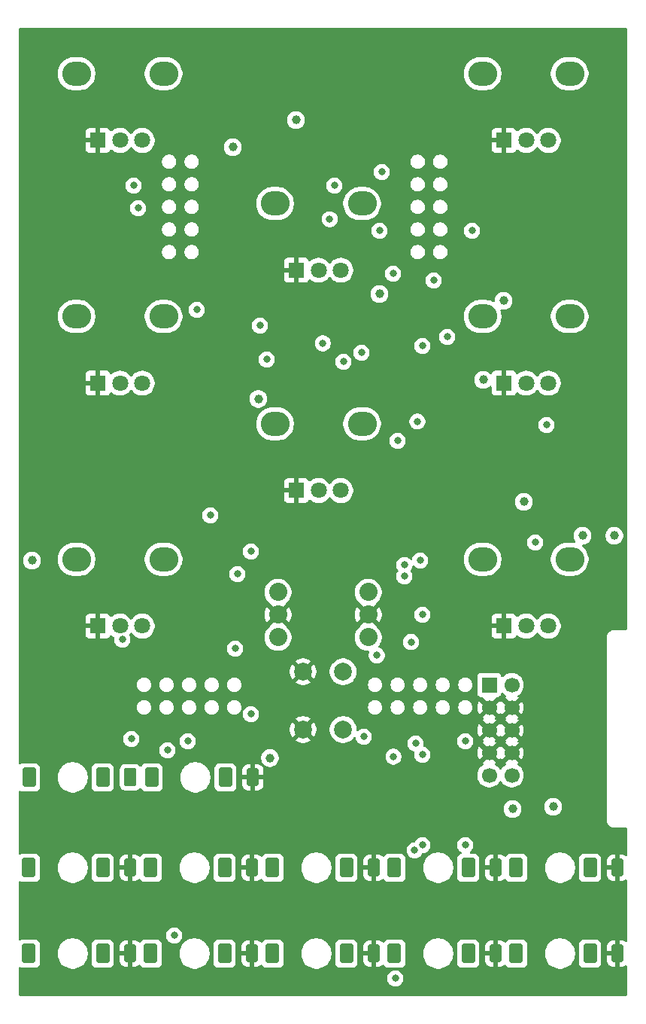
<source format=gbr>
%TF.GenerationSoftware,KiCad,Pcbnew,9.0.0*%
%TF.CreationDate,2025-03-09T14:36:42-04:00*%
%TF.ProjectId,200_Plattform,3230305f-506c-4617-9474-666f726d2e6b,A1*%
%TF.SameCoordinates,Original*%
%TF.FileFunction,Copper,L2,Inr*%
%TF.FilePolarity,Positive*%
%FSLAX45Y45*%
G04 Gerber Fmt 4.5, Leading zero omitted, Abs format (unit mm)*
G04 Created by KiCad (PCBNEW 9.0.0) date 2025-03-09 14:36:42*
%MOMM*%
%LPD*%
G01*
G04 APERTURE LIST*
G04 Aperture macros list*
%AMRoundRect*
0 Rectangle with rounded corners*
0 $1 Rounding radius*
0 $2 $3 $4 $5 $6 $7 $8 $9 X,Y pos of 4 corners*
0 Add a 4 corners polygon primitive as box body*
4,1,4,$2,$3,$4,$5,$6,$7,$8,$9,$2,$3,0*
0 Add four circle primitives for the rounded corners*
1,1,$1+$1,$2,$3*
1,1,$1+$1,$4,$5*
1,1,$1+$1,$6,$7*
1,1,$1+$1,$8,$9*
0 Add four rect primitives between the rounded corners*
20,1,$1+$1,$2,$3,$4,$5,0*
20,1,$1+$1,$4,$5,$6,$7,0*
20,1,$1+$1,$6,$7,$8,$9,0*
20,1,$1+$1,$8,$9,$2,$3,0*%
G04 Aperture macros list end*
%TA.AperFunction,ComponentPad*%
%ADD10C,1.700000*%
%TD*%
%TA.AperFunction,ComponentPad*%
%ADD11R,1.700000X1.700000*%
%TD*%
%TA.AperFunction,ComponentPad*%
%ADD12O,3.240000X2.720000*%
%TD*%
%TA.AperFunction,ComponentPad*%
%ADD13R,1.800000X1.800000*%
%TD*%
%TA.AperFunction,ComponentPad*%
%ADD14C,1.800000*%
%TD*%
%TA.AperFunction,ComponentPad*%
%ADD15RoundRect,0.269231X0.430769X-0.730769X0.430769X0.730769X-0.430769X0.730769X-0.430769X-0.730769X0*%
%TD*%
%TA.AperFunction,ComponentPad*%
%ADD16RoundRect,0.176056X0.573944X-0.923944X0.573944X0.923944X-0.573944X0.923944X-0.573944X-0.923944X0*%
%TD*%
%TA.AperFunction,ComponentPad*%
%ADD17C,2.000000*%
%TD*%
%TA.AperFunction,ComponentPad*%
%ADD18C,2.032000*%
%TD*%
%TA.AperFunction,ComponentPad*%
%ADD19RoundRect,0.191257X0.508743X-0.808743X0.508743X0.808743X-0.508743X0.808743X-0.508743X-0.808743X0*%
%TD*%
%TA.AperFunction,ViaPad*%
%ADD20C,0.800000*%
%TD*%
%TA.AperFunction,ViaPad*%
%ADD21C,1.000000*%
%TD*%
G04 APERTURE END LIST*
D10*
%TO.N,Net-(D4-A)*%
%TO.C,J17*%
X9972800Y-11889200D03*
X9718800Y-11889200D03*
%TO.N,GND*%
X9972800Y-11635200D03*
X9718800Y-11635200D03*
X9972800Y-11381200D03*
X9718800Y-11381200D03*
X9972800Y-11127200D03*
X9718800Y-11127200D03*
%TO.N,Net-(D5-K)*%
X9972800Y-10873200D03*
D11*
X9718800Y-10873200D03*
%TD*%
D12*
%TO.N,*%
%TO.C,RV2*%
X7307800Y-7936800D03*
X8287800Y-7936800D03*
D13*
%TO.N,GND*%
X7547800Y-8686800D03*
D14*
%TO.N,pot_5*%
X7797800Y-8686800D03*
%TO.N,+3.3V*%
X8047800Y-8686800D03*
%TD*%
D15*
%TO.N,GND*%
%TO.C,J7*%
X8420100Y-13893800D03*
D16*
%TO.N,in_7*%
X7280100Y-13893800D03*
%TO.N,unconnected-(J7-PadTN)*%
X8110100Y-13893800D03*
%TD*%
D15*
%TO.N,GND*%
%TO.C,J3*%
X8420100Y-12928600D03*
D16*
%TO.N,in_3*%
X7280100Y-12928600D03*
%TO.N,unconnected-(J3-PadTN)*%
X8110100Y-12928600D03*
%TD*%
D15*
%TO.N,GND*%
%TO.C,J8*%
X9791700Y-13893800D03*
D16*
%TO.N,in_8*%
X8651700Y-13893800D03*
%TO.N,unconnected-(J8-PadTN)*%
X9481700Y-13893800D03*
%TD*%
D12*
%TO.N,*%
%TO.C,RV8*%
X9644600Y-9460800D03*
X10624600Y-9460800D03*
D13*
%TO.N,GND*%
X9884600Y-10210800D03*
D14*
%TO.N,pot_8*%
X10134600Y-10210800D03*
%TO.N,+3.3V*%
X10384600Y-10210800D03*
%TD*%
D17*
%TO.N,GND*%
%TO.C,SW1*%
X7623600Y-11374000D03*
X7623600Y-10724000D03*
%TO.N,TACTILE_SW*%
X8073600Y-11374000D03*
X8073600Y-10724000D03*
%TD*%
D18*
%TO.N,TOGGLE2_1*%
%TO.C,SW3*%
X8356600Y-9829800D03*
%TO.N,GND*%
X8356600Y-10083800D03*
%TO.N,TOGGLE2_3*%
X8356600Y-10337800D03*
%TD*%
D12*
%TO.N,*%
%TO.C,RV1*%
X5072600Y-3999800D03*
X6052600Y-3999800D03*
D13*
%TO.N,GND*%
X5312600Y-4749800D03*
D14*
%TO.N,pot_1*%
X5562600Y-4749800D03*
%TO.N,+3.3V*%
X5812600Y-4749800D03*
%TD*%
D15*
%TO.N,GND*%
%TO.C,J5*%
X5676900Y-13893800D03*
D16*
%TO.N,in_5*%
X4536900Y-13893800D03*
%TO.N,unconnected-(J5-PadTN)*%
X5366900Y-13893800D03*
%TD*%
D15*
%TO.N,GND*%
%TO.C,J9*%
X7058200Y-11912600D03*
D16*
%TO.N,GATE_IN*%
X5918200Y-11912600D03*
%TO.N,unconnected-(J9-PadTN)*%
X6748200Y-11912600D03*
%TD*%
%TO.N,/Jacks/MIDI_SOURCE*%
%TO.C,J10*%
X5367200Y-11912600D03*
D19*
%TO.N,unconnected-(J10-PadS)*%
X5677200Y-11912600D03*
D16*
%TO.N,/Jacks/MIDI_SINK*%
X4537200Y-11912600D03*
%TD*%
D15*
%TO.N,GND*%
%TO.C,J1*%
X5676900Y-12928600D03*
D16*
%TO.N,in_1*%
X4536900Y-12928600D03*
%TO.N,unconnected-(J1-PadTN)*%
X5366900Y-12928600D03*
%TD*%
D12*
%TO.N,*%
%TO.C,RV4*%
X9644600Y-3999800D03*
X10624600Y-3999800D03*
D13*
%TO.N,GND*%
X9884600Y-4749800D03*
D14*
%TO.N,pot_6*%
X10134600Y-4749800D03*
%TO.N,+3.3V*%
X10384600Y-4749800D03*
%TD*%
D15*
%TO.N,GND*%
%TO.C,J6*%
X7048500Y-13893800D03*
D16*
%TO.N,in_6*%
X5908500Y-13893800D03*
%TO.N,unconnected-(J6-PadTN)*%
X6738500Y-13893800D03*
%TD*%
D12*
%TO.N,*%
%TO.C,RV5*%
X5072600Y-9460800D03*
X6052600Y-9460800D03*
D13*
%TO.N,GND*%
X5312600Y-10210800D03*
D14*
%TO.N,pot_3*%
X5562600Y-10210800D03*
%TO.N,+3.3V*%
X5812600Y-10210800D03*
%TD*%
D15*
%TO.N,GND*%
%TO.C,J12*%
X11163300Y-13893800D03*
D16*
%TO.N,Net-(J12-PadT)*%
X10023300Y-13893800D03*
%TO.N,unconnected-(J12-PadTN)*%
X10853300Y-13893800D03*
%TD*%
D18*
%TO.N,TOGGLE1_1*%
%TO.C,SW2*%
X7340600Y-9829800D03*
%TO.N,GND*%
X7340600Y-10083800D03*
%TO.N,TOGGLE1_3*%
X7340600Y-10337800D03*
%TD*%
D12*
%TO.N,*%
%TO.C,RV7*%
X7307800Y-5460300D03*
X8287800Y-5460300D03*
D13*
%TO.N,GND*%
X7547800Y-6210300D03*
D14*
%TO.N,pot_4*%
X7797800Y-6210300D03*
%TO.N,+3.3V*%
X8047800Y-6210300D03*
%TD*%
D15*
%TO.N,GND*%
%TO.C,J2*%
X7048500Y-12928600D03*
D16*
%TO.N,in_2*%
X5908500Y-12928600D03*
%TO.N,unconnected-(J2-PadTN)*%
X6738500Y-12928600D03*
%TD*%
D15*
%TO.N,GND*%
%TO.C,J11*%
X11163300Y-12928600D03*
D16*
%TO.N,Net-(J11-PadT)*%
X10023300Y-12928600D03*
%TO.N,unconnected-(J11-PadTN)*%
X10853300Y-12928600D03*
%TD*%
D12*
%TO.N,*%
%TO.C,RV3*%
X5072600Y-6730300D03*
X6052600Y-6730300D03*
D13*
%TO.N,GND*%
X5312600Y-7480300D03*
D14*
%TO.N,pot_2*%
X5562600Y-7480300D03*
%TO.N,+3.3V*%
X5812600Y-7480300D03*
%TD*%
D12*
%TO.N,*%
%TO.C,RV6*%
X9644600Y-6730300D03*
X10624600Y-6730300D03*
D13*
%TO.N,GND*%
X9884600Y-7480300D03*
D14*
%TO.N,pot_7*%
X10134600Y-7480300D03*
%TO.N,+3.3V*%
X10384600Y-7480300D03*
%TD*%
D15*
%TO.N,GND*%
%TO.C,J4*%
X9791700Y-12928600D03*
D16*
%TO.N,in_4*%
X8651700Y-12928600D03*
%TO.N,unconnected-(J4-PadTN)*%
X9481700Y-12928600D03*
%TD*%
D20*
%TO.N,POT_MUX_ADC_Y*%
X5765800Y-5511800D03*
X7137400Y-6832600D03*
%TO.N,POT_MUX_A*%
X8280400Y-7137400D03*
X7975600Y-5257800D03*
%TO.N,POT_MUX_ADC_X*%
X7213600Y-7213600D03*
X5714997Y-5257797D03*
%TO.N,POT_MUX_B*%
X8077200Y-7239000D03*
X7922460Y-5636460D03*
%TO.N,LED_RIGHT*%
X6858000Y-10464800D03*
X6883400Y-9626600D03*
%TO.N,AUDIO_RIGHT*%
X5689600Y-11480800D03*
X5588000Y-10363200D03*
%TO.N,AUDIO_LEFT*%
X6578600Y-8966200D03*
X6096000Y-11607800D03*
%TO.N,LED_LEFT*%
X7035800Y-11201400D03*
X7035800Y-9372600D03*
%TO.N,Net-(J12-PadT)*%
X8940800Y-9474200D03*
%TO.N,CV_OUT_2*%
X8305800Y-11455403D03*
X8838011Y-10389789D03*
%TO.N,TOGGLE2_1*%
X8483600Y-5765800D03*
%TO.N,TOGGLE1_1*%
X8763000Y-9525000D03*
X9093200Y-6324600D03*
%TO.N,TOGGLE2_3*%
X8635999Y-6248401D03*
%TO.N,analog_out_2*%
X10236200Y-9271000D03*
X10363200Y-7950200D03*
D21*
%TO.N,+12V*%
X10769600Y-9194800D03*
X10439400Y-12242800D03*
X11127240Y-9194800D03*
X9982200Y-12268200D03*
D20*
%TO.N,GND*%
X10160000Y-8153400D03*
X9652000Y-8686800D03*
X7298711Y-7047089D03*
D21*
X10566400Y-6019800D03*
X10947400Y-4927600D03*
X9652000Y-5054600D03*
D20*
X10464800Y-8686800D03*
X7340600Y-9525000D03*
X8153400Y-9550400D03*
X9956800Y-5105400D03*
D21*
X5461000Y-5638800D03*
X6807200Y-5740400D03*
X8229600Y-12065000D03*
D20*
X4826000Y-9982200D03*
D21*
X8229499Y-11813500D03*
D20*
X8686800Y-6553200D03*
X9982200Y-8280400D03*
D21*
%TO.N,-12V*%
X9880600Y-6553200D03*
X7543800Y-4521200D03*
X10109200Y-8813800D03*
X7120200Y-7657600D03*
X9652000Y-7442194D03*
X7250200Y-11694600D03*
%TO.N,+3.3V*%
X6832600Y-4826000D03*
X8483600Y-6477000D03*
X4572000Y-9474200D03*
D20*
%TO.N,-5V*%
X9245600Y-6959599D03*
X8909360Y-7911028D03*
%TO.N,TOGGLE1_3*%
X8763000Y-9652000D03*
X9525000Y-5765800D03*
%TO.N,in_1*%
X9448800Y-11506200D03*
X9448800Y-12674600D03*
%TO.N,in_5*%
X6172200Y-13690600D03*
X6324600Y-11506200D03*
%TO.N,in_2*%
X8966198Y-12674600D03*
X8966200Y-11658600D03*
%TO.N,TACTILE_SW*%
X8509000Y-5105400D03*
%TO.N,in_3*%
X8878501Y-12733066D03*
X8890000Y-11531600D03*
%TO.N,in_4*%
X8640614Y-11679386D03*
%TO.N,in_8*%
X8661400Y-14173200D03*
%TO.N,CV_OUT_1*%
X8686800Y-8128000D03*
X8452770Y-10541285D03*
%TO.N,pot_1*%
X6426200Y-6654800D03*
%TO.N,pot_5*%
X7845233Y-7032433D03*
%TO.N,pot_8*%
X8966200Y-7061200D03*
%TO.N,Net-(J11-PadT)*%
X8966200Y-10083800D03*
%TD*%
%TA.AperFunction,Conductor*%
%TO.N,GND*%
G36*
X9921548Y-11656429D02*
G01*
X9928789Y-11668971D01*
X9939029Y-11679211D01*
X9951571Y-11686452D01*
X9955777Y-11687579D01*
X9896628Y-11746727D01*
X9896628Y-11746727D01*
X9902045Y-11750663D01*
X9902045Y-11750663D01*
X9902950Y-11751123D01*
X9908029Y-11755921D01*
X9909709Y-11762703D01*
X9907455Y-11769316D01*
X9902950Y-11773220D01*
X9902018Y-11773695D01*
X9884821Y-11786189D01*
X9869789Y-11801221D01*
X9857295Y-11818418D01*
X9856848Y-11819295D01*
X9852051Y-11824374D01*
X9845269Y-11826054D01*
X9838655Y-11823800D01*
X9834752Y-11819295D01*
X9834305Y-11818418D01*
X9821811Y-11801221D01*
X9806779Y-11786189D01*
X9789582Y-11773695D01*
X9788650Y-11773220D01*
X9783571Y-11768423D01*
X9781891Y-11761641D01*
X9784145Y-11755027D01*
X9788651Y-11751123D01*
X9789556Y-11750662D01*
X9794972Y-11746727D01*
X9794972Y-11746727D01*
X9735823Y-11687579D01*
X9740029Y-11686452D01*
X9752571Y-11679211D01*
X9762811Y-11668971D01*
X9770052Y-11656429D01*
X9771179Y-11652223D01*
X9830327Y-11711372D01*
X9830327Y-11711372D01*
X9834262Y-11705955D01*
X9834751Y-11704995D01*
X9839549Y-11699916D01*
X9846331Y-11698236D01*
X9852944Y-11700490D01*
X9856849Y-11704995D01*
X9857338Y-11705955D01*
X9861273Y-11711372D01*
X9920421Y-11652223D01*
X9921548Y-11656429D01*
G37*
%TD.AperFunction*%
%TA.AperFunction,Conductor*%
G36*
X9921548Y-11402429D02*
G01*
X9928789Y-11414971D01*
X9939029Y-11425211D01*
X9951571Y-11432452D01*
X9955777Y-11433579D01*
X9896628Y-11492727D01*
X9896628Y-11492727D01*
X9902045Y-11496663D01*
X9903005Y-11497152D01*
X9908084Y-11501949D01*
X9909764Y-11508731D01*
X9907510Y-11515345D01*
X9903005Y-11519248D01*
X9902044Y-11519738D01*
X9896628Y-11523673D01*
X9896628Y-11523673D01*
X9955777Y-11582821D01*
X9951571Y-11583948D01*
X9939029Y-11591189D01*
X9928789Y-11601429D01*
X9921548Y-11613971D01*
X9920421Y-11618177D01*
X9861273Y-11559028D01*
X9861273Y-11559028D01*
X9857338Y-11564444D01*
X9856848Y-11565405D01*
X9852051Y-11570484D01*
X9845268Y-11572164D01*
X9838655Y-11569910D01*
X9834752Y-11565405D01*
X9834263Y-11564445D01*
X9830327Y-11559028D01*
X9830327Y-11559028D01*
X9771179Y-11618176D01*
X9770052Y-11613971D01*
X9762811Y-11601429D01*
X9752571Y-11591189D01*
X9740029Y-11583948D01*
X9735823Y-11582821D01*
X9794972Y-11523673D01*
X9789555Y-11519737D01*
X9788595Y-11519249D01*
X9783516Y-11514451D01*
X9781836Y-11507669D01*
X9783929Y-11501289D01*
X9791803Y-11489558D01*
X9735823Y-11433579D01*
X9740029Y-11432452D01*
X9752571Y-11425211D01*
X9762811Y-11414971D01*
X9770052Y-11402429D01*
X9771179Y-11398223D01*
X9830327Y-11457372D01*
X9830327Y-11457372D01*
X9834262Y-11451955D01*
X9834751Y-11450995D01*
X9839549Y-11445916D01*
X9846331Y-11444236D01*
X9852944Y-11446490D01*
X9856849Y-11450995D01*
X9857338Y-11451955D01*
X9861273Y-11457372D01*
X9920421Y-11398223D01*
X9921548Y-11402429D01*
G37*
%TD.AperFunction*%
%TA.AperFunction,Conductor*%
G36*
X9921548Y-11148429D02*
G01*
X9928789Y-11160971D01*
X9939029Y-11171211D01*
X9951571Y-11178452D01*
X9955777Y-11179579D01*
X9896628Y-11238727D01*
X9896628Y-11238727D01*
X9902045Y-11242663D01*
X9903005Y-11243152D01*
X9908084Y-11247949D01*
X9909764Y-11254731D01*
X9907510Y-11261345D01*
X9903005Y-11265248D01*
X9902044Y-11265738D01*
X9896628Y-11269673D01*
X9896628Y-11269673D01*
X9955777Y-11328821D01*
X9951571Y-11329948D01*
X9939029Y-11337189D01*
X9928789Y-11347429D01*
X9921548Y-11359971D01*
X9920421Y-11364177D01*
X9861273Y-11305028D01*
X9861273Y-11305028D01*
X9857338Y-11310444D01*
X9856848Y-11311405D01*
X9852051Y-11316484D01*
X9845268Y-11318164D01*
X9838655Y-11315910D01*
X9834752Y-11311405D01*
X9834263Y-11310445D01*
X9830327Y-11305028D01*
X9830327Y-11305028D01*
X9771179Y-11364176D01*
X9770052Y-11359971D01*
X9762811Y-11347429D01*
X9752571Y-11337189D01*
X9740029Y-11329948D01*
X9735823Y-11328821D01*
X9794972Y-11269673D01*
X9789555Y-11265737D01*
X9788595Y-11265249D01*
X9783516Y-11260451D01*
X9781836Y-11253669D01*
X9783929Y-11247289D01*
X9791803Y-11235558D01*
X9735823Y-11179579D01*
X9740029Y-11178452D01*
X9752571Y-11171211D01*
X9762811Y-11160971D01*
X9770052Y-11148429D01*
X9771179Y-11144223D01*
X9830327Y-11203372D01*
X9830327Y-11203372D01*
X9834262Y-11197955D01*
X9834751Y-11196995D01*
X9839549Y-11191916D01*
X9846331Y-11190236D01*
X9852944Y-11192490D01*
X9856849Y-11196995D01*
X9857338Y-11197955D01*
X9861273Y-11203372D01*
X9920421Y-11144223D01*
X9921548Y-11148429D01*
G37*
%TD.AperFunction*%
%TA.AperFunction,Conductor*%
G36*
X9870642Y-10962742D02*
G01*
X9873467Y-10964857D01*
X9884821Y-10976211D01*
X9902018Y-10988705D01*
X9902018Y-10988705D01*
X9902018Y-10988705D01*
X9902949Y-10989179D01*
X9908029Y-10993977D01*
X9909709Y-11000759D01*
X9907455Y-11007372D01*
X9902951Y-11011276D01*
X9902045Y-11011738D01*
X9902044Y-11011738D01*
X9896628Y-11015673D01*
X9896628Y-11015673D01*
X9955777Y-11074821D01*
X9951571Y-11075948D01*
X9939029Y-11083189D01*
X9928789Y-11093429D01*
X9921548Y-11105971D01*
X9920421Y-11110177D01*
X9861273Y-11051028D01*
X9861273Y-11051028D01*
X9857338Y-11056444D01*
X9856848Y-11057405D01*
X9852051Y-11062485D01*
X9845268Y-11064164D01*
X9838655Y-11061910D01*
X9834752Y-11057405D01*
X9834263Y-11056445D01*
X9830327Y-11051028D01*
X9830327Y-11051028D01*
X9771179Y-11110177D01*
X9770052Y-11105971D01*
X9762811Y-11093429D01*
X9752571Y-11083189D01*
X9740029Y-11075948D01*
X9735823Y-11074821D01*
X9798763Y-11011882D01*
X9804895Y-11008533D01*
X9807531Y-11008250D01*
X9808587Y-11008250D01*
X9814548Y-11007609D01*
X9828033Y-11002580D01*
X9839555Y-10993955D01*
X9848180Y-10982433D01*
X9853081Y-10969292D01*
X9857268Y-10963698D01*
X9863815Y-10961257D01*
X9870642Y-10962742D01*
G37*
%TD.AperFunction*%
%TA.AperFunction,Conductor*%
G36*
X11253164Y-3484603D02*
G01*
X11255097Y-3484909D01*
X11256672Y-3485158D01*
X11260362Y-3486357D01*
X11262647Y-3487521D01*
X11262837Y-3487660D01*
X11262960Y-3487687D01*
X11265785Y-3489802D01*
X11267598Y-3491615D01*
X11269879Y-3494753D01*
X11271043Y-3497038D01*
X11272242Y-3500728D01*
X11272797Y-3504236D01*
X11272950Y-3506176D01*
X11272950Y-10235224D01*
X11272797Y-10237164D01*
X11272242Y-10240672D01*
X11271043Y-10244362D01*
X11269879Y-10246647D01*
X11267598Y-10249785D01*
X11265785Y-10251598D01*
X11262647Y-10253879D01*
X11260362Y-10255043D01*
X11256672Y-10256242D01*
X11255485Y-10256430D01*
X11253164Y-10256797D01*
X11251224Y-10256950D01*
X11117237Y-10256950D01*
X11101618Y-10260057D01*
X11101617Y-10260057D01*
X11086903Y-10266152D01*
X11073661Y-10275000D01*
X11073661Y-10275000D01*
X11062400Y-10286261D01*
X11062400Y-10286261D01*
X11053552Y-10299503D01*
X11047457Y-10314217D01*
X11047457Y-10314218D01*
X11044350Y-10329837D01*
X11044350Y-12403163D01*
X11047457Y-12418782D01*
X11047457Y-12418783D01*
X11053552Y-12433497D01*
X11062400Y-12446739D01*
X11062400Y-12446739D01*
X11073661Y-12458000D01*
X11073661Y-12458000D01*
X11086903Y-12466848D01*
X11086903Y-12466848D01*
X11086903Y-12466848D01*
X11101617Y-12472943D01*
X11117237Y-12476050D01*
X11117237Y-12476050D01*
X11117237Y-12476050D01*
X11121244Y-12476050D01*
X11247440Y-12476050D01*
X11251224Y-12476050D01*
X11253164Y-12476203D01*
X11255097Y-12476509D01*
X11256672Y-12476758D01*
X11260362Y-12477957D01*
X11262647Y-12479121D01*
X11265785Y-12481402D01*
X11267598Y-12483215D01*
X11269879Y-12486353D01*
X11271043Y-12488638D01*
X11272242Y-12492328D01*
X11272797Y-12495836D01*
X11272950Y-12497776D01*
X11272950Y-12784070D01*
X11270981Y-12790774D01*
X11265701Y-12795349D01*
X11258785Y-12796344D01*
X11253953Y-12794569D01*
X11239964Y-12785779D01*
X11239964Y-12785779D01*
X11223602Y-12780054D01*
X11223601Y-12780054D01*
X11210697Y-12778600D01*
X11188300Y-12778600D01*
X11188300Y-12876901D01*
X11187306Y-12875179D01*
X11181721Y-12869594D01*
X11174880Y-12865644D01*
X11167250Y-12863600D01*
X11159350Y-12863600D01*
X11151720Y-12865644D01*
X11144880Y-12869594D01*
X11139294Y-12875179D01*
X11138300Y-12876901D01*
X11138300Y-12778600D01*
X11115903Y-12778600D01*
X11115903Y-12778600D01*
X11102998Y-12780054D01*
X11102997Y-12780054D01*
X11086636Y-12785779D01*
X11086636Y-12785779D01*
X11071959Y-12795002D01*
X11059702Y-12807259D01*
X11050479Y-12821936D01*
X11050479Y-12821936D01*
X11044754Y-12838297D01*
X11044754Y-12838299D01*
X11043300Y-12851203D01*
X11043300Y-12903600D01*
X11133300Y-12903600D01*
X11133300Y-12953600D01*
X11043300Y-12953600D01*
X11043300Y-13005997D01*
X11044754Y-13018902D01*
X11044754Y-13018903D01*
X11050479Y-13035264D01*
X11050479Y-13035264D01*
X11059702Y-13049941D01*
X11071959Y-13062198D01*
X11086636Y-13071420D01*
X11086636Y-13071421D01*
X11102998Y-13077146D01*
X11102999Y-13077146D01*
X11115903Y-13078600D01*
X11138300Y-13078600D01*
X11138300Y-13078600D01*
X11138300Y-12980299D01*
X11139294Y-12982020D01*
X11144880Y-12987606D01*
X11151720Y-12991556D01*
X11159350Y-12993600D01*
X11167250Y-12993600D01*
X11174880Y-12991556D01*
X11181721Y-12987606D01*
X11187306Y-12982020D01*
X11188300Y-12980299D01*
X11188300Y-13078600D01*
X11210696Y-13078600D01*
X11210697Y-13078600D01*
X11223602Y-13077146D01*
X11223603Y-13077146D01*
X11239964Y-13071421D01*
X11239964Y-13071420D01*
X11253953Y-13062631D01*
X11260676Y-13060731D01*
X11267360Y-13062767D01*
X11271881Y-13068094D01*
X11272950Y-13073130D01*
X11272950Y-13749270D01*
X11270981Y-13755974D01*
X11265701Y-13760549D01*
X11258785Y-13761544D01*
X11253953Y-13759769D01*
X11239964Y-13750979D01*
X11239964Y-13750979D01*
X11223602Y-13745254D01*
X11223601Y-13745254D01*
X11210697Y-13743800D01*
X11188300Y-13743800D01*
X11188300Y-13842101D01*
X11187306Y-13840379D01*
X11181721Y-13834794D01*
X11174880Y-13830844D01*
X11167250Y-13828800D01*
X11159350Y-13828800D01*
X11151720Y-13830844D01*
X11144880Y-13834794D01*
X11139294Y-13840379D01*
X11138300Y-13842101D01*
X11138300Y-13743800D01*
X11115903Y-13743800D01*
X11115903Y-13743800D01*
X11102998Y-13745254D01*
X11102997Y-13745254D01*
X11086636Y-13750979D01*
X11086636Y-13750979D01*
X11071959Y-13760202D01*
X11059702Y-13772459D01*
X11050479Y-13787136D01*
X11050479Y-13787136D01*
X11044754Y-13803497D01*
X11044754Y-13803499D01*
X11043300Y-13816403D01*
X11043300Y-13868800D01*
X11133300Y-13868800D01*
X11133300Y-13918800D01*
X11043300Y-13918800D01*
X11043300Y-13971197D01*
X11044754Y-13984102D01*
X11044754Y-13984103D01*
X11050479Y-14000464D01*
X11050479Y-14000464D01*
X11059702Y-14015141D01*
X11071959Y-14027398D01*
X11086636Y-14036620D01*
X11086636Y-14036621D01*
X11102998Y-14042346D01*
X11102999Y-14042346D01*
X11115903Y-14043800D01*
X11138300Y-14043800D01*
X11138300Y-14043800D01*
X11138300Y-13945499D01*
X11139294Y-13947220D01*
X11144880Y-13952806D01*
X11151720Y-13956756D01*
X11159350Y-13958800D01*
X11167250Y-13958800D01*
X11174880Y-13956756D01*
X11181721Y-13952806D01*
X11187306Y-13947220D01*
X11188300Y-13945499D01*
X11188300Y-14043800D01*
X11210696Y-14043800D01*
X11210697Y-14043800D01*
X11223602Y-14042346D01*
X11223603Y-14042346D01*
X11239964Y-14036621D01*
X11239964Y-14036620D01*
X11253953Y-14027831D01*
X11260676Y-14025931D01*
X11267360Y-14027967D01*
X11271881Y-14033294D01*
X11272950Y-14038330D01*
X11272950Y-14350024D01*
X11272797Y-14351964D01*
X11272797Y-14351964D01*
X11272242Y-14355472D01*
X11271043Y-14359162D01*
X11269879Y-14361447D01*
X11267598Y-14364585D01*
X11265785Y-14366398D01*
X11262647Y-14368679D01*
X11260362Y-14369843D01*
X11256672Y-14371042D01*
X11255485Y-14371230D01*
X11253164Y-14371597D01*
X11251224Y-14371750D01*
X4445976Y-14371750D01*
X4444036Y-14371597D01*
X4442034Y-14371280D01*
X4440528Y-14371042D01*
X4436838Y-14369843D01*
X4434553Y-14368679D01*
X4431415Y-14366398D01*
X4429602Y-14364585D01*
X4427321Y-14361447D01*
X4426157Y-14359162D01*
X4424958Y-14355473D01*
X4424403Y-14351963D01*
X4424250Y-14350024D01*
X4424250Y-14164330D01*
X8571350Y-14164330D01*
X8571350Y-14182069D01*
X8574810Y-14199466D01*
X8574811Y-14199467D01*
X8581598Y-14215854D01*
X8581599Y-14215855D01*
X8591454Y-14230603D01*
X8591454Y-14230604D01*
X8603996Y-14243146D01*
X8603997Y-14243146D01*
X8618745Y-14253001D01*
X8618746Y-14253002D01*
X8631036Y-14258092D01*
X8635133Y-14259789D01*
X8635134Y-14259789D01*
X8635134Y-14259790D01*
X8652530Y-14263250D01*
X8652531Y-14263250D01*
X8652531Y-14263250D01*
X8670269Y-14263250D01*
X8670269Y-14263250D01*
X8676068Y-14262096D01*
X8687666Y-14259790D01*
X8687666Y-14259789D01*
X8687667Y-14259789D01*
X8704055Y-14253001D01*
X8718804Y-14243146D01*
X8731346Y-14230603D01*
X8741201Y-14215855D01*
X8747989Y-14199467D01*
X8751450Y-14182069D01*
X8751450Y-14164331D01*
X8751450Y-14164331D01*
X8751450Y-14164330D01*
X8747990Y-14146934D01*
X8747989Y-14146933D01*
X8741202Y-14130546D01*
X8741201Y-14130545D01*
X8731346Y-14115796D01*
X8731346Y-14115796D01*
X8718804Y-14103254D01*
X8718803Y-14103253D01*
X8704055Y-14093399D01*
X8704054Y-14093398D01*
X8687667Y-14086611D01*
X8687666Y-14086610D01*
X8670269Y-14083150D01*
X8670269Y-14083150D01*
X8652531Y-14083150D01*
X8652531Y-14083150D01*
X8635134Y-14086610D01*
X8635133Y-14086611D01*
X8618746Y-14093398D01*
X8618745Y-14093399D01*
X8603997Y-14103253D01*
X8603996Y-14103254D01*
X8591454Y-14115796D01*
X8591454Y-14115796D01*
X8581599Y-14130545D01*
X8581598Y-14130546D01*
X8574811Y-14146933D01*
X8574810Y-14146934D01*
X8571350Y-14164330D01*
X4424250Y-14164330D01*
X4424250Y-14053834D01*
X4426219Y-14047130D01*
X4431499Y-14042555D01*
X4438415Y-14041560D01*
X4443065Y-14043222D01*
X4451535Y-14048343D01*
X4467221Y-14053231D01*
X4474037Y-14053850D01*
X4599763Y-14053850D01*
X4599763Y-14053850D01*
X4604534Y-14053416D01*
X4606579Y-14053231D01*
X4622265Y-14048343D01*
X4636325Y-14039843D01*
X4647943Y-14028225D01*
X4656443Y-14014165D01*
X4661331Y-13998479D01*
X4661950Y-13991663D01*
X4661950Y-13882655D01*
X4858850Y-13882655D01*
X4858850Y-13904945D01*
X4858850Y-13904947D01*
X4861759Y-13927045D01*
X4861760Y-13927046D01*
X4861760Y-13927046D01*
X4867529Y-13948578D01*
X4867529Y-13948579D01*
X4869280Y-13952806D01*
X4876060Y-13969173D01*
X4887205Y-13988477D01*
X4887206Y-13988478D01*
X4887206Y-13988478D01*
X4900775Y-14006162D01*
X4900776Y-14006163D01*
X4916537Y-14021924D01*
X4916538Y-14021925D01*
X4923671Y-14027398D01*
X4934223Y-14035495D01*
X4953527Y-14046640D01*
X4974122Y-14055171D01*
X4995654Y-14060940D01*
X5017754Y-14063850D01*
X5017755Y-14063850D01*
X5040045Y-14063850D01*
X5040046Y-14063850D01*
X5062146Y-14060940D01*
X5083678Y-14055171D01*
X5104273Y-14046640D01*
X5123577Y-14035495D01*
X5141262Y-14021925D01*
X5157025Y-14006162D01*
X5170595Y-13988477D01*
X5181741Y-13969173D01*
X5190271Y-13948578D01*
X5196040Y-13927046D01*
X5198950Y-13904946D01*
X5198950Y-13882654D01*
X5196040Y-13860554D01*
X5190271Y-13839022D01*
X5181741Y-13818427D01*
X5170595Y-13799123D01*
X5168151Y-13795937D01*
X5241850Y-13795937D01*
X5241850Y-13991663D01*
X5242469Y-13998479D01*
X5242469Y-13998479D01*
X5247357Y-14014165D01*
X5255857Y-14028225D01*
X5255857Y-14028226D01*
X5267474Y-14039842D01*
X5267475Y-14039843D01*
X5267475Y-14039843D01*
X5281535Y-14048343D01*
X5297221Y-14053231D01*
X5304037Y-14053850D01*
X5429763Y-14053850D01*
X5429763Y-14053850D01*
X5434534Y-14053416D01*
X5436579Y-14053231D01*
X5452265Y-14048343D01*
X5466325Y-14039843D01*
X5477943Y-14028225D01*
X5486443Y-14014165D01*
X5491331Y-13998479D01*
X5491950Y-13991663D01*
X5491950Y-13882655D01*
X5491950Y-13816403D01*
X5556900Y-13816403D01*
X5556900Y-13868800D01*
X5646900Y-13868800D01*
X5646900Y-13918800D01*
X5556900Y-13918800D01*
X5556900Y-13971197D01*
X5558354Y-13984102D01*
X5558354Y-13984103D01*
X5564079Y-14000464D01*
X5564079Y-14000464D01*
X5573302Y-14015141D01*
X5585559Y-14027398D01*
X5600236Y-14036620D01*
X5600236Y-14036621D01*
X5616597Y-14042346D01*
X5616599Y-14042346D01*
X5629503Y-14043800D01*
X5651900Y-14043800D01*
X5651900Y-14043800D01*
X5651900Y-13945499D01*
X5652894Y-13947220D01*
X5658479Y-13952806D01*
X5665320Y-13956756D01*
X5672950Y-13958800D01*
X5680850Y-13958800D01*
X5688480Y-13956756D01*
X5695320Y-13952806D01*
X5700906Y-13947220D01*
X5701900Y-13945499D01*
X5701900Y-14043800D01*
X5724296Y-14043800D01*
X5724297Y-14043800D01*
X5737202Y-14042346D01*
X5737203Y-14042346D01*
X5753564Y-14036621D01*
X5753564Y-14036620D01*
X5768241Y-14027398D01*
X5774946Y-14020693D01*
X5781078Y-14017344D01*
X5788048Y-14017843D01*
X5793641Y-14022030D01*
X5794326Y-14023046D01*
X5796070Y-14025931D01*
X5797457Y-14028226D01*
X5809074Y-14039842D01*
X5809075Y-14039843D01*
X5809075Y-14039843D01*
X5823135Y-14048343D01*
X5838821Y-14053231D01*
X5845637Y-14053850D01*
X5971363Y-14053850D01*
X5971363Y-14053850D01*
X5976134Y-14053416D01*
X5978179Y-14053231D01*
X5993865Y-14048343D01*
X6007925Y-14039843D01*
X6019543Y-14028225D01*
X6028043Y-14014165D01*
X6032931Y-13998479D01*
X6033550Y-13991663D01*
X6033550Y-13882655D01*
X6230450Y-13882655D01*
X6230450Y-13904945D01*
X6230450Y-13904947D01*
X6233359Y-13927045D01*
X6233359Y-13927046D01*
X6233360Y-13927046D01*
X6239129Y-13948578D01*
X6239129Y-13948579D01*
X6240880Y-13952806D01*
X6247659Y-13969173D01*
X6258805Y-13988477D01*
X6258806Y-13988478D01*
X6258806Y-13988478D01*
X6272375Y-14006162D01*
X6272376Y-14006163D01*
X6288137Y-14021924D01*
X6288138Y-14021925D01*
X6295271Y-14027398D01*
X6305823Y-14035495D01*
X6325127Y-14046640D01*
X6345722Y-14055171D01*
X6367254Y-14060940D01*
X6389354Y-14063850D01*
X6389355Y-14063850D01*
X6411645Y-14063850D01*
X6411646Y-14063850D01*
X6433746Y-14060940D01*
X6455278Y-14055171D01*
X6475873Y-14046640D01*
X6495177Y-14035495D01*
X6512862Y-14021925D01*
X6528625Y-14006162D01*
X6542195Y-13988477D01*
X6553340Y-13969173D01*
X6561871Y-13948578D01*
X6567640Y-13927046D01*
X6570550Y-13904946D01*
X6570550Y-13882654D01*
X6567640Y-13860554D01*
X6561871Y-13839022D01*
X6553340Y-13818427D01*
X6542195Y-13799123D01*
X6539751Y-13795937D01*
X6613450Y-13795937D01*
X6613450Y-13991663D01*
X6614069Y-13998479D01*
X6614069Y-13998479D01*
X6618957Y-14014165D01*
X6627457Y-14028225D01*
X6627457Y-14028226D01*
X6639074Y-14039842D01*
X6639075Y-14039843D01*
X6639075Y-14039843D01*
X6653135Y-14048343D01*
X6668821Y-14053231D01*
X6675637Y-14053850D01*
X6801363Y-14053850D01*
X6801363Y-14053850D01*
X6806134Y-14053416D01*
X6808179Y-14053231D01*
X6823865Y-14048343D01*
X6837925Y-14039843D01*
X6849543Y-14028225D01*
X6858043Y-14014165D01*
X6862931Y-13998479D01*
X6863550Y-13991663D01*
X6863550Y-13882655D01*
X6863550Y-13816403D01*
X6928500Y-13816403D01*
X6928500Y-13868800D01*
X7018500Y-13868800D01*
X7018500Y-13918800D01*
X6928500Y-13918800D01*
X6928500Y-13971197D01*
X6929954Y-13984102D01*
X6929954Y-13984103D01*
X6935679Y-14000464D01*
X6935679Y-14000464D01*
X6944902Y-14015141D01*
X6957159Y-14027398D01*
X6971836Y-14036620D01*
X6971836Y-14036621D01*
X6988197Y-14042346D01*
X6988199Y-14042346D01*
X7001103Y-14043800D01*
X7023500Y-14043800D01*
X7023500Y-14043800D01*
X7023500Y-13945499D01*
X7024494Y-13947220D01*
X7030079Y-13952806D01*
X7036920Y-13956756D01*
X7044550Y-13958800D01*
X7052450Y-13958800D01*
X7060080Y-13956756D01*
X7066920Y-13952806D01*
X7072506Y-13947220D01*
X7073500Y-13945499D01*
X7073500Y-14043800D01*
X7095896Y-14043800D01*
X7095897Y-14043800D01*
X7108802Y-14042346D01*
X7108803Y-14042346D01*
X7125164Y-14036621D01*
X7125164Y-14036620D01*
X7139841Y-14027398D01*
X7146546Y-14020693D01*
X7152678Y-14017344D01*
X7159648Y-14017843D01*
X7165241Y-14022030D01*
X7165926Y-14023046D01*
X7167670Y-14025931D01*
X7169057Y-14028226D01*
X7180674Y-14039842D01*
X7180675Y-14039843D01*
X7180675Y-14039843D01*
X7194735Y-14048343D01*
X7210421Y-14053231D01*
X7217237Y-14053850D01*
X7342963Y-14053850D01*
X7342963Y-14053850D01*
X7347734Y-14053416D01*
X7349779Y-14053231D01*
X7365465Y-14048343D01*
X7379525Y-14039843D01*
X7391143Y-14028225D01*
X7399643Y-14014165D01*
X7404531Y-13998479D01*
X7405150Y-13991663D01*
X7405150Y-13882655D01*
X7602050Y-13882655D01*
X7602050Y-13904945D01*
X7602050Y-13904947D01*
X7604959Y-13927045D01*
X7604959Y-13927046D01*
X7604960Y-13927046D01*
X7610729Y-13948578D01*
X7610729Y-13948579D01*
X7612480Y-13952806D01*
X7619259Y-13969173D01*
X7630405Y-13988477D01*
X7630406Y-13988478D01*
X7630406Y-13988478D01*
X7643975Y-14006162D01*
X7643976Y-14006163D01*
X7659737Y-14021924D01*
X7659738Y-14021925D01*
X7666871Y-14027398D01*
X7677423Y-14035495D01*
X7696727Y-14046640D01*
X7717322Y-14055171D01*
X7738854Y-14060940D01*
X7760954Y-14063850D01*
X7760955Y-14063850D01*
X7783245Y-14063850D01*
X7783246Y-14063850D01*
X7805346Y-14060940D01*
X7826878Y-14055171D01*
X7847473Y-14046640D01*
X7866777Y-14035495D01*
X7884462Y-14021925D01*
X7900225Y-14006162D01*
X7913795Y-13988477D01*
X7924940Y-13969173D01*
X7933471Y-13948578D01*
X7939240Y-13927046D01*
X7942150Y-13904946D01*
X7942150Y-13882654D01*
X7939240Y-13860554D01*
X7933471Y-13839022D01*
X7924940Y-13818427D01*
X7913795Y-13799123D01*
X7911351Y-13795937D01*
X7985050Y-13795937D01*
X7985050Y-13991663D01*
X7985669Y-13998479D01*
X7985669Y-13998479D01*
X7990557Y-14014165D01*
X7999057Y-14028225D01*
X7999057Y-14028226D01*
X8010674Y-14039842D01*
X8010675Y-14039843D01*
X8010675Y-14039843D01*
X8024735Y-14048343D01*
X8040421Y-14053231D01*
X8047237Y-14053850D01*
X8172963Y-14053850D01*
X8172963Y-14053850D01*
X8177734Y-14053416D01*
X8179779Y-14053231D01*
X8195465Y-14048343D01*
X8209525Y-14039843D01*
X8221143Y-14028225D01*
X8229643Y-14014165D01*
X8234531Y-13998479D01*
X8235150Y-13991663D01*
X8235150Y-13882655D01*
X8235150Y-13816403D01*
X8300100Y-13816403D01*
X8300100Y-13868800D01*
X8390100Y-13868800D01*
X8390100Y-13918800D01*
X8300100Y-13918800D01*
X8300100Y-13971197D01*
X8301554Y-13984102D01*
X8301554Y-13984103D01*
X8307279Y-14000464D01*
X8307279Y-14000464D01*
X8316502Y-14015141D01*
X8328759Y-14027398D01*
X8343436Y-14036620D01*
X8343436Y-14036621D01*
X8359797Y-14042346D01*
X8359799Y-14042346D01*
X8372703Y-14043800D01*
X8395100Y-14043800D01*
X8395100Y-14043800D01*
X8395100Y-13945499D01*
X8396094Y-13947220D01*
X8401680Y-13952806D01*
X8408520Y-13956756D01*
X8416150Y-13958800D01*
X8424050Y-13958800D01*
X8431680Y-13956756D01*
X8438521Y-13952806D01*
X8444106Y-13947220D01*
X8445100Y-13945499D01*
X8445100Y-14043800D01*
X8467497Y-14043800D01*
X8467497Y-14043800D01*
X8480402Y-14042346D01*
X8480403Y-14042346D01*
X8496764Y-14036621D01*
X8496764Y-14036620D01*
X8511441Y-14027398D01*
X8518146Y-14020693D01*
X8524279Y-14017344D01*
X8531248Y-14017843D01*
X8536841Y-14022030D01*
X8537526Y-14023046D01*
X8539270Y-14025931D01*
X8540657Y-14028226D01*
X8552274Y-14039842D01*
X8552275Y-14039843D01*
X8552275Y-14039843D01*
X8566335Y-14048343D01*
X8582021Y-14053231D01*
X8588837Y-14053850D01*
X8714563Y-14053850D01*
X8714563Y-14053850D01*
X8719334Y-14053416D01*
X8721379Y-14053231D01*
X8737065Y-14048343D01*
X8751125Y-14039843D01*
X8762743Y-14028225D01*
X8771243Y-14014165D01*
X8776131Y-13998479D01*
X8776750Y-13991663D01*
X8776750Y-13882655D01*
X8973650Y-13882655D01*
X8973650Y-13904945D01*
X8973650Y-13904947D01*
X8976559Y-13927045D01*
X8976560Y-13927046D01*
X8976560Y-13927046D01*
X8982329Y-13948578D01*
X8982329Y-13948579D01*
X8984080Y-13952806D01*
X8990860Y-13969173D01*
X9002005Y-13988477D01*
X9002006Y-13988478D01*
X9002006Y-13988478D01*
X9015575Y-14006162D01*
X9015576Y-14006163D01*
X9031337Y-14021924D01*
X9031338Y-14021925D01*
X9038471Y-14027398D01*
X9049023Y-14035495D01*
X9068327Y-14046640D01*
X9088922Y-14055171D01*
X9110454Y-14060940D01*
X9132554Y-14063850D01*
X9132555Y-14063850D01*
X9154845Y-14063850D01*
X9154846Y-14063850D01*
X9176946Y-14060940D01*
X9198478Y-14055171D01*
X9219073Y-14046640D01*
X9238377Y-14035495D01*
X9256062Y-14021925D01*
X9271825Y-14006162D01*
X9285395Y-13988477D01*
X9296541Y-13969173D01*
X9305071Y-13948578D01*
X9310840Y-13927046D01*
X9313750Y-13904946D01*
X9313750Y-13882654D01*
X9310840Y-13860554D01*
X9305071Y-13839022D01*
X9296541Y-13818427D01*
X9285395Y-13799123D01*
X9282951Y-13795937D01*
X9356650Y-13795937D01*
X9356650Y-13991663D01*
X9357269Y-13998479D01*
X9357269Y-13998479D01*
X9362157Y-14014165D01*
X9370657Y-14028225D01*
X9370657Y-14028226D01*
X9382274Y-14039842D01*
X9382275Y-14039843D01*
X9382275Y-14039843D01*
X9396335Y-14048343D01*
X9412021Y-14053231D01*
X9418837Y-14053850D01*
X9544563Y-14053850D01*
X9544563Y-14053850D01*
X9549334Y-14053416D01*
X9551379Y-14053231D01*
X9567065Y-14048343D01*
X9581125Y-14039843D01*
X9592743Y-14028225D01*
X9601243Y-14014165D01*
X9606131Y-13998479D01*
X9606750Y-13991663D01*
X9606750Y-13882655D01*
X9606750Y-13816403D01*
X9671700Y-13816403D01*
X9671700Y-13868800D01*
X9761700Y-13868800D01*
X9761700Y-13918800D01*
X9671700Y-13918800D01*
X9671700Y-13971197D01*
X9673154Y-13984102D01*
X9673154Y-13984103D01*
X9678879Y-14000464D01*
X9678879Y-14000464D01*
X9688102Y-14015141D01*
X9700359Y-14027398D01*
X9715036Y-14036620D01*
X9715036Y-14036621D01*
X9731398Y-14042346D01*
X9731399Y-14042346D01*
X9744303Y-14043800D01*
X9766700Y-14043800D01*
X9766700Y-14043800D01*
X9766700Y-13945499D01*
X9767694Y-13947220D01*
X9773280Y-13952806D01*
X9780120Y-13956756D01*
X9787750Y-13958800D01*
X9795650Y-13958800D01*
X9803280Y-13956756D01*
X9810121Y-13952806D01*
X9815706Y-13947220D01*
X9816700Y-13945499D01*
X9816700Y-14043800D01*
X9839097Y-14043800D01*
X9839097Y-14043800D01*
X9852002Y-14042346D01*
X9852003Y-14042346D01*
X9868364Y-14036621D01*
X9868364Y-14036620D01*
X9883041Y-14027398D01*
X9889746Y-14020693D01*
X9895879Y-14017344D01*
X9902848Y-14017843D01*
X9908441Y-14022030D01*
X9909126Y-14023046D01*
X9910870Y-14025931D01*
X9912257Y-14028226D01*
X9923874Y-14039842D01*
X9923875Y-14039843D01*
X9923875Y-14039843D01*
X9937935Y-14048343D01*
X9953621Y-14053231D01*
X9960437Y-14053850D01*
X10086163Y-14053850D01*
X10086163Y-14053850D01*
X10090934Y-14053416D01*
X10092979Y-14053231D01*
X10108665Y-14048343D01*
X10122725Y-14039843D01*
X10134343Y-14028225D01*
X10142843Y-14014165D01*
X10147731Y-13998479D01*
X10148350Y-13991663D01*
X10148350Y-13882655D01*
X10345250Y-13882655D01*
X10345250Y-13904945D01*
X10345250Y-13904947D01*
X10348159Y-13927045D01*
X10348160Y-13927046D01*
X10348160Y-13927046D01*
X10353929Y-13948578D01*
X10353929Y-13948579D01*
X10355680Y-13952806D01*
X10362460Y-13969173D01*
X10373605Y-13988477D01*
X10373606Y-13988478D01*
X10373606Y-13988478D01*
X10387175Y-14006162D01*
X10387176Y-14006163D01*
X10402937Y-14021924D01*
X10402938Y-14021925D01*
X10410071Y-14027398D01*
X10420623Y-14035495D01*
X10439927Y-14046640D01*
X10460522Y-14055171D01*
X10482054Y-14060940D01*
X10504154Y-14063850D01*
X10504155Y-14063850D01*
X10526445Y-14063850D01*
X10526446Y-14063850D01*
X10548546Y-14060940D01*
X10570078Y-14055171D01*
X10590673Y-14046640D01*
X10609977Y-14035495D01*
X10627662Y-14021925D01*
X10643425Y-14006162D01*
X10656995Y-13988477D01*
X10668141Y-13969173D01*
X10676671Y-13948578D01*
X10682440Y-13927046D01*
X10685350Y-13904946D01*
X10685350Y-13882654D01*
X10682440Y-13860554D01*
X10676671Y-13839022D01*
X10668141Y-13818427D01*
X10656995Y-13799123D01*
X10654551Y-13795937D01*
X10728250Y-13795937D01*
X10728250Y-13991663D01*
X10728869Y-13998479D01*
X10728869Y-13998479D01*
X10733757Y-14014165D01*
X10742257Y-14028225D01*
X10742257Y-14028226D01*
X10753874Y-14039842D01*
X10753875Y-14039843D01*
X10753875Y-14039843D01*
X10767935Y-14048343D01*
X10783621Y-14053231D01*
X10790437Y-14053850D01*
X10916163Y-14053850D01*
X10916163Y-14053850D01*
X10920934Y-14053416D01*
X10922979Y-14053231D01*
X10938665Y-14048343D01*
X10952725Y-14039843D01*
X10964343Y-14028225D01*
X10972843Y-14014165D01*
X10977731Y-13998479D01*
X10978350Y-13991663D01*
X10978350Y-13882655D01*
X10978350Y-13816056D01*
X10978350Y-13795936D01*
X10977731Y-13789121D01*
X10977731Y-13789120D01*
X10972843Y-13773435D01*
X10967474Y-13764554D01*
X10964343Y-13759375D01*
X10964343Y-13759375D01*
X10964343Y-13759374D01*
X10952726Y-13747757D01*
X10952725Y-13747757D01*
X10950085Y-13746161D01*
X10938665Y-13739257D01*
X10922979Y-13734369D01*
X10922979Y-13734369D01*
X10922979Y-13734369D01*
X10918206Y-13733936D01*
X10916163Y-13733750D01*
X10916162Y-13733750D01*
X10790437Y-13733750D01*
X10783621Y-13734369D01*
X10783621Y-13734369D01*
X10767935Y-13739257D01*
X10753875Y-13747757D01*
X10753874Y-13747757D01*
X10742257Y-13759374D01*
X10742257Y-13759375D01*
X10735591Y-13770401D01*
X10733757Y-13773435D01*
X10729590Y-13786808D01*
X10728869Y-13789121D01*
X10728250Y-13795937D01*
X10654551Y-13795937D01*
X10649320Y-13789121D01*
X10643425Y-13781438D01*
X10643424Y-13781437D01*
X10627663Y-13765676D01*
X10627662Y-13765675D01*
X10609978Y-13752106D01*
X10609978Y-13752106D01*
X10609977Y-13752105D01*
X10590673Y-13740959D01*
X10590672Y-13740959D01*
X10570079Y-13732429D01*
X10570078Y-13732429D01*
X10570078Y-13732429D01*
X10548546Y-13726660D01*
X10548546Y-13726659D01*
X10548545Y-13726659D01*
X10526447Y-13723750D01*
X10526446Y-13723750D01*
X10526446Y-13723750D01*
X10504154Y-13723750D01*
X10504154Y-13723750D01*
X10504153Y-13723750D01*
X10482055Y-13726659D01*
X10482054Y-13726659D01*
X10482054Y-13726660D01*
X10460522Y-13732429D01*
X10460521Y-13732429D01*
X10439928Y-13740959D01*
X10439927Y-13740959D01*
X10420623Y-13752105D01*
X10420622Y-13752106D01*
X10402938Y-13765675D01*
X10402937Y-13765676D01*
X10387176Y-13781437D01*
X10387175Y-13781438D01*
X10373606Y-13799122D01*
X10373605Y-13799123D01*
X10362460Y-13818427D01*
X10362459Y-13818428D01*
X10353929Y-13839021D01*
X10353929Y-13839022D01*
X10348160Y-13860553D01*
X10348159Y-13860555D01*
X10345250Y-13882653D01*
X10345250Y-13882655D01*
X10148350Y-13882655D01*
X10148350Y-13795937D01*
X10148350Y-13795937D01*
X10148350Y-13795936D01*
X10147731Y-13789121D01*
X10147731Y-13789120D01*
X10142843Y-13773435D01*
X10137474Y-13764554D01*
X10134343Y-13759375D01*
X10134343Y-13759375D01*
X10134343Y-13759374D01*
X10122726Y-13747757D01*
X10122725Y-13747757D01*
X10120085Y-13746161D01*
X10108665Y-13739257D01*
X10092979Y-13734369D01*
X10092979Y-13734369D01*
X10092979Y-13734369D01*
X10088206Y-13733936D01*
X10086163Y-13733750D01*
X10086162Y-13733750D01*
X9960437Y-13733750D01*
X9953621Y-13734369D01*
X9953621Y-13734369D01*
X9937935Y-13739257D01*
X9923875Y-13747757D01*
X9923874Y-13747757D01*
X9912257Y-13759374D01*
X9912257Y-13759375D01*
X9909126Y-13764554D01*
X9903973Y-13769273D01*
X9897087Y-13770456D01*
X9890654Y-13767729D01*
X9889746Y-13766907D01*
X9883041Y-13760202D01*
X9868364Y-13750979D01*
X9868364Y-13750979D01*
X9852002Y-13745254D01*
X9852001Y-13745254D01*
X9839097Y-13743800D01*
X9816700Y-13743800D01*
X9816700Y-13842101D01*
X9815706Y-13840379D01*
X9810121Y-13834794D01*
X9803280Y-13830844D01*
X9795650Y-13828800D01*
X9787750Y-13828800D01*
X9780120Y-13830844D01*
X9773280Y-13834794D01*
X9767694Y-13840379D01*
X9766700Y-13842101D01*
X9766700Y-13743800D01*
X9744303Y-13743800D01*
X9744303Y-13743800D01*
X9731398Y-13745254D01*
X9731397Y-13745254D01*
X9715036Y-13750979D01*
X9715036Y-13750979D01*
X9700359Y-13760202D01*
X9688102Y-13772459D01*
X9678879Y-13787136D01*
X9678879Y-13787136D01*
X9673154Y-13803497D01*
X9673154Y-13803499D01*
X9671700Y-13816403D01*
X9606750Y-13816403D01*
X9606750Y-13816056D01*
X9606750Y-13795936D01*
X9606131Y-13789121D01*
X9606131Y-13789120D01*
X9601243Y-13773435D01*
X9595874Y-13764554D01*
X9592743Y-13759375D01*
X9592743Y-13759375D01*
X9592743Y-13759374D01*
X9581126Y-13747757D01*
X9581125Y-13747757D01*
X9578485Y-13746161D01*
X9567065Y-13739257D01*
X9551379Y-13734369D01*
X9551379Y-13734369D01*
X9551379Y-13734369D01*
X9546606Y-13733936D01*
X9544563Y-13733750D01*
X9544562Y-13733750D01*
X9418837Y-13733750D01*
X9412021Y-13734369D01*
X9412021Y-13734369D01*
X9396335Y-13739257D01*
X9382275Y-13747757D01*
X9382274Y-13747757D01*
X9370657Y-13759374D01*
X9370657Y-13759375D01*
X9363991Y-13770401D01*
X9362157Y-13773435D01*
X9357990Y-13786808D01*
X9357269Y-13789121D01*
X9356650Y-13795937D01*
X9282951Y-13795937D01*
X9277720Y-13789121D01*
X9271825Y-13781438D01*
X9271824Y-13781437D01*
X9256063Y-13765676D01*
X9256062Y-13765675D01*
X9238378Y-13752106D01*
X9238378Y-13752106D01*
X9238377Y-13752105D01*
X9219073Y-13740959D01*
X9219072Y-13740959D01*
X9198479Y-13732429D01*
X9198478Y-13732429D01*
X9198478Y-13732429D01*
X9176946Y-13726660D01*
X9176946Y-13726659D01*
X9176945Y-13726659D01*
X9154847Y-13723750D01*
X9154846Y-13723750D01*
X9154846Y-13723750D01*
X9132554Y-13723750D01*
X9132554Y-13723750D01*
X9132553Y-13723750D01*
X9110455Y-13726659D01*
X9110454Y-13726659D01*
X9110454Y-13726660D01*
X9088922Y-13732429D01*
X9088921Y-13732429D01*
X9068328Y-13740959D01*
X9068327Y-13740959D01*
X9049023Y-13752105D01*
X9049022Y-13752106D01*
X9031338Y-13765675D01*
X9031337Y-13765676D01*
X9015576Y-13781437D01*
X9015575Y-13781438D01*
X9002006Y-13799122D01*
X9002005Y-13799123D01*
X8990860Y-13818427D01*
X8990859Y-13818428D01*
X8982329Y-13839021D01*
X8982329Y-13839022D01*
X8976560Y-13860553D01*
X8976559Y-13860555D01*
X8973650Y-13882653D01*
X8973650Y-13882655D01*
X8776750Y-13882655D01*
X8776750Y-13795937D01*
X8776750Y-13795937D01*
X8776750Y-13795936D01*
X8776131Y-13789121D01*
X8776131Y-13789120D01*
X8771243Y-13773435D01*
X8765874Y-13764554D01*
X8762743Y-13759375D01*
X8762743Y-13759375D01*
X8762743Y-13759374D01*
X8751126Y-13747757D01*
X8751125Y-13747757D01*
X8748485Y-13746161D01*
X8737065Y-13739257D01*
X8721379Y-13734369D01*
X8721379Y-13734369D01*
X8721379Y-13734369D01*
X8716606Y-13733936D01*
X8714563Y-13733750D01*
X8714562Y-13733750D01*
X8588837Y-13733750D01*
X8582021Y-13734369D01*
X8582021Y-13734369D01*
X8566335Y-13739257D01*
X8552275Y-13747757D01*
X8552274Y-13747757D01*
X8540657Y-13759374D01*
X8540657Y-13759375D01*
X8537526Y-13764554D01*
X8532373Y-13769273D01*
X8525487Y-13770456D01*
X8519054Y-13767729D01*
X8518146Y-13766907D01*
X8511441Y-13760202D01*
X8496764Y-13750979D01*
X8496764Y-13750979D01*
X8480402Y-13745254D01*
X8480401Y-13745254D01*
X8467497Y-13743800D01*
X8445100Y-13743800D01*
X8445100Y-13842101D01*
X8444106Y-13840379D01*
X8438521Y-13834794D01*
X8431680Y-13830844D01*
X8424050Y-13828800D01*
X8416150Y-13828800D01*
X8408520Y-13830844D01*
X8401680Y-13834794D01*
X8396094Y-13840379D01*
X8395100Y-13842101D01*
X8395100Y-13743800D01*
X8372703Y-13743800D01*
X8372703Y-13743800D01*
X8359798Y-13745254D01*
X8359797Y-13745254D01*
X8343436Y-13750979D01*
X8343436Y-13750979D01*
X8328759Y-13760202D01*
X8316502Y-13772459D01*
X8307279Y-13787136D01*
X8307279Y-13787136D01*
X8301554Y-13803497D01*
X8301554Y-13803499D01*
X8300100Y-13816403D01*
X8235150Y-13816403D01*
X8235150Y-13816056D01*
X8235150Y-13795936D01*
X8234531Y-13789121D01*
X8234530Y-13789120D01*
X8229643Y-13773435D01*
X8224274Y-13764554D01*
X8221143Y-13759375D01*
X8221143Y-13759375D01*
X8221142Y-13759374D01*
X8209526Y-13747757D01*
X8209525Y-13747757D01*
X8206885Y-13746161D01*
X8195465Y-13739257D01*
X8179779Y-13734369D01*
X8179779Y-13734369D01*
X8179779Y-13734369D01*
X8175006Y-13733936D01*
X8172963Y-13733750D01*
X8172962Y-13733750D01*
X8047236Y-13733750D01*
X8040421Y-13734369D01*
X8040420Y-13734369D01*
X8024735Y-13739257D01*
X8010675Y-13747757D01*
X8010674Y-13747757D01*
X7999057Y-13759374D01*
X7999057Y-13759375D01*
X7992391Y-13770401D01*
X7990557Y-13773435D01*
X7986390Y-13786808D01*
X7985669Y-13789121D01*
X7985050Y-13795937D01*
X7911351Y-13795937D01*
X7906120Y-13789121D01*
X7900225Y-13781438D01*
X7900224Y-13781437D01*
X7884463Y-13765676D01*
X7884462Y-13765675D01*
X7866778Y-13752106D01*
X7866778Y-13752106D01*
X7866777Y-13752105D01*
X7847473Y-13740959D01*
X7847472Y-13740959D01*
X7826879Y-13732429D01*
X7826878Y-13732429D01*
X7826878Y-13732429D01*
X7805346Y-13726660D01*
X7805346Y-13726659D01*
X7805345Y-13726659D01*
X7783247Y-13723750D01*
X7783246Y-13723750D01*
X7783246Y-13723750D01*
X7760954Y-13723750D01*
X7760954Y-13723750D01*
X7760953Y-13723750D01*
X7738855Y-13726659D01*
X7738854Y-13726659D01*
X7738854Y-13726660D01*
X7717322Y-13732429D01*
X7717321Y-13732429D01*
X7696728Y-13740959D01*
X7696727Y-13740959D01*
X7677423Y-13752105D01*
X7677422Y-13752106D01*
X7659738Y-13765675D01*
X7659737Y-13765676D01*
X7643976Y-13781437D01*
X7643975Y-13781438D01*
X7630406Y-13799122D01*
X7630405Y-13799123D01*
X7619259Y-13818427D01*
X7619259Y-13818428D01*
X7610729Y-13839021D01*
X7610729Y-13839022D01*
X7604960Y-13860553D01*
X7604959Y-13860555D01*
X7602050Y-13882653D01*
X7602050Y-13882655D01*
X7405150Y-13882655D01*
X7405150Y-13795937D01*
X7405150Y-13795937D01*
X7405150Y-13795936D01*
X7404531Y-13789121D01*
X7404530Y-13789120D01*
X7399643Y-13773435D01*
X7394274Y-13764554D01*
X7391143Y-13759375D01*
X7391143Y-13759375D01*
X7391142Y-13759374D01*
X7379526Y-13747757D01*
X7379525Y-13747757D01*
X7376885Y-13746161D01*
X7365465Y-13739257D01*
X7349779Y-13734369D01*
X7349779Y-13734369D01*
X7349779Y-13734369D01*
X7345006Y-13733936D01*
X7342963Y-13733750D01*
X7342962Y-13733750D01*
X7217236Y-13733750D01*
X7210421Y-13734369D01*
X7210420Y-13734369D01*
X7194735Y-13739257D01*
X7180675Y-13747757D01*
X7180674Y-13747757D01*
X7169057Y-13759374D01*
X7169057Y-13759375D01*
X7165926Y-13764554D01*
X7160773Y-13769273D01*
X7153887Y-13770456D01*
X7147454Y-13767729D01*
X7146546Y-13766907D01*
X7139841Y-13760202D01*
X7125164Y-13750979D01*
X7125164Y-13750979D01*
X7108802Y-13745254D01*
X7108801Y-13745254D01*
X7095897Y-13743800D01*
X7073500Y-13743800D01*
X7073500Y-13842101D01*
X7072506Y-13840379D01*
X7066920Y-13834794D01*
X7060080Y-13830844D01*
X7052450Y-13828800D01*
X7044550Y-13828800D01*
X7036920Y-13830844D01*
X7030079Y-13834794D01*
X7024494Y-13840379D01*
X7023500Y-13842101D01*
X7023500Y-13743800D01*
X7001103Y-13743800D01*
X7001103Y-13743800D01*
X6988198Y-13745254D01*
X6988197Y-13745254D01*
X6971836Y-13750979D01*
X6971836Y-13750979D01*
X6957159Y-13760202D01*
X6944902Y-13772459D01*
X6935679Y-13787136D01*
X6935679Y-13787136D01*
X6929954Y-13803497D01*
X6929954Y-13803499D01*
X6928500Y-13816403D01*
X6863550Y-13816403D01*
X6863550Y-13816056D01*
X6863550Y-13795936D01*
X6862931Y-13789121D01*
X6862930Y-13789120D01*
X6858043Y-13773435D01*
X6852674Y-13764554D01*
X6849543Y-13759375D01*
X6849543Y-13759375D01*
X6849542Y-13759374D01*
X6837926Y-13747757D01*
X6837925Y-13747757D01*
X6835285Y-13746161D01*
X6823865Y-13739257D01*
X6808179Y-13734369D01*
X6808179Y-13734369D01*
X6808179Y-13734369D01*
X6803406Y-13733936D01*
X6801363Y-13733750D01*
X6801362Y-13733750D01*
X6675636Y-13733750D01*
X6668821Y-13734369D01*
X6668820Y-13734369D01*
X6653135Y-13739257D01*
X6639075Y-13747757D01*
X6639074Y-13747757D01*
X6627457Y-13759374D01*
X6627457Y-13759375D01*
X6620791Y-13770401D01*
X6618957Y-13773435D01*
X6614790Y-13786808D01*
X6614069Y-13789121D01*
X6613450Y-13795937D01*
X6539751Y-13795937D01*
X6534520Y-13789121D01*
X6528625Y-13781438D01*
X6528624Y-13781437D01*
X6512863Y-13765676D01*
X6512862Y-13765675D01*
X6495178Y-13752106D01*
X6495178Y-13752106D01*
X6495177Y-13752105D01*
X6475873Y-13740959D01*
X6475872Y-13740959D01*
X6455279Y-13732429D01*
X6455278Y-13732429D01*
X6455278Y-13732429D01*
X6433746Y-13726660D01*
X6433746Y-13726659D01*
X6433745Y-13726659D01*
X6411647Y-13723750D01*
X6411646Y-13723750D01*
X6411646Y-13723750D01*
X6389354Y-13723750D01*
X6389354Y-13723750D01*
X6389353Y-13723750D01*
X6367255Y-13726659D01*
X6367254Y-13726659D01*
X6367254Y-13726660D01*
X6345722Y-13732429D01*
X6345721Y-13732429D01*
X6325128Y-13740959D01*
X6325127Y-13740959D01*
X6305823Y-13752105D01*
X6305822Y-13752106D01*
X6288138Y-13765675D01*
X6288137Y-13765676D01*
X6272376Y-13781437D01*
X6272375Y-13781438D01*
X6258806Y-13799122D01*
X6258805Y-13799123D01*
X6247659Y-13818427D01*
X6247659Y-13818428D01*
X6239129Y-13839021D01*
X6239129Y-13839022D01*
X6233360Y-13860553D01*
X6233359Y-13860555D01*
X6230450Y-13882653D01*
X6230450Y-13882655D01*
X6033550Y-13882655D01*
X6033550Y-13795937D01*
X6033550Y-13795937D01*
X6033550Y-13795936D01*
X6032931Y-13789121D01*
X6032930Y-13789120D01*
X6028043Y-13773435D01*
X6022674Y-13764554D01*
X6019543Y-13759375D01*
X6019543Y-13759375D01*
X6019542Y-13759374D01*
X6007926Y-13747757D01*
X6007925Y-13747757D01*
X6005285Y-13746161D01*
X5993865Y-13739257D01*
X5978179Y-13734369D01*
X5978179Y-13734369D01*
X5978179Y-13734369D01*
X5973406Y-13733936D01*
X5971363Y-13733750D01*
X5971362Y-13733750D01*
X5845636Y-13733750D01*
X5838821Y-13734369D01*
X5838820Y-13734369D01*
X5823135Y-13739257D01*
X5809075Y-13747757D01*
X5809074Y-13747757D01*
X5797457Y-13759374D01*
X5797457Y-13759375D01*
X5794326Y-13764554D01*
X5789173Y-13769273D01*
X5782287Y-13770456D01*
X5775854Y-13767729D01*
X5774946Y-13766907D01*
X5768241Y-13760202D01*
X5753564Y-13750979D01*
X5753564Y-13750979D01*
X5737202Y-13745254D01*
X5737201Y-13745254D01*
X5724297Y-13743800D01*
X5701900Y-13743800D01*
X5701900Y-13842101D01*
X5700906Y-13840379D01*
X5695320Y-13834794D01*
X5688480Y-13830844D01*
X5680850Y-13828800D01*
X5672950Y-13828800D01*
X5665320Y-13830844D01*
X5658479Y-13834794D01*
X5652894Y-13840379D01*
X5651900Y-13842101D01*
X5651900Y-13743800D01*
X5629503Y-13743800D01*
X5629503Y-13743800D01*
X5616598Y-13745254D01*
X5616597Y-13745254D01*
X5600236Y-13750979D01*
X5600236Y-13750979D01*
X5585559Y-13760202D01*
X5573302Y-13772459D01*
X5564079Y-13787136D01*
X5564079Y-13787136D01*
X5558354Y-13803497D01*
X5558354Y-13803499D01*
X5556900Y-13816403D01*
X5491950Y-13816403D01*
X5491950Y-13816056D01*
X5491950Y-13795936D01*
X5491331Y-13789121D01*
X5491331Y-13789120D01*
X5486443Y-13773435D01*
X5481074Y-13764554D01*
X5477943Y-13759375D01*
X5477943Y-13759375D01*
X5477943Y-13759374D01*
X5466326Y-13747757D01*
X5466325Y-13747757D01*
X5463685Y-13746161D01*
X5452265Y-13739257D01*
X5436579Y-13734369D01*
X5436579Y-13734369D01*
X5436579Y-13734369D01*
X5431806Y-13733936D01*
X5429763Y-13733750D01*
X5429762Y-13733750D01*
X5304037Y-13733750D01*
X5297221Y-13734369D01*
X5297221Y-13734369D01*
X5281535Y-13739257D01*
X5267475Y-13747757D01*
X5267474Y-13747757D01*
X5255857Y-13759374D01*
X5255857Y-13759375D01*
X5249191Y-13770401D01*
X5247357Y-13773435D01*
X5243190Y-13786808D01*
X5242469Y-13789121D01*
X5241850Y-13795937D01*
X5168151Y-13795937D01*
X5162920Y-13789121D01*
X5157025Y-13781438D01*
X5157024Y-13781437D01*
X5141263Y-13765676D01*
X5141262Y-13765675D01*
X5123578Y-13752106D01*
X5123578Y-13752106D01*
X5123577Y-13752105D01*
X5104273Y-13740959D01*
X5104272Y-13740959D01*
X5083679Y-13732429D01*
X5083678Y-13732429D01*
X5083678Y-13732429D01*
X5062146Y-13726660D01*
X5062146Y-13726659D01*
X5062145Y-13726659D01*
X5040047Y-13723750D01*
X5040046Y-13723750D01*
X5040046Y-13723750D01*
X5017754Y-13723750D01*
X5017754Y-13723750D01*
X5017753Y-13723750D01*
X4995655Y-13726659D01*
X4995654Y-13726659D01*
X4995654Y-13726660D01*
X4974122Y-13732429D01*
X4974121Y-13732429D01*
X4953528Y-13740959D01*
X4953527Y-13740959D01*
X4934223Y-13752105D01*
X4934222Y-13752106D01*
X4916538Y-13765675D01*
X4916537Y-13765676D01*
X4900776Y-13781437D01*
X4900775Y-13781438D01*
X4887206Y-13799122D01*
X4887205Y-13799123D01*
X4876060Y-13818427D01*
X4876059Y-13818428D01*
X4867529Y-13839021D01*
X4867529Y-13839022D01*
X4861760Y-13860553D01*
X4861759Y-13860555D01*
X4858850Y-13882653D01*
X4858850Y-13882655D01*
X4661950Y-13882655D01*
X4661950Y-13795937D01*
X4661950Y-13795937D01*
X4661950Y-13795936D01*
X4661331Y-13789121D01*
X4661331Y-13789120D01*
X4656443Y-13773435D01*
X4651074Y-13764554D01*
X4647943Y-13759375D01*
X4647943Y-13759375D01*
X4647943Y-13759374D01*
X4636326Y-13747757D01*
X4636325Y-13747757D01*
X4633685Y-13746161D01*
X4622265Y-13739257D01*
X4606579Y-13734369D01*
X4606579Y-13734369D01*
X4606579Y-13734369D01*
X4601806Y-13733936D01*
X4599763Y-13733750D01*
X4599762Y-13733750D01*
X4474037Y-13733750D01*
X4467221Y-13734369D01*
X4467221Y-13734369D01*
X4451535Y-13739257D01*
X4451535Y-13739257D01*
X4451535Y-13739257D01*
X4448720Y-13740959D01*
X4443065Y-13744378D01*
X4436310Y-13746161D01*
X4429662Y-13744009D01*
X4425233Y-13738605D01*
X4424250Y-13733766D01*
X4424250Y-13681730D01*
X6082150Y-13681730D01*
X6082150Y-13699469D01*
X6085610Y-13716866D01*
X6085611Y-13716867D01*
X6092398Y-13733254D01*
X6092399Y-13733255D01*
X6102253Y-13748003D01*
X6102254Y-13748004D01*
X6114796Y-13760546D01*
X6114796Y-13760546D01*
X6129545Y-13770401D01*
X6129546Y-13770402D01*
X6136869Y-13773435D01*
X6145933Y-13777189D01*
X6145934Y-13777189D01*
X6145934Y-13777190D01*
X6163330Y-13780650D01*
X6163331Y-13780650D01*
X6163331Y-13780650D01*
X6181069Y-13780650D01*
X6181069Y-13780650D01*
X6186868Y-13779496D01*
X6198466Y-13777190D01*
X6198466Y-13777189D01*
X6198467Y-13777189D01*
X6214855Y-13770401D01*
X6229603Y-13760546D01*
X6242146Y-13748003D01*
X6252001Y-13733255D01*
X6258789Y-13716867D01*
X6262250Y-13699469D01*
X6262250Y-13681731D01*
X6262250Y-13681731D01*
X6262250Y-13681730D01*
X6258790Y-13664334D01*
X6258789Y-13664333D01*
X6252002Y-13647946D01*
X6252001Y-13647945D01*
X6242146Y-13633196D01*
X6242146Y-13633196D01*
X6229604Y-13620654D01*
X6229603Y-13620653D01*
X6214855Y-13610799D01*
X6214854Y-13610798D01*
X6198467Y-13604011D01*
X6198466Y-13604010D01*
X6181069Y-13600550D01*
X6181069Y-13600550D01*
X6163331Y-13600550D01*
X6163331Y-13600550D01*
X6145934Y-13604010D01*
X6145933Y-13604011D01*
X6129546Y-13610798D01*
X6129545Y-13610799D01*
X6114796Y-13620653D01*
X6114796Y-13620654D01*
X6102254Y-13633196D01*
X6102253Y-13633196D01*
X6092399Y-13647945D01*
X6092398Y-13647946D01*
X6085611Y-13664333D01*
X6085610Y-13664334D01*
X6082150Y-13681730D01*
X4424250Y-13681730D01*
X4424250Y-13088634D01*
X4426219Y-13081930D01*
X4431499Y-13077355D01*
X4438415Y-13076360D01*
X4443065Y-13078022D01*
X4451535Y-13083143D01*
X4467221Y-13088031D01*
X4474037Y-13088650D01*
X4599763Y-13088650D01*
X4599763Y-13088650D01*
X4604534Y-13088216D01*
X4606579Y-13088031D01*
X4622265Y-13083143D01*
X4636325Y-13074643D01*
X4647943Y-13063025D01*
X4656443Y-13048965D01*
X4661331Y-13033279D01*
X4661950Y-13026463D01*
X4661950Y-12917455D01*
X4858850Y-12917455D01*
X4858850Y-12939745D01*
X4858850Y-12939747D01*
X4861759Y-12961845D01*
X4861760Y-12961846D01*
X4861760Y-12961846D01*
X4867529Y-12983378D01*
X4867529Y-12983379D01*
X4869280Y-12987606D01*
X4876060Y-13003973D01*
X4887205Y-13023277D01*
X4887206Y-13023278D01*
X4887206Y-13023278D01*
X4900775Y-13040962D01*
X4900776Y-13040963D01*
X4916537Y-13056724D01*
X4916538Y-13056725D01*
X4923671Y-13062198D01*
X4934223Y-13070295D01*
X4953527Y-13081440D01*
X4974122Y-13089971D01*
X4995654Y-13095740D01*
X5017754Y-13098650D01*
X5017755Y-13098650D01*
X5040045Y-13098650D01*
X5040046Y-13098650D01*
X5062146Y-13095740D01*
X5083678Y-13089971D01*
X5104273Y-13081440D01*
X5123577Y-13070295D01*
X5141262Y-13056725D01*
X5157025Y-13040962D01*
X5170595Y-13023277D01*
X5181741Y-13003973D01*
X5190271Y-12983378D01*
X5196040Y-12961846D01*
X5198950Y-12939746D01*
X5198950Y-12917454D01*
X5196040Y-12895354D01*
X5190271Y-12873822D01*
X5181741Y-12853227D01*
X5170595Y-12833923D01*
X5168151Y-12830737D01*
X5241850Y-12830737D01*
X5241850Y-13026463D01*
X5242469Y-13033279D01*
X5242469Y-13033279D01*
X5247357Y-13048965D01*
X5255857Y-13063025D01*
X5255857Y-13063026D01*
X5267474Y-13074642D01*
X5267475Y-13074643D01*
X5267475Y-13074643D01*
X5281535Y-13083143D01*
X5297221Y-13088031D01*
X5304037Y-13088650D01*
X5429763Y-13088650D01*
X5429763Y-13088650D01*
X5434534Y-13088216D01*
X5436579Y-13088031D01*
X5452265Y-13083143D01*
X5466325Y-13074643D01*
X5477943Y-13063025D01*
X5486443Y-13048965D01*
X5491331Y-13033279D01*
X5491950Y-13026463D01*
X5491950Y-12917455D01*
X5491950Y-12851203D01*
X5556900Y-12851203D01*
X5556900Y-12903600D01*
X5646900Y-12903600D01*
X5646900Y-12953600D01*
X5556900Y-12953600D01*
X5556900Y-13005997D01*
X5558354Y-13018902D01*
X5558354Y-13018903D01*
X5564079Y-13035264D01*
X5564079Y-13035264D01*
X5573302Y-13049941D01*
X5585559Y-13062198D01*
X5600236Y-13071420D01*
X5600236Y-13071421D01*
X5616597Y-13077146D01*
X5616599Y-13077146D01*
X5629503Y-13078600D01*
X5651900Y-13078600D01*
X5651900Y-13078600D01*
X5651900Y-12980299D01*
X5652894Y-12982020D01*
X5658479Y-12987606D01*
X5665320Y-12991556D01*
X5672950Y-12993600D01*
X5680850Y-12993600D01*
X5688480Y-12991556D01*
X5695320Y-12987606D01*
X5700906Y-12982020D01*
X5701900Y-12980299D01*
X5701900Y-13078600D01*
X5724296Y-13078600D01*
X5724297Y-13078600D01*
X5737202Y-13077146D01*
X5737203Y-13077146D01*
X5753564Y-13071421D01*
X5753564Y-13071420D01*
X5768241Y-13062198D01*
X5774946Y-13055493D01*
X5781078Y-13052144D01*
X5788048Y-13052643D01*
X5793641Y-13056830D01*
X5794326Y-13057846D01*
X5796070Y-13060731D01*
X5797457Y-13063026D01*
X5809074Y-13074642D01*
X5809075Y-13074643D01*
X5809075Y-13074643D01*
X5823135Y-13083143D01*
X5838821Y-13088031D01*
X5845637Y-13088650D01*
X5971363Y-13088650D01*
X5971363Y-13088650D01*
X5976134Y-13088216D01*
X5978179Y-13088031D01*
X5993865Y-13083143D01*
X6007925Y-13074643D01*
X6019543Y-13063025D01*
X6028043Y-13048965D01*
X6032931Y-13033279D01*
X6033550Y-13026463D01*
X6033550Y-12917455D01*
X6230450Y-12917455D01*
X6230450Y-12939745D01*
X6230450Y-12939747D01*
X6233359Y-12961845D01*
X6233359Y-12961846D01*
X6233360Y-12961846D01*
X6239129Y-12983378D01*
X6239129Y-12983379D01*
X6240880Y-12987606D01*
X6247659Y-13003973D01*
X6258805Y-13023277D01*
X6258806Y-13023278D01*
X6258806Y-13023278D01*
X6272375Y-13040962D01*
X6272376Y-13040963D01*
X6288137Y-13056724D01*
X6288138Y-13056725D01*
X6295271Y-13062198D01*
X6305823Y-13070295D01*
X6325127Y-13081440D01*
X6345722Y-13089971D01*
X6367254Y-13095740D01*
X6389354Y-13098650D01*
X6389355Y-13098650D01*
X6411645Y-13098650D01*
X6411646Y-13098650D01*
X6433746Y-13095740D01*
X6455278Y-13089971D01*
X6475873Y-13081440D01*
X6495177Y-13070295D01*
X6512862Y-13056725D01*
X6528625Y-13040962D01*
X6542195Y-13023277D01*
X6553340Y-13003973D01*
X6561871Y-12983378D01*
X6567640Y-12961846D01*
X6570550Y-12939746D01*
X6570550Y-12917454D01*
X6567640Y-12895354D01*
X6561871Y-12873822D01*
X6553340Y-12853227D01*
X6542195Y-12833923D01*
X6539751Y-12830737D01*
X6613450Y-12830737D01*
X6613450Y-13026463D01*
X6614069Y-13033279D01*
X6614069Y-13033279D01*
X6618957Y-13048965D01*
X6627457Y-13063025D01*
X6627457Y-13063026D01*
X6639074Y-13074642D01*
X6639075Y-13074643D01*
X6639075Y-13074643D01*
X6653135Y-13083143D01*
X6668821Y-13088031D01*
X6675637Y-13088650D01*
X6801363Y-13088650D01*
X6801363Y-13088650D01*
X6806134Y-13088216D01*
X6808179Y-13088031D01*
X6823865Y-13083143D01*
X6837925Y-13074643D01*
X6849543Y-13063025D01*
X6858043Y-13048965D01*
X6862931Y-13033279D01*
X6863550Y-13026463D01*
X6863550Y-12917455D01*
X6863550Y-12851203D01*
X6928500Y-12851203D01*
X6928500Y-12903600D01*
X7018500Y-12903600D01*
X7018500Y-12953600D01*
X6928500Y-12953600D01*
X6928500Y-13005997D01*
X6929954Y-13018902D01*
X6929954Y-13018903D01*
X6935679Y-13035264D01*
X6935679Y-13035264D01*
X6944902Y-13049941D01*
X6957159Y-13062198D01*
X6971836Y-13071420D01*
X6971836Y-13071421D01*
X6988197Y-13077146D01*
X6988199Y-13077146D01*
X7001103Y-13078600D01*
X7023500Y-13078600D01*
X7023500Y-13078600D01*
X7023500Y-12980299D01*
X7024494Y-12982020D01*
X7030079Y-12987606D01*
X7036920Y-12991556D01*
X7044550Y-12993600D01*
X7052450Y-12993600D01*
X7060080Y-12991556D01*
X7066920Y-12987606D01*
X7072506Y-12982020D01*
X7073500Y-12980299D01*
X7073500Y-13078600D01*
X7095896Y-13078600D01*
X7095897Y-13078600D01*
X7108802Y-13077146D01*
X7108803Y-13077146D01*
X7125164Y-13071421D01*
X7125164Y-13071420D01*
X7139841Y-13062198D01*
X7146546Y-13055493D01*
X7152678Y-13052144D01*
X7159648Y-13052643D01*
X7165241Y-13056830D01*
X7165926Y-13057846D01*
X7167670Y-13060731D01*
X7169057Y-13063026D01*
X7180674Y-13074642D01*
X7180675Y-13074643D01*
X7180675Y-13074643D01*
X7194735Y-13083143D01*
X7210421Y-13088031D01*
X7217237Y-13088650D01*
X7342963Y-13088650D01*
X7342963Y-13088650D01*
X7347734Y-13088216D01*
X7349779Y-13088031D01*
X7365465Y-13083143D01*
X7379525Y-13074643D01*
X7391143Y-13063025D01*
X7399643Y-13048965D01*
X7404531Y-13033279D01*
X7405150Y-13026463D01*
X7405150Y-12917455D01*
X7602050Y-12917455D01*
X7602050Y-12939745D01*
X7602050Y-12939747D01*
X7604959Y-12961845D01*
X7604959Y-12961846D01*
X7604960Y-12961846D01*
X7610729Y-12983378D01*
X7610729Y-12983379D01*
X7612480Y-12987606D01*
X7619259Y-13003973D01*
X7630405Y-13023277D01*
X7630406Y-13023278D01*
X7630406Y-13023278D01*
X7643975Y-13040962D01*
X7643976Y-13040963D01*
X7659737Y-13056724D01*
X7659738Y-13056725D01*
X7666871Y-13062198D01*
X7677423Y-13070295D01*
X7696727Y-13081440D01*
X7717322Y-13089971D01*
X7738854Y-13095740D01*
X7760954Y-13098650D01*
X7760955Y-13098650D01*
X7783245Y-13098650D01*
X7783246Y-13098650D01*
X7805346Y-13095740D01*
X7826878Y-13089971D01*
X7847473Y-13081440D01*
X7866777Y-13070295D01*
X7884462Y-13056725D01*
X7900225Y-13040962D01*
X7913795Y-13023277D01*
X7924940Y-13003973D01*
X7933471Y-12983378D01*
X7939240Y-12961846D01*
X7942150Y-12939746D01*
X7942150Y-12917454D01*
X7939240Y-12895354D01*
X7933471Y-12873822D01*
X7924940Y-12853227D01*
X7913795Y-12833923D01*
X7911351Y-12830737D01*
X7985050Y-12830737D01*
X7985050Y-13026463D01*
X7985669Y-13033279D01*
X7985669Y-13033279D01*
X7990557Y-13048965D01*
X7999057Y-13063025D01*
X7999057Y-13063026D01*
X8010674Y-13074642D01*
X8010675Y-13074643D01*
X8010675Y-13074643D01*
X8024735Y-13083143D01*
X8040421Y-13088031D01*
X8047237Y-13088650D01*
X8172963Y-13088650D01*
X8172963Y-13088650D01*
X8177734Y-13088216D01*
X8179779Y-13088031D01*
X8195465Y-13083143D01*
X8209525Y-13074643D01*
X8221143Y-13063025D01*
X8229643Y-13048965D01*
X8234531Y-13033279D01*
X8235150Y-13026463D01*
X8235150Y-12917455D01*
X8235150Y-12851203D01*
X8300100Y-12851203D01*
X8300100Y-12903600D01*
X8390100Y-12903600D01*
X8390100Y-12953600D01*
X8300100Y-12953600D01*
X8300100Y-13005997D01*
X8301554Y-13018902D01*
X8301554Y-13018903D01*
X8307279Y-13035264D01*
X8307279Y-13035264D01*
X8316502Y-13049941D01*
X8328759Y-13062198D01*
X8343436Y-13071420D01*
X8343436Y-13071421D01*
X8359797Y-13077146D01*
X8359799Y-13077146D01*
X8372703Y-13078600D01*
X8395100Y-13078600D01*
X8395100Y-13078600D01*
X8395100Y-12980299D01*
X8396094Y-12982020D01*
X8401680Y-12987606D01*
X8408520Y-12991556D01*
X8416150Y-12993600D01*
X8424050Y-12993600D01*
X8431680Y-12991556D01*
X8438521Y-12987606D01*
X8444106Y-12982020D01*
X8445100Y-12980299D01*
X8445100Y-13078600D01*
X8467497Y-13078600D01*
X8467497Y-13078600D01*
X8480402Y-13077146D01*
X8480403Y-13077146D01*
X8496764Y-13071421D01*
X8496764Y-13071420D01*
X8511441Y-13062198D01*
X8518146Y-13055493D01*
X8524279Y-13052144D01*
X8531248Y-13052643D01*
X8536841Y-13056830D01*
X8537526Y-13057846D01*
X8539270Y-13060731D01*
X8540657Y-13063026D01*
X8552274Y-13074642D01*
X8552275Y-13074643D01*
X8552275Y-13074643D01*
X8566335Y-13083143D01*
X8582021Y-13088031D01*
X8588837Y-13088650D01*
X8714563Y-13088650D01*
X8714563Y-13088650D01*
X8719334Y-13088216D01*
X8721379Y-13088031D01*
X8737065Y-13083143D01*
X8751125Y-13074643D01*
X8762743Y-13063025D01*
X8771243Y-13048965D01*
X8776131Y-13033279D01*
X8776750Y-13026463D01*
X8776750Y-12917455D01*
X8973650Y-12917455D01*
X8973650Y-12939745D01*
X8973650Y-12939747D01*
X8976559Y-12961845D01*
X8976560Y-12961846D01*
X8976560Y-12961846D01*
X8982329Y-12983378D01*
X8982329Y-12983379D01*
X8984080Y-12987606D01*
X8990860Y-13003973D01*
X9002005Y-13023277D01*
X9002006Y-13023278D01*
X9002006Y-13023278D01*
X9015575Y-13040962D01*
X9015576Y-13040963D01*
X9031337Y-13056724D01*
X9031338Y-13056725D01*
X9038471Y-13062198D01*
X9049023Y-13070295D01*
X9068327Y-13081440D01*
X9088922Y-13089971D01*
X9110454Y-13095740D01*
X9132554Y-13098650D01*
X9132555Y-13098650D01*
X9154845Y-13098650D01*
X9154846Y-13098650D01*
X9176946Y-13095740D01*
X9198478Y-13089971D01*
X9219073Y-13081440D01*
X9238377Y-13070295D01*
X9256062Y-13056725D01*
X9271825Y-13040962D01*
X9285395Y-13023277D01*
X9296541Y-13003973D01*
X9305071Y-12983378D01*
X9310840Y-12961846D01*
X9313750Y-12939746D01*
X9313750Y-12917454D01*
X9310840Y-12895354D01*
X9305071Y-12873822D01*
X9296541Y-12853227D01*
X9285395Y-12833923D01*
X9282951Y-12830737D01*
X9356650Y-12830737D01*
X9356650Y-13026463D01*
X9357269Y-13033279D01*
X9357269Y-13033279D01*
X9362157Y-13048965D01*
X9370657Y-13063025D01*
X9370657Y-13063026D01*
X9382274Y-13074642D01*
X9382275Y-13074643D01*
X9382275Y-13074643D01*
X9396335Y-13083143D01*
X9412021Y-13088031D01*
X9418837Y-13088650D01*
X9544563Y-13088650D01*
X9544563Y-13088650D01*
X9549334Y-13088216D01*
X9551379Y-13088031D01*
X9567065Y-13083143D01*
X9581125Y-13074643D01*
X9592743Y-13063025D01*
X9601243Y-13048965D01*
X9606131Y-13033279D01*
X9606750Y-13026463D01*
X9606750Y-12917455D01*
X9606750Y-12851203D01*
X9671700Y-12851203D01*
X9671700Y-12903600D01*
X9761700Y-12903600D01*
X9761700Y-12953600D01*
X9671700Y-12953600D01*
X9671700Y-13005997D01*
X9673154Y-13018902D01*
X9673154Y-13018903D01*
X9678879Y-13035264D01*
X9678879Y-13035264D01*
X9688102Y-13049941D01*
X9700359Y-13062198D01*
X9715036Y-13071420D01*
X9715036Y-13071421D01*
X9731398Y-13077146D01*
X9731399Y-13077146D01*
X9744303Y-13078600D01*
X9766700Y-13078600D01*
X9766700Y-13078600D01*
X9766700Y-12980299D01*
X9767694Y-12982020D01*
X9773280Y-12987606D01*
X9780120Y-12991556D01*
X9787750Y-12993600D01*
X9795650Y-12993600D01*
X9803280Y-12991556D01*
X9810121Y-12987606D01*
X9815706Y-12982020D01*
X9816700Y-12980299D01*
X9816700Y-13078600D01*
X9839097Y-13078600D01*
X9839097Y-13078600D01*
X9852002Y-13077146D01*
X9852003Y-13077146D01*
X9868364Y-13071421D01*
X9868364Y-13071420D01*
X9883041Y-13062198D01*
X9889746Y-13055493D01*
X9895879Y-13052144D01*
X9902848Y-13052643D01*
X9908441Y-13056830D01*
X9909126Y-13057846D01*
X9910870Y-13060731D01*
X9912257Y-13063026D01*
X9923874Y-13074642D01*
X9923875Y-13074643D01*
X9923875Y-13074643D01*
X9937935Y-13083143D01*
X9953621Y-13088031D01*
X9960437Y-13088650D01*
X10086163Y-13088650D01*
X10086163Y-13088650D01*
X10090934Y-13088216D01*
X10092979Y-13088031D01*
X10108665Y-13083143D01*
X10122725Y-13074643D01*
X10134343Y-13063025D01*
X10142843Y-13048965D01*
X10147731Y-13033279D01*
X10148350Y-13026463D01*
X10148350Y-12917455D01*
X10345250Y-12917455D01*
X10345250Y-12939745D01*
X10345250Y-12939747D01*
X10348159Y-12961845D01*
X10348160Y-12961846D01*
X10348160Y-12961846D01*
X10353929Y-12983378D01*
X10353929Y-12983379D01*
X10355680Y-12987606D01*
X10362460Y-13003973D01*
X10373605Y-13023277D01*
X10373606Y-13023278D01*
X10373606Y-13023278D01*
X10387175Y-13040962D01*
X10387176Y-13040963D01*
X10402937Y-13056724D01*
X10402938Y-13056725D01*
X10410071Y-13062198D01*
X10420623Y-13070295D01*
X10439927Y-13081440D01*
X10460522Y-13089971D01*
X10482054Y-13095740D01*
X10504154Y-13098650D01*
X10504155Y-13098650D01*
X10526445Y-13098650D01*
X10526446Y-13098650D01*
X10548546Y-13095740D01*
X10570078Y-13089971D01*
X10590673Y-13081440D01*
X10609977Y-13070295D01*
X10627662Y-13056725D01*
X10643425Y-13040962D01*
X10656995Y-13023277D01*
X10668141Y-13003973D01*
X10676671Y-12983378D01*
X10682440Y-12961846D01*
X10685350Y-12939746D01*
X10685350Y-12917454D01*
X10682440Y-12895354D01*
X10676671Y-12873822D01*
X10668141Y-12853227D01*
X10656995Y-12833923D01*
X10654551Y-12830737D01*
X10728250Y-12830737D01*
X10728250Y-13026463D01*
X10728869Y-13033279D01*
X10728869Y-13033279D01*
X10733757Y-13048965D01*
X10742257Y-13063025D01*
X10742257Y-13063026D01*
X10753874Y-13074642D01*
X10753875Y-13074643D01*
X10753875Y-13074643D01*
X10767935Y-13083143D01*
X10783621Y-13088031D01*
X10790437Y-13088650D01*
X10916163Y-13088650D01*
X10916163Y-13088650D01*
X10920934Y-13088216D01*
X10922979Y-13088031D01*
X10938665Y-13083143D01*
X10952725Y-13074643D01*
X10964343Y-13063025D01*
X10972843Y-13048965D01*
X10977731Y-13033279D01*
X10978350Y-13026463D01*
X10978350Y-12917455D01*
X10978350Y-12850856D01*
X10978350Y-12830736D01*
X10977731Y-12823921D01*
X10977731Y-12823920D01*
X10972843Y-12808235D01*
X10967474Y-12799354D01*
X10964343Y-12794175D01*
X10964343Y-12794175D01*
X10964343Y-12794174D01*
X10952726Y-12782557D01*
X10952725Y-12782557D01*
X10950085Y-12780961D01*
X10938665Y-12774057D01*
X10922979Y-12769169D01*
X10922979Y-12769169D01*
X10922979Y-12769169D01*
X10918206Y-12768736D01*
X10916163Y-12768550D01*
X10916162Y-12768550D01*
X10790437Y-12768550D01*
X10783621Y-12769169D01*
X10783621Y-12769169D01*
X10767935Y-12774057D01*
X10753875Y-12782557D01*
X10753874Y-12782557D01*
X10742257Y-12794174D01*
X10742257Y-12794175D01*
X10735558Y-12805256D01*
X10733757Y-12808235D01*
X10730199Y-12819656D01*
X10728869Y-12823921D01*
X10728250Y-12830737D01*
X10654551Y-12830737D01*
X10649320Y-12823921D01*
X10643425Y-12816238D01*
X10643424Y-12816237D01*
X10627663Y-12800476D01*
X10627662Y-12800475D01*
X10609978Y-12786906D01*
X10609978Y-12786906D01*
X10609977Y-12786905D01*
X10590673Y-12775759D01*
X10590672Y-12775759D01*
X10570079Y-12767229D01*
X10570078Y-12767229D01*
X10570078Y-12767229D01*
X10548546Y-12761460D01*
X10548546Y-12761459D01*
X10548545Y-12761459D01*
X10526447Y-12758550D01*
X10526446Y-12758550D01*
X10526446Y-12758550D01*
X10504154Y-12758550D01*
X10504154Y-12758550D01*
X10504153Y-12758550D01*
X10482055Y-12761459D01*
X10482054Y-12761459D01*
X10482054Y-12761460D01*
X10462938Y-12766581D01*
X10460522Y-12767229D01*
X10460521Y-12767229D01*
X10439928Y-12775759D01*
X10439927Y-12775759D01*
X10420623Y-12786905D01*
X10420622Y-12786906D01*
X10402938Y-12800475D01*
X10402937Y-12800476D01*
X10387176Y-12816237D01*
X10387175Y-12816238D01*
X10373606Y-12833922D01*
X10373605Y-12833923D01*
X10362460Y-12853227D01*
X10362459Y-12853228D01*
X10353929Y-12873821D01*
X10353929Y-12873822D01*
X10348160Y-12895353D01*
X10348159Y-12895355D01*
X10345250Y-12917453D01*
X10345250Y-12917455D01*
X10148350Y-12917455D01*
X10148350Y-12830737D01*
X10148350Y-12830737D01*
X10148350Y-12830736D01*
X10147731Y-12823921D01*
X10147731Y-12823920D01*
X10142843Y-12808235D01*
X10137474Y-12799354D01*
X10134343Y-12794175D01*
X10134343Y-12794175D01*
X10134343Y-12794174D01*
X10122726Y-12782557D01*
X10122725Y-12782557D01*
X10120085Y-12780961D01*
X10108665Y-12774057D01*
X10092979Y-12769169D01*
X10092979Y-12769169D01*
X10092979Y-12769169D01*
X10088206Y-12768736D01*
X10086163Y-12768550D01*
X10086162Y-12768550D01*
X9960437Y-12768550D01*
X9953621Y-12769169D01*
X9953621Y-12769169D01*
X9937935Y-12774057D01*
X9923875Y-12782557D01*
X9923874Y-12782557D01*
X9912257Y-12794174D01*
X9912257Y-12794175D01*
X9909126Y-12799354D01*
X9903973Y-12804073D01*
X9897087Y-12805256D01*
X9890654Y-12802529D01*
X9889746Y-12801707D01*
X9883041Y-12795002D01*
X9868364Y-12785779D01*
X9868364Y-12785779D01*
X9852002Y-12780054D01*
X9852001Y-12780054D01*
X9839097Y-12778600D01*
X9816700Y-12778600D01*
X9816700Y-12876901D01*
X9815706Y-12875179D01*
X9810121Y-12869594D01*
X9803280Y-12865644D01*
X9795650Y-12863600D01*
X9787750Y-12863600D01*
X9780120Y-12865644D01*
X9773280Y-12869594D01*
X9767694Y-12875179D01*
X9766700Y-12876901D01*
X9766700Y-12778600D01*
X9744303Y-12778600D01*
X9744303Y-12778600D01*
X9731398Y-12780054D01*
X9731397Y-12780054D01*
X9715036Y-12785779D01*
X9715036Y-12785779D01*
X9700359Y-12795002D01*
X9688102Y-12807259D01*
X9678879Y-12821936D01*
X9678879Y-12821936D01*
X9673154Y-12838297D01*
X9673154Y-12838299D01*
X9671700Y-12851203D01*
X9606750Y-12851203D01*
X9606750Y-12850856D01*
X9606750Y-12830736D01*
X9606131Y-12823921D01*
X9606131Y-12823920D01*
X9601243Y-12808235D01*
X9595874Y-12799354D01*
X9592743Y-12794175D01*
X9592743Y-12794175D01*
X9592743Y-12794174D01*
X9581126Y-12782557D01*
X9581125Y-12782557D01*
X9578485Y-12780961D01*
X9567065Y-12774057D01*
X9551379Y-12769169D01*
X9551379Y-12769169D01*
X9551379Y-12769169D01*
X9546606Y-12768736D01*
X9544563Y-12768550D01*
X9544562Y-12768550D01*
X9511157Y-12768550D01*
X9504453Y-12766581D01*
X9499878Y-12761301D01*
X9498883Y-12754385D01*
X9501786Y-12748030D01*
X9504268Y-12745840D01*
X9506204Y-12744546D01*
X9518746Y-12732003D01*
X9528601Y-12717255D01*
X9535389Y-12700867D01*
X9538850Y-12683469D01*
X9538850Y-12665731D01*
X9538850Y-12665731D01*
X9538850Y-12665730D01*
X9535390Y-12648334D01*
X9535389Y-12648333D01*
X9528602Y-12631946D01*
X9528601Y-12631945D01*
X9518746Y-12617196D01*
X9518746Y-12617196D01*
X9506204Y-12604654D01*
X9506203Y-12604653D01*
X9491455Y-12594799D01*
X9491454Y-12594798D01*
X9475067Y-12588011D01*
X9475066Y-12588010D01*
X9457669Y-12584550D01*
X9457669Y-12584550D01*
X9439931Y-12584550D01*
X9439931Y-12584550D01*
X9422534Y-12588010D01*
X9422533Y-12588011D01*
X9406146Y-12594798D01*
X9406145Y-12594799D01*
X9391397Y-12604653D01*
X9391396Y-12604654D01*
X9378854Y-12617196D01*
X9378854Y-12617196D01*
X9368999Y-12631945D01*
X9368998Y-12631946D01*
X9362211Y-12648333D01*
X9362210Y-12648334D01*
X9358750Y-12665730D01*
X9358750Y-12683469D01*
X9362210Y-12700866D01*
X9362211Y-12700867D01*
X9368998Y-12717254D01*
X9368999Y-12717255D01*
X9378854Y-12732003D01*
X9378854Y-12732004D01*
X9391396Y-12744546D01*
X9391397Y-12744546D01*
X9401499Y-12751297D01*
X9405979Y-12756658D01*
X9406850Y-12763590D01*
X9403834Y-12769893D01*
X9398299Y-12773445D01*
X9396335Y-12774057D01*
X9382275Y-12782557D01*
X9382274Y-12782557D01*
X9370657Y-12794174D01*
X9370657Y-12794175D01*
X9363958Y-12805256D01*
X9362157Y-12808235D01*
X9358599Y-12819656D01*
X9357269Y-12823921D01*
X9356650Y-12830737D01*
X9282951Y-12830737D01*
X9277720Y-12823921D01*
X9271825Y-12816238D01*
X9271824Y-12816237D01*
X9256063Y-12800476D01*
X9256062Y-12800475D01*
X9238378Y-12786906D01*
X9238378Y-12786906D01*
X9238377Y-12786905D01*
X9219073Y-12775759D01*
X9219072Y-12775759D01*
X9198479Y-12767229D01*
X9198478Y-12767229D01*
X9198478Y-12767229D01*
X9176946Y-12761460D01*
X9176946Y-12761459D01*
X9176945Y-12761459D01*
X9154847Y-12758550D01*
X9154846Y-12758550D01*
X9154846Y-12758550D01*
X9132554Y-12758550D01*
X9132554Y-12758550D01*
X9132553Y-12758550D01*
X9110455Y-12761459D01*
X9110454Y-12761459D01*
X9110454Y-12761460D01*
X9091338Y-12766581D01*
X9088922Y-12767229D01*
X9088921Y-12767229D01*
X9068328Y-12775759D01*
X9068327Y-12775759D01*
X9049023Y-12786905D01*
X9049022Y-12786906D01*
X9031338Y-12800475D01*
X9031337Y-12800476D01*
X9015576Y-12816237D01*
X9015575Y-12816238D01*
X9002006Y-12833922D01*
X9002005Y-12833923D01*
X8990860Y-12853227D01*
X8990859Y-12853228D01*
X8982329Y-12873821D01*
X8982329Y-12873822D01*
X8976560Y-12895353D01*
X8976559Y-12895355D01*
X8973650Y-12917453D01*
X8973650Y-12917455D01*
X8776750Y-12917455D01*
X8776750Y-12830737D01*
X8776750Y-12830737D01*
X8776750Y-12830736D01*
X8776131Y-12823921D01*
X8776131Y-12823920D01*
X8771243Y-12808235D01*
X8765874Y-12799354D01*
X8762743Y-12794175D01*
X8762743Y-12794175D01*
X8762743Y-12794174D01*
X8751126Y-12782557D01*
X8751125Y-12782557D01*
X8748485Y-12780961D01*
X8737065Y-12774057D01*
X8721379Y-12769169D01*
X8721379Y-12769169D01*
X8721379Y-12769169D01*
X8716606Y-12768736D01*
X8714563Y-12768550D01*
X8714562Y-12768550D01*
X8588837Y-12768550D01*
X8582021Y-12769169D01*
X8582021Y-12769169D01*
X8566335Y-12774057D01*
X8552275Y-12782557D01*
X8552274Y-12782557D01*
X8540657Y-12794174D01*
X8540657Y-12794175D01*
X8537526Y-12799354D01*
X8532373Y-12804073D01*
X8525487Y-12805256D01*
X8519054Y-12802529D01*
X8518146Y-12801707D01*
X8511441Y-12795002D01*
X8496764Y-12785779D01*
X8496764Y-12785779D01*
X8480402Y-12780054D01*
X8480401Y-12780054D01*
X8467497Y-12778600D01*
X8445100Y-12778600D01*
X8445100Y-12876901D01*
X8444106Y-12875179D01*
X8438521Y-12869594D01*
X8431680Y-12865644D01*
X8424050Y-12863600D01*
X8416150Y-12863600D01*
X8408520Y-12865644D01*
X8401680Y-12869594D01*
X8396094Y-12875179D01*
X8395100Y-12876901D01*
X8395100Y-12778600D01*
X8372703Y-12778600D01*
X8372703Y-12778600D01*
X8359798Y-12780054D01*
X8359797Y-12780054D01*
X8343436Y-12785779D01*
X8343436Y-12785779D01*
X8328759Y-12795002D01*
X8316502Y-12807259D01*
X8307279Y-12821936D01*
X8307279Y-12821936D01*
X8301554Y-12838297D01*
X8301554Y-12838299D01*
X8300100Y-12851203D01*
X8235150Y-12851203D01*
X8235150Y-12850856D01*
X8235150Y-12830736D01*
X8234531Y-12823921D01*
X8234530Y-12823920D01*
X8229643Y-12808235D01*
X8224274Y-12799354D01*
X8221143Y-12794175D01*
X8221143Y-12794175D01*
X8221142Y-12794174D01*
X8209526Y-12782557D01*
X8209525Y-12782557D01*
X8206885Y-12780961D01*
X8195465Y-12774057D01*
X8179779Y-12769169D01*
X8179779Y-12769169D01*
X8179779Y-12769169D01*
X8175006Y-12768736D01*
X8172963Y-12768550D01*
X8172962Y-12768550D01*
X8047236Y-12768550D01*
X8040421Y-12769169D01*
X8040420Y-12769169D01*
X8024735Y-12774057D01*
X8010675Y-12782557D01*
X8010674Y-12782557D01*
X7999057Y-12794174D01*
X7999057Y-12794175D01*
X7992358Y-12805256D01*
X7990557Y-12808235D01*
X7986998Y-12819656D01*
X7985669Y-12823921D01*
X7985050Y-12830737D01*
X7911351Y-12830737D01*
X7906120Y-12823921D01*
X7900225Y-12816238D01*
X7900224Y-12816237D01*
X7884463Y-12800476D01*
X7884462Y-12800475D01*
X7866778Y-12786906D01*
X7866778Y-12786906D01*
X7866777Y-12786905D01*
X7847473Y-12775759D01*
X7847472Y-12775759D01*
X7826879Y-12767229D01*
X7826878Y-12767229D01*
X7826878Y-12767229D01*
X7805346Y-12761460D01*
X7805346Y-12761459D01*
X7805345Y-12761459D01*
X7783247Y-12758550D01*
X7783246Y-12758550D01*
X7783246Y-12758550D01*
X7760954Y-12758550D01*
X7760954Y-12758550D01*
X7760953Y-12758550D01*
X7738855Y-12761459D01*
X7738854Y-12761459D01*
X7738854Y-12761460D01*
X7719738Y-12766581D01*
X7717322Y-12767229D01*
X7717321Y-12767229D01*
X7696728Y-12775759D01*
X7696727Y-12775759D01*
X7677423Y-12786905D01*
X7677422Y-12786906D01*
X7659738Y-12800475D01*
X7659737Y-12800476D01*
X7643976Y-12816237D01*
X7643975Y-12816238D01*
X7630406Y-12833922D01*
X7630405Y-12833923D01*
X7619259Y-12853227D01*
X7619259Y-12853228D01*
X7610729Y-12873821D01*
X7610729Y-12873822D01*
X7604960Y-12895353D01*
X7604959Y-12895355D01*
X7602050Y-12917453D01*
X7602050Y-12917455D01*
X7405150Y-12917455D01*
X7405150Y-12830737D01*
X7405150Y-12830737D01*
X7405150Y-12830736D01*
X7404531Y-12823921D01*
X7404530Y-12823920D01*
X7399643Y-12808235D01*
X7394274Y-12799354D01*
X7391143Y-12794175D01*
X7391143Y-12794175D01*
X7391142Y-12794174D01*
X7379526Y-12782557D01*
X7379525Y-12782557D01*
X7376885Y-12780961D01*
X7365465Y-12774057D01*
X7349779Y-12769169D01*
X7349779Y-12769169D01*
X7349779Y-12769169D01*
X7345006Y-12768736D01*
X7342963Y-12768550D01*
X7342962Y-12768550D01*
X7217236Y-12768550D01*
X7210421Y-12769169D01*
X7210420Y-12769169D01*
X7194735Y-12774057D01*
X7180675Y-12782557D01*
X7180674Y-12782557D01*
X7169057Y-12794174D01*
X7169057Y-12794175D01*
X7165926Y-12799354D01*
X7160773Y-12804073D01*
X7153887Y-12805256D01*
X7147454Y-12802529D01*
X7146546Y-12801707D01*
X7139841Y-12795002D01*
X7125164Y-12785779D01*
X7125164Y-12785779D01*
X7108802Y-12780054D01*
X7108801Y-12780054D01*
X7095897Y-12778600D01*
X7073500Y-12778600D01*
X7073500Y-12876901D01*
X7072506Y-12875179D01*
X7066920Y-12869594D01*
X7060080Y-12865644D01*
X7052450Y-12863600D01*
X7044550Y-12863600D01*
X7036920Y-12865644D01*
X7030079Y-12869594D01*
X7024494Y-12875179D01*
X7023500Y-12876901D01*
X7023500Y-12778600D01*
X7001103Y-12778600D01*
X7001103Y-12778600D01*
X6988198Y-12780054D01*
X6988197Y-12780054D01*
X6971836Y-12785779D01*
X6971836Y-12785779D01*
X6957159Y-12795002D01*
X6944902Y-12807259D01*
X6935679Y-12821936D01*
X6935679Y-12821936D01*
X6929954Y-12838297D01*
X6929954Y-12838299D01*
X6928500Y-12851203D01*
X6863550Y-12851203D01*
X6863550Y-12850856D01*
X6863550Y-12830736D01*
X6862931Y-12823921D01*
X6862930Y-12823920D01*
X6858043Y-12808235D01*
X6852674Y-12799354D01*
X6849543Y-12794175D01*
X6849543Y-12794175D01*
X6849542Y-12794174D01*
X6837926Y-12782557D01*
X6837925Y-12782557D01*
X6835285Y-12780961D01*
X6823865Y-12774057D01*
X6808179Y-12769169D01*
X6808179Y-12769169D01*
X6808179Y-12769169D01*
X6803406Y-12768736D01*
X6801363Y-12768550D01*
X6801362Y-12768550D01*
X6675636Y-12768550D01*
X6668821Y-12769169D01*
X6668820Y-12769169D01*
X6653135Y-12774057D01*
X6639075Y-12782557D01*
X6639074Y-12782557D01*
X6627457Y-12794174D01*
X6627457Y-12794175D01*
X6620758Y-12805256D01*
X6618957Y-12808235D01*
X6615398Y-12819656D01*
X6614069Y-12823921D01*
X6613450Y-12830737D01*
X6539751Y-12830737D01*
X6534520Y-12823921D01*
X6528625Y-12816238D01*
X6528624Y-12816237D01*
X6512863Y-12800476D01*
X6512862Y-12800475D01*
X6495178Y-12786906D01*
X6495178Y-12786906D01*
X6495177Y-12786905D01*
X6475873Y-12775759D01*
X6475872Y-12775759D01*
X6455279Y-12767229D01*
X6455278Y-12767229D01*
X6455278Y-12767229D01*
X6433746Y-12761460D01*
X6433746Y-12761459D01*
X6433745Y-12761459D01*
X6411647Y-12758550D01*
X6411646Y-12758550D01*
X6411646Y-12758550D01*
X6389354Y-12758550D01*
X6389354Y-12758550D01*
X6389353Y-12758550D01*
X6367255Y-12761459D01*
X6367254Y-12761459D01*
X6367254Y-12761460D01*
X6348138Y-12766581D01*
X6345722Y-12767229D01*
X6345721Y-12767229D01*
X6325128Y-12775759D01*
X6325127Y-12775759D01*
X6305823Y-12786905D01*
X6305822Y-12786906D01*
X6288138Y-12800475D01*
X6288137Y-12800476D01*
X6272376Y-12816237D01*
X6272375Y-12816238D01*
X6258806Y-12833922D01*
X6258805Y-12833923D01*
X6247659Y-12853227D01*
X6247659Y-12853228D01*
X6239129Y-12873821D01*
X6239129Y-12873822D01*
X6233360Y-12895353D01*
X6233359Y-12895355D01*
X6230450Y-12917453D01*
X6230450Y-12917455D01*
X6033550Y-12917455D01*
X6033550Y-12830737D01*
X6033550Y-12830737D01*
X6033550Y-12830736D01*
X6032931Y-12823921D01*
X6032930Y-12823920D01*
X6028043Y-12808235D01*
X6022674Y-12799354D01*
X6019543Y-12794175D01*
X6019543Y-12794175D01*
X6019542Y-12794174D01*
X6007926Y-12782557D01*
X6007925Y-12782557D01*
X6005285Y-12780961D01*
X5993865Y-12774057D01*
X5978179Y-12769169D01*
X5978179Y-12769169D01*
X5978179Y-12769169D01*
X5973406Y-12768736D01*
X5971363Y-12768550D01*
X5971362Y-12768550D01*
X5845636Y-12768550D01*
X5838821Y-12769169D01*
X5838820Y-12769169D01*
X5823135Y-12774057D01*
X5809075Y-12782557D01*
X5809074Y-12782557D01*
X5797457Y-12794174D01*
X5797457Y-12794175D01*
X5794326Y-12799354D01*
X5789173Y-12804073D01*
X5782287Y-12805256D01*
X5775854Y-12802529D01*
X5774946Y-12801707D01*
X5768241Y-12795002D01*
X5753564Y-12785779D01*
X5753564Y-12785779D01*
X5737202Y-12780054D01*
X5737201Y-12780054D01*
X5724297Y-12778600D01*
X5701900Y-12778600D01*
X5701900Y-12876901D01*
X5700906Y-12875179D01*
X5695320Y-12869594D01*
X5688480Y-12865644D01*
X5680850Y-12863600D01*
X5672950Y-12863600D01*
X5665320Y-12865644D01*
X5658479Y-12869594D01*
X5652894Y-12875179D01*
X5651900Y-12876901D01*
X5651900Y-12778600D01*
X5629503Y-12778600D01*
X5629503Y-12778600D01*
X5616598Y-12780054D01*
X5616597Y-12780054D01*
X5600236Y-12785779D01*
X5600236Y-12785779D01*
X5585559Y-12795002D01*
X5573302Y-12807259D01*
X5564079Y-12821936D01*
X5564079Y-12821936D01*
X5558354Y-12838297D01*
X5558354Y-12838299D01*
X5556900Y-12851203D01*
X5491950Y-12851203D01*
X5491950Y-12850856D01*
X5491950Y-12830736D01*
X5491331Y-12823921D01*
X5491331Y-12823920D01*
X5486443Y-12808235D01*
X5481074Y-12799354D01*
X5477943Y-12794175D01*
X5477943Y-12794175D01*
X5477943Y-12794174D01*
X5466326Y-12782557D01*
X5466325Y-12782557D01*
X5463685Y-12780961D01*
X5452265Y-12774057D01*
X5436579Y-12769169D01*
X5436579Y-12769169D01*
X5436579Y-12769169D01*
X5431806Y-12768736D01*
X5429763Y-12768550D01*
X5429762Y-12768550D01*
X5304037Y-12768550D01*
X5297221Y-12769169D01*
X5297221Y-12769169D01*
X5281535Y-12774057D01*
X5267475Y-12782557D01*
X5267474Y-12782557D01*
X5255857Y-12794174D01*
X5255857Y-12794175D01*
X5249158Y-12805256D01*
X5247357Y-12808235D01*
X5243799Y-12819656D01*
X5242469Y-12823921D01*
X5241850Y-12830737D01*
X5168151Y-12830737D01*
X5162920Y-12823921D01*
X5157025Y-12816238D01*
X5157024Y-12816237D01*
X5141263Y-12800476D01*
X5141262Y-12800475D01*
X5123578Y-12786906D01*
X5123578Y-12786906D01*
X5123577Y-12786905D01*
X5104273Y-12775759D01*
X5104272Y-12775759D01*
X5083679Y-12767229D01*
X5083678Y-12767229D01*
X5083678Y-12767229D01*
X5062146Y-12761460D01*
X5062146Y-12761459D01*
X5062145Y-12761459D01*
X5040047Y-12758550D01*
X5040046Y-12758550D01*
X5040046Y-12758550D01*
X5017754Y-12758550D01*
X5017754Y-12758550D01*
X5017753Y-12758550D01*
X4995655Y-12761459D01*
X4995654Y-12761459D01*
X4995654Y-12761460D01*
X4976538Y-12766581D01*
X4974122Y-12767229D01*
X4974121Y-12767229D01*
X4953528Y-12775759D01*
X4953527Y-12775759D01*
X4934223Y-12786905D01*
X4934222Y-12786906D01*
X4916538Y-12800475D01*
X4916537Y-12800476D01*
X4900776Y-12816237D01*
X4900775Y-12816238D01*
X4887206Y-12833922D01*
X4887205Y-12833923D01*
X4876060Y-12853227D01*
X4876059Y-12853228D01*
X4867529Y-12873821D01*
X4867529Y-12873822D01*
X4861760Y-12895353D01*
X4861759Y-12895355D01*
X4858850Y-12917453D01*
X4858850Y-12917455D01*
X4661950Y-12917455D01*
X4661950Y-12830737D01*
X4661950Y-12830737D01*
X4661950Y-12830736D01*
X4661331Y-12823921D01*
X4661331Y-12823920D01*
X4656443Y-12808235D01*
X4651074Y-12799354D01*
X4647943Y-12794175D01*
X4647943Y-12794175D01*
X4647943Y-12794174D01*
X4636326Y-12782557D01*
X4636325Y-12782557D01*
X4633685Y-12780961D01*
X4622265Y-12774057D01*
X4606579Y-12769169D01*
X4606579Y-12769169D01*
X4606579Y-12769169D01*
X4601806Y-12768736D01*
X4599763Y-12768550D01*
X4599762Y-12768550D01*
X4474037Y-12768550D01*
X4467221Y-12769169D01*
X4467221Y-12769169D01*
X4451535Y-12774057D01*
X4451535Y-12774057D01*
X4451535Y-12774057D01*
X4448784Y-12775721D01*
X4443065Y-12779178D01*
X4436310Y-12780961D01*
X4429662Y-12778809D01*
X4425233Y-12773405D01*
X4424250Y-12768566D01*
X4424250Y-12724197D01*
X8788451Y-12724197D01*
X8788451Y-12741936D01*
X8791911Y-12759332D01*
X8791911Y-12759333D01*
X8798699Y-12775720D01*
X8798700Y-12775722D01*
X8808554Y-12790470D01*
X8808554Y-12790470D01*
X8821097Y-12803012D01*
X8821097Y-12803013D01*
X8835845Y-12812867D01*
X8835847Y-12812868D01*
X8848137Y-12817959D01*
X8852234Y-12819656D01*
X8852234Y-12819656D01*
X8852235Y-12819656D01*
X8869631Y-12823116D01*
X8869631Y-12823116D01*
X8869632Y-12823116D01*
X8887370Y-12823116D01*
X8887370Y-12823116D01*
X8893304Y-12821936D01*
X8904766Y-12819656D01*
X8904767Y-12819656D01*
X8904767Y-12819656D01*
X8921155Y-12812868D01*
X8935904Y-12803013D01*
X8948447Y-12790470D01*
X8958302Y-12775721D01*
X8959717Y-12772305D01*
X8964101Y-12766864D01*
X8970730Y-12764658D01*
X8971173Y-12764650D01*
X8975068Y-12764650D01*
X8975068Y-12764650D01*
X8980867Y-12763496D01*
X8992464Y-12761190D01*
X8992465Y-12761189D01*
X8992465Y-12761189D01*
X9008853Y-12754401D01*
X9023602Y-12744546D01*
X9036145Y-12732003D01*
X9046000Y-12717255D01*
X9052788Y-12700867D01*
X9056248Y-12683469D01*
X9056248Y-12665731D01*
X9056248Y-12665731D01*
X9056248Y-12665730D01*
X9052788Y-12648334D01*
X9052788Y-12648333D01*
X9046000Y-12631946D01*
X9045999Y-12631945D01*
X9036145Y-12617196D01*
X9036145Y-12617196D01*
X9023602Y-12604654D01*
X9023602Y-12604653D01*
X9008854Y-12594799D01*
X9008852Y-12594798D01*
X8992465Y-12588011D01*
X8992464Y-12588010D01*
X8975068Y-12584550D01*
X8975068Y-12584550D01*
X8957329Y-12584550D01*
X8957329Y-12584550D01*
X8939933Y-12588010D01*
X8939932Y-12588011D01*
X8923544Y-12594798D01*
X8923543Y-12594799D01*
X8908795Y-12604653D01*
X8908795Y-12604654D01*
X8896252Y-12617196D01*
X8896252Y-12617196D01*
X8886397Y-12631945D01*
X8886397Y-12631946D01*
X8884982Y-12635362D01*
X8880598Y-12640802D01*
X8873969Y-12643008D01*
X8873526Y-12643016D01*
X8869631Y-12643016D01*
X8852235Y-12646477D01*
X8852234Y-12646477D01*
X8835847Y-12653265D01*
X8835845Y-12653265D01*
X8821097Y-12663120D01*
X8821097Y-12663120D01*
X8808554Y-12675662D01*
X8808554Y-12675663D01*
X8798700Y-12690411D01*
X8798699Y-12690412D01*
X8791911Y-12706800D01*
X8791911Y-12706800D01*
X8788451Y-12724197D01*
X4424250Y-12724197D01*
X4424250Y-12278054D01*
X9882150Y-12278054D01*
X9885995Y-12297383D01*
X9885995Y-12297384D01*
X9893536Y-12315591D01*
X9893537Y-12315592D01*
X9904486Y-12331978D01*
X9904486Y-12331978D01*
X9918421Y-12345914D01*
X9918422Y-12345914D01*
X9934808Y-12356863D01*
X9934809Y-12356863D01*
X9953016Y-12364405D01*
X9953017Y-12364405D01*
X9953017Y-12364405D01*
X9953017Y-12364405D01*
X9972346Y-12368250D01*
X9972346Y-12368250D01*
X9992054Y-12368250D01*
X10005058Y-12365663D01*
X10011384Y-12364405D01*
X10029591Y-12356863D01*
X10045978Y-12345914D01*
X10059914Y-12331978D01*
X10070863Y-12315591D01*
X10078405Y-12297383D01*
X10082250Y-12278054D01*
X10082250Y-12258346D01*
X10082250Y-12258346D01*
X10081118Y-12252654D01*
X10339350Y-12252654D01*
X10343195Y-12271983D01*
X10343195Y-12271984D01*
X10350736Y-12290191D01*
X10350737Y-12290192D01*
X10361686Y-12306578D01*
X10361686Y-12306578D01*
X10375621Y-12320514D01*
X10375622Y-12320514D01*
X10392008Y-12331463D01*
X10392009Y-12331463D01*
X10410216Y-12339005D01*
X10410217Y-12339005D01*
X10410217Y-12339005D01*
X10410217Y-12339005D01*
X10429546Y-12342850D01*
X10429546Y-12342850D01*
X10449254Y-12342850D01*
X10462258Y-12340263D01*
X10468584Y-12339005D01*
X10482666Y-12333172D01*
X10486791Y-12331463D01*
X10486791Y-12331463D01*
X10486791Y-12331463D01*
X10503178Y-12320514D01*
X10517114Y-12306578D01*
X10528063Y-12290191D01*
X10535605Y-12271983D01*
X10539450Y-12252654D01*
X10539450Y-12232946D01*
X10539450Y-12232946D01*
X10535605Y-12213617D01*
X10535605Y-12213617D01*
X10535605Y-12213616D01*
X10531796Y-12204421D01*
X10528064Y-12195409D01*
X10528063Y-12195408D01*
X10517114Y-12179022D01*
X10517114Y-12179021D01*
X10503179Y-12165086D01*
X10503178Y-12165086D01*
X10486792Y-12154137D01*
X10486791Y-12154136D01*
X10468584Y-12146595D01*
X10468583Y-12146595D01*
X10449254Y-12142750D01*
X10449254Y-12142750D01*
X10429546Y-12142750D01*
X10429546Y-12142750D01*
X10410217Y-12146595D01*
X10410216Y-12146595D01*
X10392009Y-12154136D01*
X10392008Y-12154137D01*
X10375622Y-12165086D01*
X10375621Y-12165086D01*
X10361686Y-12179021D01*
X10361686Y-12179022D01*
X10350737Y-12195408D01*
X10350736Y-12195409D01*
X10343195Y-12213616D01*
X10343195Y-12213617D01*
X10339350Y-12232946D01*
X10339350Y-12232946D01*
X10339350Y-12252654D01*
X10339350Y-12252654D01*
X10339350Y-12252654D01*
X10081118Y-12252654D01*
X10078405Y-12239017D01*
X10078405Y-12239017D01*
X10078405Y-12239016D01*
X10075891Y-12232946D01*
X10070864Y-12220809D01*
X10070863Y-12220808D01*
X10059914Y-12204422D01*
X10059914Y-12204421D01*
X10045979Y-12190486D01*
X10045978Y-12190486D01*
X10029592Y-12179537D01*
X10029591Y-12179536D01*
X10011384Y-12171995D01*
X10011383Y-12171995D01*
X9992054Y-12168150D01*
X9992054Y-12168150D01*
X9972346Y-12168150D01*
X9972346Y-12168150D01*
X9953017Y-12171995D01*
X9953016Y-12171995D01*
X9934809Y-12179536D01*
X9934808Y-12179537D01*
X9918422Y-12190486D01*
X9918421Y-12190486D01*
X9904486Y-12204421D01*
X9904486Y-12204422D01*
X9893537Y-12220808D01*
X9893536Y-12220809D01*
X9885995Y-12239016D01*
X9885995Y-12239017D01*
X9882150Y-12258346D01*
X9882150Y-12258346D01*
X9882150Y-12278054D01*
X9882150Y-12278054D01*
X9882150Y-12278054D01*
X4424250Y-12278054D01*
X4424250Y-12072453D01*
X4426219Y-12065749D01*
X4431499Y-12061173D01*
X4438415Y-12060179D01*
X4443065Y-12061841D01*
X4451835Y-12067143D01*
X4467521Y-12072031D01*
X4474337Y-12072650D01*
X4600063Y-12072650D01*
X4600063Y-12072650D01*
X4604834Y-12072216D01*
X4606879Y-12072031D01*
X4622565Y-12067143D01*
X4636625Y-12058643D01*
X4648243Y-12047025D01*
X4656743Y-12032965D01*
X4661631Y-12017279D01*
X4662250Y-12010463D01*
X4662250Y-11901455D01*
X4859150Y-11901455D01*
X4859150Y-11923745D01*
X4859150Y-11923747D01*
X4862059Y-11945845D01*
X4862060Y-11945846D01*
X4862060Y-11945846D01*
X4867829Y-11967378D01*
X4867829Y-11967379D01*
X4871889Y-11977179D01*
X4876360Y-11987973D01*
X4887505Y-12007277D01*
X4887506Y-12007278D01*
X4887506Y-12007278D01*
X4901075Y-12024962D01*
X4901076Y-12024963D01*
X4916837Y-12040724D01*
X4916838Y-12040725D01*
X4929429Y-12050387D01*
X4934523Y-12054295D01*
X4953827Y-12065440D01*
X4974422Y-12073971D01*
X4995954Y-12079740D01*
X5018054Y-12082650D01*
X5018055Y-12082650D01*
X5040345Y-12082650D01*
X5040346Y-12082650D01*
X5062446Y-12079740D01*
X5083978Y-12073971D01*
X5104573Y-12065440D01*
X5123877Y-12054295D01*
X5141562Y-12040725D01*
X5157325Y-12024962D01*
X5170895Y-12007277D01*
X5182041Y-11987973D01*
X5190571Y-11967378D01*
X5196340Y-11945846D01*
X5199250Y-11923746D01*
X5199250Y-11901454D01*
X5196340Y-11879354D01*
X5190571Y-11857822D01*
X5190469Y-11857576D01*
X5182041Y-11837228D01*
X5182041Y-11837227D01*
X5170895Y-11817923D01*
X5168451Y-11814737D01*
X5242150Y-11814737D01*
X5242150Y-12010463D01*
X5242769Y-12017279D01*
X5242769Y-12017279D01*
X5247657Y-12032965D01*
X5256157Y-12047025D01*
X5256157Y-12047026D01*
X5267774Y-12058642D01*
X5267775Y-12058643D01*
X5267775Y-12058643D01*
X5281835Y-12067143D01*
X5297521Y-12072031D01*
X5304337Y-12072650D01*
X5430063Y-12072650D01*
X5430063Y-12072650D01*
X5434834Y-12072216D01*
X5436879Y-12072031D01*
X5452565Y-12067143D01*
X5466625Y-12058643D01*
X5478243Y-12047025D01*
X5486743Y-12032965D01*
X5491631Y-12017279D01*
X5492250Y-12010463D01*
X5492250Y-11826134D01*
X5557150Y-11826134D01*
X5557150Y-11999065D01*
X5557783Y-12006035D01*
X5557783Y-12006036D01*
X5562781Y-12022073D01*
X5562781Y-12022073D01*
X5571471Y-12036449D01*
X5571472Y-12036449D01*
X5583350Y-12048328D01*
X5583351Y-12048329D01*
X5595082Y-12055420D01*
X5597727Y-12057019D01*
X5613765Y-12062017D01*
X5620734Y-12062650D01*
X5620734Y-12062650D01*
X5733665Y-12062650D01*
X5733666Y-12062650D01*
X5740635Y-12062017D01*
X5756673Y-12057019D01*
X5764073Y-12052546D01*
X5771049Y-12048329D01*
X5771049Y-12048328D01*
X5771050Y-12048328D01*
X5782853Y-12036525D01*
X5788984Y-12033177D01*
X5795954Y-12033675D01*
X5801547Y-12037862D01*
X5802232Y-12038878D01*
X5807157Y-12047025D01*
X5807157Y-12047026D01*
X5818774Y-12058642D01*
X5818775Y-12058643D01*
X5818775Y-12058643D01*
X5832835Y-12067143D01*
X5848521Y-12072031D01*
X5855337Y-12072650D01*
X5981063Y-12072650D01*
X5981063Y-12072650D01*
X5985834Y-12072216D01*
X5987879Y-12072031D01*
X6003565Y-12067143D01*
X6017625Y-12058643D01*
X6029243Y-12047025D01*
X6037743Y-12032965D01*
X6042631Y-12017279D01*
X6043250Y-12010463D01*
X6043250Y-11901455D01*
X6240150Y-11901455D01*
X6240150Y-11923745D01*
X6240150Y-11923747D01*
X6243059Y-11945845D01*
X6243059Y-11945846D01*
X6243060Y-11945846D01*
X6248829Y-11967378D01*
X6248829Y-11967379D01*
X6252889Y-11977179D01*
X6257359Y-11987973D01*
X6268505Y-12007277D01*
X6268506Y-12007278D01*
X6268506Y-12007278D01*
X6282075Y-12024962D01*
X6282076Y-12024963D01*
X6297837Y-12040724D01*
X6297838Y-12040725D01*
X6310429Y-12050387D01*
X6315523Y-12054295D01*
X6334827Y-12065440D01*
X6355422Y-12073971D01*
X6376954Y-12079740D01*
X6399054Y-12082650D01*
X6399055Y-12082650D01*
X6421345Y-12082650D01*
X6421346Y-12082650D01*
X6443446Y-12079740D01*
X6464978Y-12073971D01*
X6485573Y-12065440D01*
X6504877Y-12054295D01*
X6522562Y-12040725D01*
X6538325Y-12024962D01*
X6551895Y-12007277D01*
X6563040Y-11987973D01*
X6571571Y-11967378D01*
X6577340Y-11945846D01*
X6580250Y-11923746D01*
X6580250Y-11901454D01*
X6577340Y-11879354D01*
X6571571Y-11857822D01*
X6571469Y-11857576D01*
X6563041Y-11837228D01*
X6563040Y-11837227D01*
X6551895Y-11817923D01*
X6549451Y-11814737D01*
X6623150Y-11814737D01*
X6623150Y-12010463D01*
X6623769Y-12017279D01*
X6623769Y-12017279D01*
X6628657Y-12032965D01*
X6637157Y-12047025D01*
X6637157Y-12047026D01*
X6648774Y-12058642D01*
X6648775Y-12058643D01*
X6648775Y-12058643D01*
X6662835Y-12067143D01*
X6678521Y-12072031D01*
X6685337Y-12072650D01*
X6811063Y-12072650D01*
X6811063Y-12072650D01*
X6815834Y-12072216D01*
X6817879Y-12072031D01*
X6833565Y-12067143D01*
X6847625Y-12058643D01*
X6859243Y-12047025D01*
X6867743Y-12032965D01*
X6872631Y-12017279D01*
X6873250Y-12010463D01*
X6873250Y-11901455D01*
X6873250Y-11835203D01*
X6938200Y-11835203D01*
X6938200Y-11887600D01*
X7028200Y-11887600D01*
X7028200Y-11937600D01*
X6938200Y-11937600D01*
X6938200Y-11989997D01*
X6939654Y-12002902D01*
X6939654Y-12002903D01*
X6945379Y-12019264D01*
X6945379Y-12019264D01*
X6954602Y-12033941D01*
X6966859Y-12046198D01*
X6981536Y-12055420D01*
X6981536Y-12055421D01*
X6997897Y-12061146D01*
X6997899Y-12061146D01*
X7010803Y-12062600D01*
X7033200Y-12062600D01*
X7033200Y-12062600D01*
X7033200Y-11964299D01*
X7034194Y-11966020D01*
X7039779Y-11971606D01*
X7046620Y-11975556D01*
X7054250Y-11977600D01*
X7062150Y-11977600D01*
X7069780Y-11975556D01*
X7076620Y-11971606D01*
X7082206Y-11966020D01*
X7083200Y-11964299D01*
X7083200Y-12062600D01*
X7105596Y-12062600D01*
X7105597Y-12062600D01*
X7118502Y-12061146D01*
X7118503Y-12061146D01*
X7134864Y-12055421D01*
X7134864Y-12055420D01*
X7149541Y-12046198D01*
X7161798Y-12033941D01*
X7171020Y-12019264D01*
X7171021Y-12019264D01*
X7176746Y-12002902D01*
X7176746Y-12002901D01*
X7178200Y-11989997D01*
X7178200Y-11989997D01*
X7178200Y-11937600D01*
X7088200Y-11937600D01*
X7088200Y-11887600D01*
X7178200Y-11887600D01*
X7178200Y-11835203D01*
X7178200Y-11835203D01*
X7176746Y-11822298D01*
X7176746Y-11822297D01*
X7171021Y-11805936D01*
X7171020Y-11805936D01*
X7161798Y-11791259D01*
X7149541Y-11779002D01*
X7134864Y-11769779D01*
X7134864Y-11769779D01*
X7118502Y-11764054D01*
X7118501Y-11764054D01*
X7105597Y-11762600D01*
X7083200Y-11762600D01*
X7083200Y-11860901D01*
X7082206Y-11859179D01*
X7076620Y-11853594D01*
X7069780Y-11849644D01*
X7062150Y-11847600D01*
X7054250Y-11847600D01*
X7046620Y-11849644D01*
X7039779Y-11853594D01*
X7034194Y-11859179D01*
X7033200Y-11860901D01*
X7033200Y-11762600D01*
X7010803Y-11762600D01*
X7010803Y-11762600D01*
X6997898Y-11764054D01*
X6997897Y-11764054D01*
X6981536Y-11769779D01*
X6981536Y-11769779D01*
X6966859Y-11779002D01*
X6954602Y-11791259D01*
X6945379Y-11805936D01*
X6945379Y-11805936D01*
X6939654Y-11822297D01*
X6939654Y-11822299D01*
X6938200Y-11835203D01*
X6873250Y-11835203D01*
X6873250Y-11834856D01*
X6873250Y-11814736D01*
X6872631Y-11807921D01*
X6872630Y-11807920D01*
X6867743Y-11792235D01*
X6859243Y-11778175D01*
X6859242Y-11778174D01*
X6847626Y-11766557D01*
X6847625Y-11766557D01*
X6845285Y-11765143D01*
X6833565Y-11758057D01*
X6817879Y-11753169D01*
X6817879Y-11753169D01*
X6817879Y-11753169D01*
X6813106Y-11752736D01*
X6811063Y-11752550D01*
X6811062Y-11752550D01*
X6685336Y-11752550D01*
X6678521Y-11753169D01*
X6678520Y-11753169D01*
X6662835Y-11758057D01*
X6648775Y-11766557D01*
X6648774Y-11766557D01*
X6637157Y-11778174D01*
X6637157Y-11778175D01*
X6629522Y-11790805D01*
X6628657Y-11792235D01*
X6625263Y-11803126D01*
X6623769Y-11807921D01*
X6623150Y-11814737D01*
X6549451Y-11814737D01*
X6547987Y-11812829D01*
X6538325Y-11800238D01*
X6538324Y-11800237D01*
X6522563Y-11784476D01*
X6522562Y-11784475D01*
X6504878Y-11770906D01*
X6504878Y-11770906D01*
X6504877Y-11770905D01*
X6485573Y-11759759D01*
X6485572Y-11759759D01*
X6464979Y-11751229D01*
X6464978Y-11751229D01*
X6464978Y-11751229D01*
X6443446Y-11745460D01*
X6443446Y-11745459D01*
X6443445Y-11745459D01*
X6421347Y-11742550D01*
X6421346Y-11742550D01*
X6421346Y-11742550D01*
X6399054Y-11742550D01*
X6399054Y-11742550D01*
X6399053Y-11742550D01*
X6376955Y-11745459D01*
X6376954Y-11745459D01*
X6376954Y-11745460D01*
X6355817Y-11751123D01*
X6355422Y-11751229D01*
X6355421Y-11751229D01*
X6334828Y-11759759D01*
X6334827Y-11759759D01*
X6315523Y-11770905D01*
X6315522Y-11770906D01*
X6297838Y-11784475D01*
X6297837Y-11784476D01*
X6282076Y-11800237D01*
X6282075Y-11800238D01*
X6268506Y-11817922D01*
X6268505Y-11817923D01*
X6257359Y-11837227D01*
X6257359Y-11837228D01*
X6248829Y-11857821D01*
X6248829Y-11857822D01*
X6243269Y-11878571D01*
X6243060Y-11879353D01*
X6243059Y-11879355D01*
X6240150Y-11901453D01*
X6240150Y-11901455D01*
X6043250Y-11901455D01*
X6043250Y-11814737D01*
X6043250Y-11814737D01*
X6043250Y-11814736D01*
X6042631Y-11807921D01*
X6042630Y-11807920D01*
X6037743Y-11792235D01*
X6029243Y-11778175D01*
X6029242Y-11778174D01*
X6017626Y-11766557D01*
X6017625Y-11766557D01*
X6015285Y-11765143D01*
X6003565Y-11758057D01*
X5987879Y-11753169D01*
X5987879Y-11753169D01*
X5987879Y-11753169D01*
X5983106Y-11752736D01*
X5981063Y-11752550D01*
X5981062Y-11752550D01*
X5855336Y-11752550D01*
X5848521Y-11753169D01*
X5848520Y-11753169D01*
X5832835Y-11758057D01*
X5818775Y-11766557D01*
X5818774Y-11766557D01*
X5807157Y-11778174D01*
X5802232Y-11786322D01*
X5797079Y-11791040D01*
X5790193Y-11792224D01*
X5783760Y-11789497D01*
X5782852Y-11788674D01*
X5771049Y-11776872D01*
X5771049Y-11776871D01*
X5756673Y-11768181D01*
X5756673Y-11768181D01*
X5740636Y-11763183D01*
X5740635Y-11763183D01*
X5735348Y-11762703D01*
X5733666Y-11762550D01*
X5620734Y-11762550D01*
X5619052Y-11762703D01*
X5613765Y-11763183D01*
X5613764Y-11763183D01*
X5597727Y-11768181D01*
X5597726Y-11768181D01*
X5583351Y-11776871D01*
X5583350Y-11776872D01*
X5571472Y-11788750D01*
X5571471Y-11788751D01*
X5562781Y-11803126D01*
X5562781Y-11803127D01*
X5557783Y-11819164D01*
X5557783Y-11819165D01*
X5557150Y-11826134D01*
X5492250Y-11826134D01*
X5492250Y-11814737D01*
X5492250Y-11814737D01*
X5492250Y-11814736D01*
X5491631Y-11807921D01*
X5491631Y-11807920D01*
X5486743Y-11792235D01*
X5478243Y-11778175D01*
X5478243Y-11778174D01*
X5466626Y-11766557D01*
X5466625Y-11766557D01*
X5464286Y-11765143D01*
X5452565Y-11758057D01*
X5436879Y-11753169D01*
X5436879Y-11753169D01*
X5436879Y-11753169D01*
X5432106Y-11752736D01*
X5430063Y-11752550D01*
X5430062Y-11752550D01*
X5304337Y-11752550D01*
X5297521Y-11753169D01*
X5297521Y-11753169D01*
X5281835Y-11758057D01*
X5267775Y-11766557D01*
X5267774Y-11766557D01*
X5256157Y-11778174D01*
X5256157Y-11778175D01*
X5248522Y-11790805D01*
X5247657Y-11792235D01*
X5244263Y-11803126D01*
X5242769Y-11807921D01*
X5242150Y-11814737D01*
X5168451Y-11814737D01*
X5166987Y-11812829D01*
X5157325Y-11800238D01*
X5157324Y-11800237D01*
X5141563Y-11784476D01*
X5141562Y-11784475D01*
X5123878Y-11770906D01*
X5123878Y-11770906D01*
X5123877Y-11770905D01*
X5104573Y-11759759D01*
X5104572Y-11759759D01*
X5083979Y-11751229D01*
X5083978Y-11751229D01*
X5083978Y-11751229D01*
X5062446Y-11745460D01*
X5062446Y-11745459D01*
X5062445Y-11745459D01*
X5040347Y-11742550D01*
X5040346Y-11742550D01*
X5040346Y-11742550D01*
X5018054Y-11742550D01*
X5018054Y-11742550D01*
X5018053Y-11742550D01*
X4995955Y-11745459D01*
X4995954Y-11745459D01*
X4995954Y-11745460D01*
X4974817Y-11751123D01*
X4974422Y-11751229D01*
X4974421Y-11751229D01*
X4953828Y-11759759D01*
X4953827Y-11759759D01*
X4934523Y-11770905D01*
X4934522Y-11770906D01*
X4916838Y-11784475D01*
X4916837Y-11784476D01*
X4901076Y-11800237D01*
X4901075Y-11800238D01*
X4887506Y-11817922D01*
X4887505Y-11817923D01*
X4876360Y-11837227D01*
X4876359Y-11837228D01*
X4867829Y-11857821D01*
X4867829Y-11857822D01*
X4862269Y-11878571D01*
X4862060Y-11879353D01*
X4862059Y-11879355D01*
X4859150Y-11901453D01*
X4859150Y-11901455D01*
X4662250Y-11901455D01*
X4662250Y-11814737D01*
X4662250Y-11814737D01*
X4662250Y-11814736D01*
X4661631Y-11807921D01*
X4661631Y-11807920D01*
X4656743Y-11792235D01*
X4648243Y-11778175D01*
X4648243Y-11778174D01*
X4636626Y-11766557D01*
X4636625Y-11766557D01*
X4634286Y-11765143D01*
X4622565Y-11758057D01*
X4606879Y-11753169D01*
X4606879Y-11753169D01*
X4606879Y-11753169D01*
X4602106Y-11752736D01*
X4600063Y-11752550D01*
X4600062Y-11752550D01*
X4474337Y-11752550D01*
X4467521Y-11753169D01*
X4467521Y-11753169D01*
X4451835Y-11758057D01*
X4451835Y-11758057D01*
X4451835Y-11758057D01*
X4443065Y-11763359D01*
X4436310Y-11765143D01*
X4429662Y-11762991D01*
X4425233Y-11757587D01*
X4424250Y-11752747D01*
X4424250Y-11704454D01*
X7150150Y-11704454D01*
X7153995Y-11723783D01*
X7153995Y-11723784D01*
X7161536Y-11741991D01*
X7161537Y-11741992D01*
X7172486Y-11758378D01*
X7172486Y-11758378D01*
X7186421Y-11772314D01*
X7186422Y-11772314D01*
X7202808Y-11783263D01*
X7202809Y-11783263D01*
X7217858Y-11789497D01*
X7221016Y-11790805D01*
X7221017Y-11790805D01*
X7221017Y-11790805D01*
X7240346Y-11794650D01*
X7240346Y-11794650D01*
X7260054Y-11794650D01*
X7277103Y-11791259D01*
X7279383Y-11790805D01*
X7293465Y-11784972D01*
X7297591Y-11783263D01*
X7297591Y-11783263D01*
X7297591Y-11783263D01*
X7313978Y-11772314D01*
X7327914Y-11758378D01*
X7338863Y-11741991D01*
X7346405Y-11723783D01*
X7349951Y-11705955D01*
X7350250Y-11704454D01*
X7350250Y-11684746D01*
X7350250Y-11684745D01*
X7347780Y-11672327D01*
X7347420Y-11670516D01*
X8550564Y-11670516D01*
X8550564Y-11688255D01*
X8554025Y-11705652D01*
X8554025Y-11705652D01*
X8560813Y-11722040D01*
X8560813Y-11722041D01*
X8570668Y-11736789D01*
X8570668Y-11736790D01*
X8583210Y-11749332D01*
X8583211Y-11749332D01*
X8597959Y-11759187D01*
X8597960Y-11759187D01*
X8609686Y-11764044D01*
X8614348Y-11765975D01*
X8614348Y-11765975D01*
X8614348Y-11765975D01*
X8631745Y-11769436D01*
X8631745Y-11769436D01*
X8631745Y-11769436D01*
X8649484Y-11769436D01*
X8649484Y-11769436D01*
X8655792Y-11768181D01*
X8666880Y-11765975D01*
X8666880Y-11765975D01*
X8666881Y-11765975D01*
X8683269Y-11759187D01*
X8698018Y-11749332D01*
X8710561Y-11736789D01*
X8720416Y-11722040D01*
X8727204Y-11705652D01*
X8727442Y-11704454D01*
X8730664Y-11688255D01*
X8730664Y-11688255D01*
X8730664Y-11670516D01*
X8730664Y-11670516D01*
X8727204Y-11653120D01*
X8727204Y-11653119D01*
X8720416Y-11636732D01*
X8720415Y-11636730D01*
X8710561Y-11621982D01*
X8710560Y-11621982D01*
X8698018Y-11609440D01*
X8698018Y-11609439D01*
X8683270Y-11599585D01*
X8683268Y-11599584D01*
X8666881Y-11592796D01*
X8666880Y-11592796D01*
X8649484Y-11589336D01*
X8649483Y-11589336D01*
X8631745Y-11589336D01*
X8631745Y-11589336D01*
X8614348Y-11592796D01*
X8614347Y-11592796D01*
X8597960Y-11599584D01*
X8597959Y-11599585D01*
X8583211Y-11609439D01*
X8583210Y-11609440D01*
X8570668Y-11621982D01*
X8570668Y-11621982D01*
X8560813Y-11636730D01*
X8560813Y-11636732D01*
X8554025Y-11653119D01*
X8554025Y-11653120D01*
X8550564Y-11670516D01*
X7347420Y-11670516D01*
X7346405Y-11665417D01*
X7346405Y-11665417D01*
X7346405Y-11665416D01*
X7342682Y-11656429D01*
X7338863Y-11647209D01*
X7338863Y-11647208D01*
X7327914Y-11630822D01*
X7327914Y-11630821D01*
X7313978Y-11616886D01*
X7313978Y-11616886D01*
X7297592Y-11605937D01*
X7297591Y-11605936D01*
X7279384Y-11598395D01*
X7279383Y-11598395D01*
X7260054Y-11594550D01*
X7260054Y-11594550D01*
X7240346Y-11594550D01*
X7240346Y-11594550D01*
X7221017Y-11598395D01*
X7221016Y-11598395D01*
X7202809Y-11605936D01*
X7202808Y-11605937D01*
X7186422Y-11616886D01*
X7186421Y-11616886D01*
X7172486Y-11630821D01*
X7172486Y-11630822D01*
X7161537Y-11647208D01*
X7161536Y-11647209D01*
X7153995Y-11665416D01*
X7153995Y-11665417D01*
X7150150Y-11684746D01*
X7150150Y-11684746D01*
X7150150Y-11704454D01*
X7150150Y-11704454D01*
X7150150Y-11704454D01*
X4424250Y-11704454D01*
X4424250Y-11598930D01*
X6005950Y-11598930D01*
X6005950Y-11616669D01*
X6009410Y-11634066D01*
X6009411Y-11634067D01*
X6016198Y-11650454D01*
X6016199Y-11650455D01*
X6026053Y-11665203D01*
X6026054Y-11665204D01*
X6038596Y-11677746D01*
X6038596Y-11677746D01*
X6053345Y-11687601D01*
X6053346Y-11687602D01*
X6065636Y-11692692D01*
X6069733Y-11694389D01*
X6069734Y-11694389D01*
X6069734Y-11694390D01*
X6087130Y-11697850D01*
X6087131Y-11697850D01*
X6087131Y-11697850D01*
X6104869Y-11697850D01*
X6104869Y-11697850D01*
X6110668Y-11696696D01*
X6122266Y-11694390D01*
X6122266Y-11694389D01*
X6122267Y-11694389D01*
X6138655Y-11687601D01*
X6153403Y-11677746D01*
X6153404Y-11677746D01*
X6155781Y-11675369D01*
X6165946Y-11665204D01*
X6165946Y-11665203D01*
X6175801Y-11650455D01*
X6182589Y-11634067D01*
X6182934Y-11632334D01*
X6185517Y-11619347D01*
X6186050Y-11616669D01*
X6186050Y-11598931D01*
X6186050Y-11598931D01*
X6186050Y-11598930D01*
X6182590Y-11581534D01*
X6182589Y-11581533D01*
X6175802Y-11565146D01*
X6175801Y-11565145D01*
X6165946Y-11550396D01*
X6165946Y-11550396D01*
X6153404Y-11537854D01*
X6153403Y-11537853D01*
X6138655Y-11527999D01*
X6138654Y-11527998D01*
X6122267Y-11521211D01*
X6122266Y-11521210D01*
X6104869Y-11517750D01*
X6104869Y-11517750D01*
X6087131Y-11517750D01*
X6087131Y-11517750D01*
X6069734Y-11521210D01*
X6069733Y-11521211D01*
X6053346Y-11527998D01*
X6053345Y-11527999D01*
X6038596Y-11537853D01*
X6038596Y-11537854D01*
X6026054Y-11550396D01*
X6026053Y-11550396D01*
X6016199Y-11565145D01*
X6016198Y-11565146D01*
X6009411Y-11581533D01*
X6009410Y-11581534D01*
X6005950Y-11598930D01*
X4424250Y-11598930D01*
X4424250Y-11471930D01*
X5599550Y-11471930D01*
X5599550Y-11489669D01*
X5603010Y-11507066D01*
X5603011Y-11507067D01*
X5609798Y-11523454D01*
X5609799Y-11523455D01*
X5619653Y-11538203D01*
X5619654Y-11538204D01*
X5632196Y-11550746D01*
X5632196Y-11550746D01*
X5646945Y-11560601D01*
X5646946Y-11560602D01*
X5658542Y-11565405D01*
X5663333Y-11567389D01*
X5663334Y-11567389D01*
X5663334Y-11567390D01*
X5680730Y-11570850D01*
X5680731Y-11570850D01*
X5680731Y-11570850D01*
X5698469Y-11570850D01*
X5698469Y-11570850D01*
X5704268Y-11569696D01*
X5715866Y-11567390D01*
X5715866Y-11567389D01*
X5715867Y-11567389D01*
X5732255Y-11560601D01*
X5747003Y-11550746D01*
X5759546Y-11538203D01*
X5769401Y-11523455D01*
X5776189Y-11507067D01*
X5776605Y-11504978D01*
X5778126Y-11497330D01*
X6234550Y-11497330D01*
X6234550Y-11515069D01*
X6238010Y-11532466D01*
X6238011Y-11532467D01*
X6244798Y-11548854D01*
X6244799Y-11548855D01*
X6254653Y-11563603D01*
X6254654Y-11563604D01*
X6267196Y-11576146D01*
X6267196Y-11576146D01*
X6281945Y-11586001D01*
X6281946Y-11586002D01*
X6294236Y-11591092D01*
X6298333Y-11592789D01*
X6298334Y-11592789D01*
X6298334Y-11592790D01*
X6315730Y-11596250D01*
X6315731Y-11596250D01*
X6315731Y-11596250D01*
X6333469Y-11596250D01*
X6333469Y-11596250D01*
X6339268Y-11595096D01*
X6350866Y-11592790D01*
X6350866Y-11592789D01*
X6350867Y-11592789D01*
X6367255Y-11586001D01*
X6382003Y-11576146D01*
X6394546Y-11563603D01*
X6404401Y-11548855D01*
X6411189Y-11532467D01*
X6412078Y-11527999D01*
X6414650Y-11515069D01*
X6414650Y-11515069D01*
X6414650Y-11497331D01*
X6413979Y-11493959D01*
X6413979Y-11493959D01*
X6411190Y-11479934D01*
X6411189Y-11479933D01*
X6404402Y-11463546D01*
X6404401Y-11463545D01*
X6394546Y-11448796D01*
X6394546Y-11448796D01*
X6382004Y-11436254D01*
X6382003Y-11436253D01*
X6367255Y-11426399D01*
X6367254Y-11426398D01*
X6350867Y-11419611D01*
X6350866Y-11419610D01*
X6333469Y-11416150D01*
X6333469Y-11416150D01*
X6315731Y-11416150D01*
X6315731Y-11416150D01*
X6298334Y-11419610D01*
X6298333Y-11419611D01*
X6281946Y-11426398D01*
X6281945Y-11426399D01*
X6267196Y-11436253D01*
X6267196Y-11436254D01*
X6254654Y-11448796D01*
X6254653Y-11448796D01*
X6244799Y-11463545D01*
X6244798Y-11463546D01*
X6238011Y-11479933D01*
X6238010Y-11479934D01*
X6234550Y-11497330D01*
X5778126Y-11497330D01*
X5778728Y-11494303D01*
X5779650Y-11489669D01*
X5779650Y-11489669D01*
X5779650Y-11471931D01*
X5779650Y-11471930D01*
X5776190Y-11454534D01*
X5776189Y-11454533D01*
X5769402Y-11438146D01*
X5769401Y-11438145D01*
X5759546Y-11423396D01*
X5759546Y-11423396D01*
X5747004Y-11410854D01*
X5747003Y-11410853D01*
X5732255Y-11400999D01*
X5732254Y-11400998D01*
X5715867Y-11394211D01*
X5715866Y-11394210D01*
X5698469Y-11390750D01*
X5698469Y-11390750D01*
X5680731Y-11390750D01*
X5680731Y-11390750D01*
X5663334Y-11394210D01*
X5663333Y-11394211D01*
X5646946Y-11400998D01*
X5646945Y-11400999D01*
X5632196Y-11410853D01*
X5632196Y-11410854D01*
X5619654Y-11423396D01*
X5619653Y-11423396D01*
X5609799Y-11438145D01*
X5609798Y-11438146D01*
X5603011Y-11454533D01*
X5603010Y-11454534D01*
X5599550Y-11471930D01*
X4424250Y-11471930D01*
X4424250Y-11362195D01*
X7473600Y-11362195D01*
X7473600Y-11385805D01*
X7477293Y-11409125D01*
X7484590Y-11431580D01*
X7495309Y-11452617D01*
X7501334Y-11460910D01*
X7501334Y-11460910D01*
X7571221Y-11391023D01*
X7572348Y-11395229D01*
X7579589Y-11407771D01*
X7589829Y-11418011D01*
X7602371Y-11425252D01*
X7606576Y-11426379D01*
X7536689Y-11496266D01*
X7544983Y-11502291D01*
X7566020Y-11513010D01*
X7588475Y-11520306D01*
X7588475Y-11520306D01*
X7611795Y-11524000D01*
X7635405Y-11524000D01*
X7658725Y-11520306D01*
X7681180Y-11513010D01*
X7702216Y-11502292D01*
X7702217Y-11502291D01*
X7710510Y-11496266D01*
X7710510Y-11496266D01*
X7640623Y-11426379D01*
X7644829Y-11425252D01*
X7657371Y-11418011D01*
X7667611Y-11407771D01*
X7674852Y-11395229D01*
X7675979Y-11391023D01*
X7745866Y-11460910D01*
X7745866Y-11460910D01*
X7751891Y-11452617D01*
X7751892Y-11452616D01*
X7762610Y-11431580D01*
X7769906Y-11409125D01*
X7773600Y-11385805D01*
X7773600Y-11362195D01*
X7773599Y-11362190D01*
X7923550Y-11362190D01*
X7923550Y-11385810D01*
X7927245Y-11409137D01*
X7934543Y-11431600D01*
X7944835Y-11451799D01*
X7945266Y-11452643D01*
X7959148Y-11471751D01*
X7975849Y-11488452D01*
X7994957Y-11502334D01*
X8004243Y-11507066D01*
X8016000Y-11513057D01*
X8016000Y-11513057D01*
X8016001Y-11513057D01*
X8028041Y-11516969D01*
X8038463Y-11520355D01*
X8061790Y-11524050D01*
X8061791Y-11524050D01*
X8085410Y-11524050D01*
X8108737Y-11520355D01*
X8110638Y-11519737D01*
X8131199Y-11513057D01*
X8152243Y-11502334D01*
X8171351Y-11488452D01*
X8188052Y-11471751D01*
X8194302Y-11463149D01*
X8199835Y-11458882D01*
X8206796Y-11458284D01*
X8212975Y-11461545D01*
X8216411Y-11467629D01*
X8216495Y-11468018D01*
X8219210Y-11481669D01*
X8219211Y-11481669D01*
X8225998Y-11498057D01*
X8225999Y-11498058D01*
X8235853Y-11512806D01*
X8235854Y-11512807D01*
X8248396Y-11525349D01*
X8248396Y-11525349D01*
X8263145Y-11535204D01*
X8263146Y-11535204D01*
X8275436Y-11540295D01*
X8279533Y-11541992D01*
X8279534Y-11541992D01*
X8279534Y-11541992D01*
X8296930Y-11545453D01*
X8296931Y-11545453D01*
X8296931Y-11545453D01*
X8314669Y-11545453D01*
X8314669Y-11545453D01*
X8320468Y-11544299D01*
X8332066Y-11541992D01*
X8332066Y-11541992D01*
X8332067Y-11541992D01*
X8348455Y-11535204D01*
X8363203Y-11525349D01*
X8365822Y-11522730D01*
X8799950Y-11522730D01*
X8799950Y-11540469D01*
X8803410Y-11557866D01*
X8803411Y-11557867D01*
X8810198Y-11574254D01*
X8810199Y-11574255D01*
X8820054Y-11589003D01*
X8820054Y-11589004D01*
X8832596Y-11601546D01*
X8832597Y-11601546D01*
X8847345Y-11611401D01*
X8847346Y-11611402D01*
X8858314Y-11615945D01*
X8863733Y-11618189D01*
X8863734Y-11618189D01*
X8863734Y-11618190D01*
X8869551Y-11619347D01*
X8875742Y-11622585D01*
X8879199Y-11628657D01*
X8879293Y-11633927D01*
X8876150Y-11649730D01*
X8876150Y-11667469D01*
X8879610Y-11684866D01*
X8879611Y-11684867D01*
X8886398Y-11701254D01*
X8886399Y-11701255D01*
X8896254Y-11716003D01*
X8896254Y-11716004D01*
X8908796Y-11728546D01*
X8908797Y-11728546D01*
X8923545Y-11738401D01*
X8923546Y-11738402D01*
X8933562Y-11742550D01*
X8939933Y-11745189D01*
X8939934Y-11745189D01*
X8939934Y-11745190D01*
X8957330Y-11748650D01*
X8957331Y-11748650D01*
X8957331Y-11748650D01*
X8975069Y-11748650D01*
X8975069Y-11748650D01*
X8980868Y-11747496D01*
X8992466Y-11745190D01*
X8992466Y-11745189D01*
X8992467Y-11745189D01*
X9008855Y-11738401D01*
X9023604Y-11728546D01*
X9036146Y-11716003D01*
X9046001Y-11701255D01*
X9052789Y-11684867D01*
X9056250Y-11667469D01*
X9056250Y-11649731D01*
X9056250Y-11649731D01*
X9056250Y-11649730D01*
X9052790Y-11632334D01*
X9052789Y-11632334D01*
X9052789Y-11632333D01*
X9046001Y-11615945D01*
X9046001Y-11615945D01*
X9046001Y-11615945D01*
X9036146Y-11601196D01*
X9036146Y-11601196D01*
X9023604Y-11588654D01*
X9023603Y-11588653D01*
X9008855Y-11578799D01*
X9008854Y-11578798D01*
X8992467Y-11572011D01*
X8992466Y-11572010D01*
X8986649Y-11570853D01*
X8980458Y-11567615D01*
X8977001Y-11561543D01*
X8976907Y-11556272D01*
X8980050Y-11540469D01*
X8980050Y-11522731D01*
X8980050Y-11522730D01*
X8976590Y-11505334D01*
X8976589Y-11505334D01*
X8976589Y-11505333D01*
X8973275Y-11497330D01*
X9358750Y-11497330D01*
X9358750Y-11515069D01*
X9362210Y-11532466D01*
X9362211Y-11532467D01*
X9368998Y-11548854D01*
X9368999Y-11548855D01*
X9378854Y-11563603D01*
X9378854Y-11563604D01*
X9391396Y-11576146D01*
X9391397Y-11576146D01*
X9406145Y-11586001D01*
X9406146Y-11586002D01*
X9418436Y-11591092D01*
X9422533Y-11592789D01*
X9422534Y-11592789D01*
X9422534Y-11592790D01*
X9439930Y-11596250D01*
X9439931Y-11596250D01*
X9439931Y-11596250D01*
X9457669Y-11596250D01*
X9457669Y-11596250D01*
X9463468Y-11595096D01*
X9475066Y-11592790D01*
X9475066Y-11592789D01*
X9475067Y-11592789D01*
X9491455Y-11586001D01*
X9506204Y-11576146D01*
X9518746Y-11563603D01*
X9528601Y-11548855D01*
X9535389Y-11532467D01*
X9536278Y-11527999D01*
X9538850Y-11515069D01*
X9538850Y-11515069D01*
X9538850Y-11497331D01*
X9537475Y-11490420D01*
X9537475Y-11490420D01*
X9535390Y-11479934D01*
X9535389Y-11479933D01*
X9528602Y-11463546D01*
X9528601Y-11463545D01*
X9518746Y-11448796D01*
X9518746Y-11448796D01*
X9506204Y-11436254D01*
X9506203Y-11436253D01*
X9491455Y-11426399D01*
X9491454Y-11426398D01*
X9475067Y-11419611D01*
X9475066Y-11419610D01*
X9457669Y-11416150D01*
X9457669Y-11416150D01*
X9439931Y-11416150D01*
X9439931Y-11416150D01*
X9422534Y-11419610D01*
X9422533Y-11419611D01*
X9406146Y-11426398D01*
X9406145Y-11426399D01*
X9391397Y-11436253D01*
X9391396Y-11436254D01*
X9378854Y-11448796D01*
X9378854Y-11448796D01*
X9368999Y-11463545D01*
X9368998Y-11463546D01*
X9362211Y-11479933D01*
X9362210Y-11479934D01*
X9358750Y-11497330D01*
X8973275Y-11497330D01*
X8972834Y-11496266D01*
X8969802Y-11488946D01*
X8969801Y-11488945D01*
X8959946Y-11474196D01*
X8959946Y-11474196D01*
X8947404Y-11461654D01*
X8947403Y-11461653D01*
X8932655Y-11451799D01*
X8932654Y-11451798D01*
X8916267Y-11445011D01*
X8916266Y-11445010D01*
X8898869Y-11441550D01*
X8898869Y-11441550D01*
X8881131Y-11441550D01*
X8881131Y-11441550D01*
X8863734Y-11445010D01*
X8863733Y-11445011D01*
X8847346Y-11451798D01*
X8847345Y-11451799D01*
X8832597Y-11461653D01*
X8832596Y-11461654D01*
X8820054Y-11474196D01*
X8820054Y-11474196D01*
X8810199Y-11488945D01*
X8810198Y-11488946D01*
X8803411Y-11505333D01*
X8803410Y-11505334D01*
X8799950Y-11522730D01*
X8365822Y-11522730D01*
X8368815Y-11519737D01*
X8375199Y-11513354D01*
X8375746Y-11512807D01*
X8375746Y-11512806D01*
X8385601Y-11498057D01*
X8385902Y-11497331D01*
X8387157Y-11494303D01*
X8392389Y-11481669D01*
X8392389Y-11481669D01*
X8392390Y-11481669D01*
X8395850Y-11464272D01*
X8395850Y-11464272D01*
X8395850Y-11446533D01*
X8395850Y-11446533D01*
X8392390Y-11429137D01*
X8392389Y-11429136D01*
X8385602Y-11412749D01*
X8385601Y-11412747D01*
X8375746Y-11397999D01*
X8375746Y-11397999D01*
X8363204Y-11385457D01*
X8363203Y-11385456D01*
X8355634Y-11380398D01*
X8348455Y-11375602D01*
X8348454Y-11375601D01*
X8332067Y-11368813D01*
X8332066Y-11368813D01*
X8314669Y-11365353D01*
X8314669Y-11365353D01*
X8296931Y-11365353D01*
X8296931Y-11365353D01*
X8279534Y-11368813D01*
X8279533Y-11368813D01*
X8263146Y-11375601D01*
X8263145Y-11375602D01*
X8248396Y-11385456D01*
X8248396Y-11385457D01*
X8244818Y-11389035D01*
X8238686Y-11392383D01*
X8231717Y-11391885D01*
X8226123Y-11387698D01*
X8223682Y-11381151D01*
X8223650Y-11380267D01*
X8223650Y-11362190D01*
X8219955Y-11338863D01*
X8212657Y-11316400D01*
X8201948Y-11295383D01*
X8201934Y-11295357D01*
X8188052Y-11276249D01*
X8171351Y-11259548D01*
X8152243Y-11245666D01*
X8146349Y-11242662D01*
X8131200Y-11234943D01*
X8108737Y-11227645D01*
X8085410Y-11223950D01*
X8085409Y-11223950D01*
X8061791Y-11223950D01*
X8061790Y-11223950D01*
X8038463Y-11227645D01*
X8016000Y-11234943D01*
X7994957Y-11245666D01*
X7989582Y-11249571D01*
X7975849Y-11259548D01*
X7975849Y-11259548D01*
X7975849Y-11259548D01*
X7959148Y-11276249D01*
X7959148Y-11276249D01*
X7959148Y-11276249D01*
X7955550Y-11281202D01*
X7945266Y-11295357D01*
X7934543Y-11316400D01*
X7927245Y-11338863D01*
X7923550Y-11362190D01*
X7773599Y-11362190D01*
X7769906Y-11338875D01*
X7762610Y-11316420D01*
X7751891Y-11295383D01*
X7745866Y-11287089D01*
X7745866Y-11287089D01*
X7675979Y-11356976D01*
X7674852Y-11352771D01*
X7667611Y-11340229D01*
X7657371Y-11329989D01*
X7644829Y-11322748D01*
X7640623Y-11321621D01*
X7710510Y-11251734D01*
X7710510Y-11251734D01*
X7702217Y-11245709D01*
X7681180Y-11234990D01*
X7658725Y-11227693D01*
X7658725Y-11227693D01*
X7635405Y-11224000D01*
X7611795Y-11224000D01*
X7588475Y-11227693D01*
X7566020Y-11234990D01*
X7544983Y-11245708D01*
X7536689Y-11251734D01*
X7606577Y-11321621D01*
X7602371Y-11322748D01*
X7589829Y-11329989D01*
X7579589Y-11340229D01*
X7572348Y-11352771D01*
X7571221Y-11356977D01*
X7501334Y-11287089D01*
X7495308Y-11295383D01*
X7484590Y-11316420D01*
X7477293Y-11338875D01*
X7473600Y-11362195D01*
X4424250Y-11362195D01*
X4424250Y-11117315D01*
X5752750Y-11117315D01*
X5752750Y-11133085D01*
X5755826Y-11148549D01*
X5755826Y-11148550D01*
X5761860Y-11163117D01*
X5761861Y-11163119D01*
X5770621Y-11176229D01*
X5770621Y-11176229D01*
X5781771Y-11187379D01*
X5781771Y-11187379D01*
X5794881Y-11196139D01*
X5794883Y-11196140D01*
X5799266Y-11197955D01*
X5809450Y-11202174D01*
X5824915Y-11205250D01*
X5824916Y-11205250D01*
X5824916Y-11205250D01*
X5840684Y-11205250D01*
X5840684Y-11205250D01*
X5856150Y-11202174D01*
X5870718Y-11196139D01*
X5883829Y-11187379D01*
X5894979Y-11176229D01*
X5903739Y-11163118D01*
X5909774Y-11148550D01*
X5912850Y-11133084D01*
X5912850Y-11117316D01*
X5912850Y-11117316D01*
X5912850Y-11117315D01*
X6006750Y-11117315D01*
X6006750Y-11133085D01*
X6009826Y-11148549D01*
X6009826Y-11148550D01*
X6015860Y-11163117D01*
X6015861Y-11163119D01*
X6024621Y-11176229D01*
X6024621Y-11176229D01*
X6035771Y-11187379D01*
X6035771Y-11187379D01*
X6048881Y-11196139D01*
X6048883Y-11196140D01*
X6053266Y-11197955D01*
X6063450Y-11202174D01*
X6078915Y-11205250D01*
X6078916Y-11205250D01*
X6078916Y-11205250D01*
X6094684Y-11205250D01*
X6094684Y-11205250D01*
X6110150Y-11202174D01*
X6124718Y-11196139D01*
X6137829Y-11187379D01*
X6148979Y-11176229D01*
X6157739Y-11163118D01*
X6163774Y-11148550D01*
X6166850Y-11133084D01*
X6166850Y-11117316D01*
X6166850Y-11117316D01*
X6166850Y-11117315D01*
X6260750Y-11117315D01*
X6260750Y-11133085D01*
X6263826Y-11148549D01*
X6263826Y-11148550D01*
X6269860Y-11163117D01*
X6269861Y-11163119D01*
X6278621Y-11176229D01*
X6278621Y-11176229D01*
X6289771Y-11187379D01*
X6289771Y-11187379D01*
X6302881Y-11196139D01*
X6302883Y-11196140D01*
X6307266Y-11197955D01*
X6317450Y-11202174D01*
X6332915Y-11205250D01*
X6332916Y-11205250D01*
X6332916Y-11205250D01*
X6348684Y-11205250D01*
X6348684Y-11205250D01*
X6364150Y-11202174D01*
X6378718Y-11196139D01*
X6391829Y-11187379D01*
X6402979Y-11176229D01*
X6411739Y-11163118D01*
X6417774Y-11148550D01*
X6420850Y-11133084D01*
X6420850Y-11117316D01*
X6420850Y-11117316D01*
X6420850Y-11117315D01*
X6514750Y-11117315D01*
X6514750Y-11133085D01*
X6517826Y-11148549D01*
X6517826Y-11148550D01*
X6523860Y-11163117D01*
X6523861Y-11163119D01*
X6532621Y-11176229D01*
X6532621Y-11176229D01*
X6543771Y-11187379D01*
X6543771Y-11187379D01*
X6556881Y-11196139D01*
X6556883Y-11196140D01*
X6561266Y-11197955D01*
X6571450Y-11202174D01*
X6586915Y-11205250D01*
X6586916Y-11205250D01*
X6586916Y-11205250D01*
X6602684Y-11205250D01*
X6602684Y-11205250D01*
X6618150Y-11202174D01*
X6632718Y-11196139D01*
X6645829Y-11187379D01*
X6656979Y-11176229D01*
X6665739Y-11163118D01*
X6671774Y-11148550D01*
X6674850Y-11133084D01*
X6674850Y-11117316D01*
X6674850Y-11117316D01*
X6674850Y-11117315D01*
X6768750Y-11117315D01*
X6768750Y-11133085D01*
X6771826Y-11148549D01*
X6771826Y-11148550D01*
X6777860Y-11163117D01*
X6777861Y-11163119D01*
X6786621Y-11176229D01*
X6786621Y-11176229D01*
X6797771Y-11187379D01*
X6797771Y-11187379D01*
X6810881Y-11196139D01*
X6810883Y-11196140D01*
X6815266Y-11197955D01*
X6825450Y-11202174D01*
X6840915Y-11205250D01*
X6840916Y-11205250D01*
X6840916Y-11205250D01*
X6856684Y-11205250D01*
X6856684Y-11205250D01*
X6872150Y-11202174D01*
X6886718Y-11196139D01*
X6892119Y-11192530D01*
X6945750Y-11192530D01*
X6945750Y-11210269D01*
X6949210Y-11227666D01*
X6949211Y-11227667D01*
X6955998Y-11244054D01*
X6955999Y-11244055D01*
X6965853Y-11258803D01*
X6965854Y-11258804D01*
X6978396Y-11271346D01*
X6978396Y-11271346D01*
X6993145Y-11281201D01*
X6993146Y-11281202D01*
X7005436Y-11286292D01*
X7009533Y-11287989D01*
X7009534Y-11287989D01*
X7009534Y-11287990D01*
X7026930Y-11291450D01*
X7026931Y-11291450D01*
X7026931Y-11291450D01*
X7044669Y-11291450D01*
X7044669Y-11291450D01*
X7050468Y-11290296D01*
X7062066Y-11287990D01*
X7062066Y-11287989D01*
X7062067Y-11287989D01*
X7078455Y-11281201D01*
X7093203Y-11271346D01*
X7105746Y-11258803D01*
X7109177Y-11253669D01*
X7111916Y-11249571D01*
X7115601Y-11244055D01*
X7115601Y-11244055D01*
X7115601Y-11244055D01*
X7122389Y-11227667D01*
X7123119Y-11224000D01*
X7125850Y-11210269D01*
X7125850Y-11210269D01*
X7125850Y-11192531D01*
X7125850Y-11192530D01*
X7122390Y-11175134D01*
X7122389Y-11175133D01*
X7115602Y-11158746D01*
X7115601Y-11158745D01*
X7105746Y-11143997D01*
X7105746Y-11143996D01*
X7093204Y-11131454D01*
X7093203Y-11131454D01*
X7086563Y-11127017D01*
X7078455Y-11121599D01*
X7078454Y-11121598D01*
X7068114Y-11117315D01*
X8352750Y-11117315D01*
X8352750Y-11133085D01*
X8355826Y-11148549D01*
X8355826Y-11148550D01*
X8361860Y-11163117D01*
X8361861Y-11163119D01*
X8370621Y-11176229D01*
X8370621Y-11176229D01*
X8381771Y-11187379D01*
X8381771Y-11187379D01*
X8394881Y-11196139D01*
X8394883Y-11196140D01*
X8399266Y-11197955D01*
X8409450Y-11202174D01*
X8424915Y-11205250D01*
X8424916Y-11205250D01*
X8424916Y-11205250D01*
X8440684Y-11205250D01*
X8440685Y-11205250D01*
X8456150Y-11202174D01*
X8470718Y-11196139D01*
X8483829Y-11187379D01*
X8494979Y-11176229D01*
X8503739Y-11163118D01*
X8509774Y-11148550D01*
X8512850Y-11133084D01*
X8512850Y-11117316D01*
X8512850Y-11117316D01*
X8512850Y-11117315D01*
X8606750Y-11117315D01*
X8606750Y-11133085D01*
X8609826Y-11148549D01*
X8609826Y-11148550D01*
X8615860Y-11163117D01*
X8615861Y-11163119D01*
X8624621Y-11176229D01*
X8624621Y-11176229D01*
X8635771Y-11187379D01*
X8635771Y-11187379D01*
X8648881Y-11196139D01*
X8648883Y-11196140D01*
X8653266Y-11197955D01*
X8663450Y-11202174D01*
X8678915Y-11205250D01*
X8678916Y-11205250D01*
X8678916Y-11205250D01*
X8694684Y-11205250D01*
X8694685Y-11205250D01*
X8710150Y-11202174D01*
X8724718Y-11196139D01*
X8737829Y-11187379D01*
X8748979Y-11176229D01*
X8757739Y-11163118D01*
X8763774Y-11148550D01*
X8766850Y-11133084D01*
X8766850Y-11117316D01*
X8766850Y-11117316D01*
X8766850Y-11117315D01*
X8860750Y-11117315D01*
X8860750Y-11133085D01*
X8863826Y-11148549D01*
X8863826Y-11148550D01*
X8869860Y-11163117D01*
X8869861Y-11163119D01*
X8878621Y-11176229D01*
X8878621Y-11176229D01*
X8889771Y-11187379D01*
X8889771Y-11187379D01*
X8902881Y-11196139D01*
X8902883Y-11196140D01*
X8907266Y-11197955D01*
X8917450Y-11202174D01*
X8932915Y-11205250D01*
X8932916Y-11205250D01*
X8932916Y-11205250D01*
X8948684Y-11205250D01*
X8948685Y-11205250D01*
X8964150Y-11202174D01*
X8978718Y-11196139D01*
X8991829Y-11187379D01*
X9002979Y-11176229D01*
X9011739Y-11163118D01*
X9017774Y-11148550D01*
X9020850Y-11133084D01*
X9020850Y-11117316D01*
X9020850Y-11117316D01*
X9020850Y-11117315D01*
X9114750Y-11117315D01*
X9114750Y-11133085D01*
X9117826Y-11148549D01*
X9117826Y-11148550D01*
X9123860Y-11163117D01*
X9123861Y-11163119D01*
X9132621Y-11176229D01*
X9132621Y-11176229D01*
X9143771Y-11187379D01*
X9143771Y-11187379D01*
X9156881Y-11196139D01*
X9156883Y-11196140D01*
X9161266Y-11197955D01*
X9171450Y-11202174D01*
X9186915Y-11205250D01*
X9186916Y-11205250D01*
X9186916Y-11205250D01*
X9202684Y-11205250D01*
X9202685Y-11205250D01*
X9218150Y-11202174D01*
X9232718Y-11196139D01*
X9245829Y-11187379D01*
X9256979Y-11176229D01*
X9265739Y-11163118D01*
X9271774Y-11148550D01*
X9274850Y-11133084D01*
X9274850Y-11117316D01*
X9274850Y-11117316D01*
X9274850Y-11117315D01*
X9368750Y-11117315D01*
X9368750Y-11133085D01*
X9371826Y-11148549D01*
X9371826Y-11148550D01*
X9377860Y-11163117D01*
X9377861Y-11163119D01*
X9386621Y-11176229D01*
X9386621Y-11176229D01*
X9397771Y-11187379D01*
X9397771Y-11187379D01*
X9410881Y-11196139D01*
X9410883Y-11196140D01*
X9415266Y-11197955D01*
X9425450Y-11202174D01*
X9440915Y-11205250D01*
X9440916Y-11205250D01*
X9440916Y-11205250D01*
X9456684Y-11205250D01*
X9456685Y-11205250D01*
X9472150Y-11202174D01*
X9486718Y-11196139D01*
X9499829Y-11187379D01*
X9510979Y-11176229D01*
X9519739Y-11163118D01*
X9525774Y-11148550D01*
X9528850Y-11133084D01*
X9528850Y-11117316D01*
X9528850Y-11117315D01*
X9525774Y-11101851D01*
X9525774Y-11101850D01*
X9523180Y-11095587D01*
X9519740Y-11087283D01*
X9519739Y-11087281D01*
X9510979Y-11074171D01*
X9510979Y-11074171D01*
X9499829Y-11063021D01*
X9499829Y-11063021D01*
X9486719Y-11054261D01*
X9486717Y-11054260D01*
X9472150Y-11048226D01*
X9472149Y-11048226D01*
X9456685Y-11045150D01*
X9456684Y-11045150D01*
X9440916Y-11045150D01*
X9440916Y-11045150D01*
X9425451Y-11048226D01*
X9425450Y-11048226D01*
X9410883Y-11054260D01*
X9410881Y-11054261D01*
X9397771Y-11063021D01*
X9397771Y-11063021D01*
X9386621Y-11074171D01*
X9386621Y-11074171D01*
X9377861Y-11087281D01*
X9377860Y-11087283D01*
X9371826Y-11101850D01*
X9371826Y-11101851D01*
X9368750Y-11117315D01*
X9274850Y-11117315D01*
X9271774Y-11101851D01*
X9271774Y-11101850D01*
X9269180Y-11095587D01*
X9265740Y-11087283D01*
X9265739Y-11087281D01*
X9256979Y-11074171D01*
X9256979Y-11074171D01*
X9245829Y-11063021D01*
X9245829Y-11063021D01*
X9232719Y-11054261D01*
X9232717Y-11054260D01*
X9218150Y-11048226D01*
X9218149Y-11048226D01*
X9202685Y-11045150D01*
X9202684Y-11045150D01*
X9186916Y-11045150D01*
X9186916Y-11045150D01*
X9171451Y-11048226D01*
X9171450Y-11048226D01*
X9156883Y-11054260D01*
X9156881Y-11054261D01*
X9143771Y-11063021D01*
X9143771Y-11063021D01*
X9132621Y-11074171D01*
X9132621Y-11074171D01*
X9123861Y-11087281D01*
X9123860Y-11087283D01*
X9117826Y-11101850D01*
X9117826Y-11101851D01*
X9114750Y-11117315D01*
X9020850Y-11117315D01*
X9017774Y-11101851D01*
X9017774Y-11101850D01*
X9015180Y-11095587D01*
X9011740Y-11087283D01*
X9011739Y-11087281D01*
X9002979Y-11074171D01*
X9002979Y-11074171D01*
X8991829Y-11063021D01*
X8991829Y-11063021D01*
X8978719Y-11054261D01*
X8978717Y-11054260D01*
X8964150Y-11048226D01*
X8964149Y-11048226D01*
X8948685Y-11045150D01*
X8948684Y-11045150D01*
X8932916Y-11045150D01*
X8932916Y-11045150D01*
X8917451Y-11048226D01*
X8917450Y-11048226D01*
X8902883Y-11054260D01*
X8902881Y-11054261D01*
X8889771Y-11063021D01*
X8889771Y-11063021D01*
X8878621Y-11074171D01*
X8878621Y-11074171D01*
X8869861Y-11087281D01*
X8869860Y-11087283D01*
X8863826Y-11101850D01*
X8863826Y-11101851D01*
X8860750Y-11117315D01*
X8766850Y-11117315D01*
X8763774Y-11101851D01*
X8763774Y-11101850D01*
X8761180Y-11095587D01*
X8757740Y-11087283D01*
X8757739Y-11087281D01*
X8748979Y-11074171D01*
X8748979Y-11074171D01*
X8737829Y-11063021D01*
X8737829Y-11063021D01*
X8724719Y-11054261D01*
X8724717Y-11054260D01*
X8710150Y-11048226D01*
X8710149Y-11048226D01*
X8694685Y-11045150D01*
X8694684Y-11045150D01*
X8678916Y-11045150D01*
X8678916Y-11045150D01*
X8663451Y-11048226D01*
X8663450Y-11048226D01*
X8648883Y-11054260D01*
X8648881Y-11054261D01*
X8635771Y-11063021D01*
X8635771Y-11063021D01*
X8624621Y-11074171D01*
X8624621Y-11074171D01*
X8615861Y-11087281D01*
X8615860Y-11087283D01*
X8609826Y-11101850D01*
X8609826Y-11101851D01*
X8606750Y-11117315D01*
X8512850Y-11117315D01*
X8509774Y-11101851D01*
X8509774Y-11101850D01*
X8507180Y-11095587D01*
X8503740Y-11087283D01*
X8503739Y-11087281D01*
X8494979Y-11074171D01*
X8494979Y-11074171D01*
X8483829Y-11063021D01*
X8483829Y-11063021D01*
X8470719Y-11054261D01*
X8470717Y-11054260D01*
X8456150Y-11048226D01*
X8456149Y-11048226D01*
X8440685Y-11045150D01*
X8440684Y-11045150D01*
X8424916Y-11045150D01*
X8424916Y-11045150D01*
X8409451Y-11048226D01*
X8409450Y-11048226D01*
X8394883Y-11054260D01*
X8394881Y-11054261D01*
X8381771Y-11063021D01*
X8381771Y-11063021D01*
X8370621Y-11074171D01*
X8370621Y-11074171D01*
X8361861Y-11087281D01*
X8361860Y-11087283D01*
X8355826Y-11101850D01*
X8355826Y-11101851D01*
X8352750Y-11117315D01*
X7068114Y-11117315D01*
X7062067Y-11114811D01*
X7062066Y-11114810D01*
X7044669Y-11111350D01*
X7044669Y-11111350D01*
X7026931Y-11111350D01*
X7026931Y-11111350D01*
X7009534Y-11114810D01*
X7009533Y-11114811D01*
X6993146Y-11121598D01*
X6993145Y-11121599D01*
X6978396Y-11131454D01*
X6978396Y-11131454D01*
X6965854Y-11143996D01*
X6965853Y-11143997D01*
X6955999Y-11158745D01*
X6955998Y-11158746D01*
X6949211Y-11175133D01*
X6949210Y-11175134D01*
X6945750Y-11192530D01*
X6892119Y-11192530D01*
X6899829Y-11187379D01*
X6899829Y-11187379D01*
X6904054Y-11183154D01*
X6910979Y-11176229D01*
X6910979Y-11176229D01*
X6919739Y-11163118D01*
X6925774Y-11148550D01*
X6928850Y-11133084D01*
X6928850Y-11117316D01*
X6928850Y-11117316D01*
X6928850Y-11117315D01*
X6925774Y-11101851D01*
X6925774Y-11101850D01*
X6923179Y-11095587D01*
X6919740Y-11087283D01*
X6919739Y-11087281D01*
X6910979Y-11074171D01*
X6910979Y-11074171D01*
X6899829Y-11063021D01*
X6899829Y-11063021D01*
X6886718Y-11054261D01*
X6886717Y-11054260D01*
X6872150Y-11048226D01*
X6872149Y-11048226D01*
X6856684Y-11045150D01*
X6856684Y-11045150D01*
X6840916Y-11045150D01*
X6840915Y-11045150D01*
X6825451Y-11048226D01*
X6825450Y-11048226D01*
X6810883Y-11054260D01*
X6810881Y-11054261D01*
X6797771Y-11063021D01*
X6797771Y-11063021D01*
X6786621Y-11074171D01*
X6786621Y-11074171D01*
X6777861Y-11087281D01*
X6777860Y-11087283D01*
X6771826Y-11101850D01*
X6771826Y-11101851D01*
X6768750Y-11117315D01*
X6674850Y-11117315D01*
X6671774Y-11101851D01*
X6671774Y-11101850D01*
X6669179Y-11095587D01*
X6665740Y-11087283D01*
X6665739Y-11087281D01*
X6656979Y-11074171D01*
X6656979Y-11074171D01*
X6645829Y-11063021D01*
X6645829Y-11063021D01*
X6632718Y-11054261D01*
X6632717Y-11054260D01*
X6618150Y-11048226D01*
X6618149Y-11048226D01*
X6602684Y-11045150D01*
X6602684Y-11045150D01*
X6586916Y-11045150D01*
X6586915Y-11045150D01*
X6571451Y-11048226D01*
X6571450Y-11048226D01*
X6556883Y-11054260D01*
X6556881Y-11054261D01*
X6543771Y-11063021D01*
X6543771Y-11063021D01*
X6532621Y-11074171D01*
X6532621Y-11074171D01*
X6523861Y-11087281D01*
X6523860Y-11087283D01*
X6517826Y-11101850D01*
X6517826Y-11101851D01*
X6514750Y-11117315D01*
X6420850Y-11117315D01*
X6417774Y-11101851D01*
X6417774Y-11101850D01*
X6415179Y-11095587D01*
X6411740Y-11087283D01*
X6411739Y-11087281D01*
X6402979Y-11074171D01*
X6402979Y-11074171D01*
X6391829Y-11063021D01*
X6391829Y-11063021D01*
X6378718Y-11054261D01*
X6378717Y-11054260D01*
X6364150Y-11048226D01*
X6364149Y-11048226D01*
X6348684Y-11045150D01*
X6348684Y-11045150D01*
X6332916Y-11045150D01*
X6332915Y-11045150D01*
X6317451Y-11048226D01*
X6317450Y-11048226D01*
X6302883Y-11054260D01*
X6302881Y-11054261D01*
X6289771Y-11063021D01*
X6289771Y-11063021D01*
X6278621Y-11074171D01*
X6278621Y-11074171D01*
X6269861Y-11087281D01*
X6269860Y-11087283D01*
X6263826Y-11101850D01*
X6263826Y-11101851D01*
X6260750Y-11117315D01*
X6166850Y-11117315D01*
X6163774Y-11101851D01*
X6163774Y-11101850D01*
X6161179Y-11095587D01*
X6157740Y-11087283D01*
X6157739Y-11087281D01*
X6148979Y-11074171D01*
X6148979Y-11074171D01*
X6137829Y-11063021D01*
X6137829Y-11063021D01*
X6124718Y-11054261D01*
X6124717Y-11054260D01*
X6110150Y-11048226D01*
X6110149Y-11048226D01*
X6094684Y-11045150D01*
X6094684Y-11045150D01*
X6078916Y-11045150D01*
X6078915Y-11045150D01*
X6063451Y-11048226D01*
X6063450Y-11048226D01*
X6048883Y-11054260D01*
X6048881Y-11054261D01*
X6035771Y-11063021D01*
X6035771Y-11063021D01*
X6024621Y-11074171D01*
X6024621Y-11074171D01*
X6015861Y-11087281D01*
X6015860Y-11087283D01*
X6009826Y-11101850D01*
X6009826Y-11101851D01*
X6006750Y-11117315D01*
X5912850Y-11117315D01*
X5909774Y-11101851D01*
X5909774Y-11101850D01*
X5907179Y-11095587D01*
X5903740Y-11087283D01*
X5903739Y-11087281D01*
X5894979Y-11074171D01*
X5894979Y-11074171D01*
X5883829Y-11063021D01*
X5883829Y-11063021D01*
X5870718Y-11054261D01*
X5870717Y-11054260D01*
X5856150Y-11048226D01*
X5856149Y-11048226D01*
X5840684Y-11045150D01*
X5840684Y-11045150D01*
X5824916Y-11045150D01*
X5824915Y-11045150D01*
X5809451Y-11048226D01*
X5809450Y-11048226D01*
X5794883Y-11054260D01*
X5794881Y-11054261D01*
X5781771Y-11063021D01*
X5781771Y-11063021D01*
X5770621Y-11074171D01*
X5770621Y-11074171D01*
X5761861Y-11087281D01*
X5761860Y-11087283D01*
X5755826Y-11101850D01*
X5755826Y-11101851D01*
X5752750Y-11117315D01*
X4424250Y-11117315D01*
X4424250Y-10863315D01*
X5752750Y-10863315D01*
X5752750Y-10879085D01*
X5755826Y-10894549D01*
X5755826Y-10894550D01*
X5761860Y-10909117D01*
X5761861Y-10909119D01*
X5770621Y-10922229D01*
X5770621Y-10922229D01*
X5781771Y-10933379D01*
X5781771Y-10933379D01*
X5794881Y-10942139D01*
X5794883Y-10942140D01*
X5809450Y-10948174D01*
X5809450Y-10948174D01*
X5824915Y-10951250D01*
X5824916Y-10951250D01*
X5824916Y-10951250D01*
X5840684Y-10951250D01*
X5840684Y-10951250D01*
X5856150Y-10948174D01*
X5870718Y-10942139D01*
X5883829Y-10933379D01*
X5894979Y-10922229D01*
X5903739Y-10909118D01*
X5909774Y-10894550D01*
X5912850Y-10879084D01*
X5912850Y-10863316D01*
X5912850Y-10863316D01*
X5912850Y-10863315D01*
X6006750Y-10863315D01*
X6006750Y-10879085D01*
X6009826Y-10894549D01*
X6009826Y-10894550D01*
X6015860Y-10909117D01*
X6015861Y-10909119D01*
X6024621Y-10922229D01*
X6024621Y-10922229D01*
X6035771Y-10933379D01*
X6035771Y-10933379D01*
X6048881Y-10942139D01*
X6048883Y-10942140D01*
X6063450Y-10948174D01*
X6063450Y-10948174D01*
X6078915Y-10951250D01*
X6078916Y-10951250D01*
X6078916Y-10951250D01*
X6094684Y-10951250D01*
X6094684Y-10951250D01*
X6110150Y-10948174D01*
X6124718Y-10942139D01*
X6137829Y-10933379D01*
X6148979Y-10922229D01*
X6157739Y-10909118D01*
X6163774Y-10894550D01*
X6166850Y-10879084D01*
X6166850Y-10863316D01*
X6166850Y-10863316D01*
X6166850Y-10863315D01*
X6260750Y-10863315D01*
X6260750Y-10879085D01*
X6263826Y-10894549D01*
X6263826Y-10894550D01*
X6269860Y-10909117D01*
X6269861Y-10909119D01*
X6278621Y-10922229D01*
X6278621Y-10922229D01*
X6289771Y-10933379D01*
X6289771Y-10933379D01*
X6302881Y-10942139D01*
X6302883Y-10942140D01*
X6317450Y-10948174D01*
X6317450Y-10948174D01*
X6332915Y-10951250D01*
X6332916Y-10951250D01*
X6332916Y-10951250D01*
X6348684Y-10951250D01*
X6348684Y-10951250D01*
X6364150Y-10948174D01*
X6378718Y-10942139D01*
X6391829Y-10933379D01*
X6402979Y-10922229D01*
X6411739Y-10909118D01*
X6417774Y-10894550D01*
X6420850Y-10879084D01*
X6420850Y-10863316D01*
X6420850Y-10863316D01*
X6420850Y-10863315D01*
X6514750Y-10863315D01*
X6514750Y-10879085D01*
X6517826Y-10894549D01*
X6517826Y-10894550D01*
X6523860Y-10909117D01*
X6523861Y-10909119D01*
X6532621Y-10922229D01*
X6532621Y-10922229D01*
X6543771Y-10933379D01*
X6543771Y-10933379D01*
X6556881Y-10942139D01*
X6556883Y-10942140D01*
X6571450Y-10948174D01*
X6571450Y-10948174D01*
X6586915Y-10951250D01*
X6586916Y-10951250D01*
X6586916Y-10951250D01*
X6602684Y-10951250D01*
X6602684Y-10951250D01*
X6618150Y-10948174D01*
X6632718Y-10942139D01*
X6645829Y-10933379D01*
X6656979Y-10922229D01*
X6665739Y-10909118D01*
X6671774Y-10894550D01*
X6674850Y-10879084D01*
X6674850Y-10863316D01*
X6674850Y-10863316D01*
X6674850Y-10863315D01*
X6768750Y-10863315D01*
X6768750Y-10879085D01*
X6771826Y-10894549D01*
X6771826Y-10894550D01*
X6777860Y-10909117D01*
X6777861Y-10909119D01*
X6786621Y-10922229D01*
X6786621Y-10922229D01*
X6797771Y-10933379D01*
X6797771Y-10933379D01*
X6810881Y-10942139D01*
X6810883Y-10942140D01*
X6825450Y-10948174D01*
X6825450Y-10948174D01*
X6840915Y-10951250D01*
X6840916Y-10951250D01*
X6840916Y-10951250D01*
X6856684Y-10951250D01*
X6856684Y-10951250D01*
X6872150Y-10948174D01*
X6886718Y-10942139D01*
X6899829Y-10933379D01*
X6910979Y-10922229D01*
X6919739Y-10909118D01*
X6925774Y-10894550D01*
X6928850Y-10879084D01*
X6928850Y-10863316D01*
X6928850Y-10863316D01*
X6928850Y-10863315D01*
X6926666Y-10852334D01*
X6925774Y-10847850D01*
X6921881Y-10838451D01*
X6919740Y-10833283D01*
X6919739Y-10833281D01*
X6910979Y-10820171D01*
X6910979Y-10820171D01*
X6899829Y-10809021D01*
X6899829Y-10809021D01*
X6886718Y-10800261D01*
X6886717Y-10800260D01*
X6872150Y-10794226D01*
X6872149Y-10794226D01*
X6856684Y-10791150D01*
X6856684Y-10791150D01*
X6840916Y-10791150D01*
X6840915Y-10791150D01*
X6825451Y-10794226D01*
X6825450Y-10794226D01*
X6810883Y-10800260D01*
X6810881Y-10800261D01*
X6797771Y-10809021D01*
X6797771Y-10809021D01*
X6786621Y-10820171D01*
X6786621Y-10820171D01*
X6777861Y-10833281D01*
X6777860Y-10833283D01*
X6771826Y-10847850D01*
X6771826Y-10847851D01*
X6768750Y-10863315D01*
X6674850Y-10863315D01*
X6672666Y-10852334D01*
X6671774Y-10847850D01*
X6667881Y-10838451D01*
X6665740Y-10833283D01*
X6665739Y-10833281D01*
X6656979Y-10820171D01*
X6656979Y-10820171D01*
X6645829Y-10809021D01*
X6645829Y-10809021D01*
X6632718Y-10800261D01*
X6632717Y-10800260D01*
X6618150Y-10794226D01*
X6618149Y-10794226D01*
X6602684Y-10791150D01*
X6602684Y-10791150D01*
X6586916Y-10791150D01*
X6586915Y-10791150D01*
X6571451Y-10794226D01*
X6571450Y-10794226D01*
X6556883Y-10800260D01*
X6556881Y-10800261D01*
X6543771Y-10809021D01*
X6543771Y-10809021D01*
X6532621Y-10820171D01*
X6532621Y-10820171D01*
X6523861Y-10833281D01*
X6523860Y-10833283D01*
X6517826Y-10847850D01*
X6517826Y-10847851D01*
X6514750Y-10863315D01*
X6420850Y-10863315D01*
X6418666Y-10852334D01*
X6417774Y-10847850D01*
X6413881Y-10838451D01*
X6411740Y-10833283D01*
X6411739Y-10833281D01*
X6402979Y-10820171D01*
X6402979Y-10820171D01*
X6391829Y-10809021D01*
X6391829Y-10809021D01*
X6378718Y-10800261D01*
X6378717Y-10800260D01*
X6364150Y-10794226D01*
X6364149Y-10794226D01*
X6348684Y-10791150D01*
X6348684Y-10791150D01*
X6332916Y-10791150D01*
X6332915Y-10791150D01*
X6317451Y-10794226D01*
X6317450Y-10794226D01*
X6302883Y-10800260D01*
X6302881Y-10800261D01*
X6289771Y-10809021D01*
X6289771Y-10809021D01*
X6278621Y-10820171D01*
X6278621Y-10820171D01*
X6269861Y-10833281D01*
X6269860Y-10833283D01*
X6263826Y-10847850D01*
X6263826Y-10847851D01*
X6260750Y-10863315D01*
X6166850Y-10863315D01*
X6164666Y-10852334D01*
X6163774Y-10847850D01*
X6159881Y-10838451D01*
X6157740Y-10833283D01*
X6157739Y-10833281D01*
X6148979Y-10820171D01*
X6148979Y-10820171D01*
X6137829Y-10809021D01*
X6137829Y-10809021D01*
X6124718Y-10800261D01*
X6124717Y-10800260D01*
X6110150Y-10794226D01*
X6110149Y-10794226D01*
X6094684Y-10791150D01*
X6094684Y-10791150D01*
X6078916Y-10791150D01*
X6078915Y-10791150D01*
X6063451Y-10794226D01*
X6063450Y-10794226D01*
X6048883Y-10800260D01*
X6048881Y-10800261D01*
X6035771Y-10809021D01*
X6035771Y-10809021D01*
X6024621Y-10820171D01*
X6024621Y-10820171D01*
X6015861Y-10833281D01*
X6015860Y-10833283D01*
X6009826Y-10847850D01*
X6009826Y-10847851D01*
X6006750Y-10863315D01*
X5912850Y-10863315D01*
X5910666Y-10852334D01*
X5909774Y-10847850D01*
X5905881Y-10838451D01*
X5903740Y-10833283D01*
X5903739Y-10833281D01*
X5894979Y-10820171D01*
X5894979Y-10820171D01*
X5883829Y-10809021D01*
X5883829Y-10809021D01*
X5870718Y-10800261D01*
X5870717Y-10800260D01*
X5856150Y-10794226D01*
X5856149Y-10794226D01*
X5840684Y-10791150D01*
X5840684Y-10791150D01*
X5824916Y-10791150D01*
X5824915Y-10791150D01*
X5809451Y-10794226D01*
X5809450Y-10794226D01*
X5794883Y-10800260D01*
X5794881Y-10800261D01*
X5781771Y-10809021D01*
X5781771Y-10809021D01*
X5770621Y-10820171D01*
X5770621Y-10820171D01*
X5761861Y-10833281D01*
X5761860Y-10833283D01*
X5755826Y-10847850D01*
X5755826Y-10847851D01*
X5752750Y-10863315D01*
X4424250Y-10863315D01*
X4424250Y-10712195D01*
X7473600Y-10712195D01*
X7473600Y-10735805D01*
X7477293Y-10759125D01*
X7484590Y-10781580D01*
X7495309Y-10802617D01*
X7501334Y-10810910D01*
X7501334Y-10810911D01*
X7571221Y-10741023D01*
X7572348Y-10745229D01*
X7579589Y-10757771D01*
X7589829Y-10768011D01*
X7602371Y-10775252D01*
X7606576Y-10776379D01*
X7536689Y-10846266D01*
X7544983Y-10852291D01*
X7566020Y-10863010D01*
X7588475Y-10870307D01*
X7588475Y-10870307D01*
X7611795Y-10874000D01*
X7635405Y-10874000D01*
X7658725Y-10870307D01*
X7681180Y-10863010D01*
X7702216Y-10852292D01*
X7702217Y-10852291D01*
X7710510Y-10846266D01*
X7710510Y-10846266D01*
X7640623Y-10776379D01*
X7644829Y-10775252D01*
X7657371Y-10768011D01*
X7667611Y-10757771D01*
X7674852Y-10745229D01*
X7675979Y-10741023D01*
X7745866Y-10810911D01*
X7745866Y-10810910D01*
X7751891Y-10802617D01*
X7751892Y-10802616D01*
X7762610Y-10781580D01*
X7769906Y-10759125D01*
X7773600Y-10735805D01*
X7773600Y-10712195D01*
X7773599Y-10712190D01*
X7923550Y-10712190D01*
X7923550Y-10735810D01*
X7927245Y-10759137D01*
X7934543Y-10781600D01*
X7944052Y-10800261D01*
X7945266Y-10802643D01*
X7959148Y-10821751D01*
X7975849Y-10838452D01*
X7994957Y-10852334D01*
X8004899Y-10857400D01*
X8016000Y-10863057D01*
X8016000Y-10863057D01*
X8016001Y-10863057D01*
X8028041Y-10866969D01*
X8038463Y-10870355D01*
X8061790Y-10874050D01*
X8061791Y-10874050D01*
X8085410Y-10874050D01*
X8108737Y-10870355D01*
X8108887Y-10870307D01*
X8130404Y-10863315D01*
X8352750Y-10863315D01*
X8352750Y-10879085D01*
X8355826Y-10894549D01*
X8355826Y-10894550D01*
X8361860Y-10909117D01*
X8361861Y-10909119D01*
X8370621Y-10922229D01*
X8370621Y-10922229D01*
X8381771Y-10933379D01*
X8381771Y-10933379D01*
X8394881Y-10942139D01*
X8394883Y-10942140D01*
X8409450Y-10948174D01*
X8409450Y-10948174D01*
X8424915Y-10951250D01*
X8424916Y-10951250D01*
X8424916Y-10951250D01*
X8440684Y-10951250D01*
X8440685Y-10951250D01*
X8456150Y-10948174D01*
X8470718Y-10942139D01*
X8483829Y-10933379D01*
X8494979Y-10922229D01*
X8503739Y-10909118D01*
X8509774Y-10894550D01*
X8512850Y-10879084D01*
X8512850Y-10863316D01*
X8512850Y-10863316D01*
X8512850Y-10863315D01*
X8606750Y-10863315D01*
X8606750Y-10879085D01*
X8609826Y-10894549D01*
X8609826Y-10894550D01*
X8615860Y-10909117D01*
X8615861Y-10909119D01*
X8624621Y-10922229D01*
X8624621Y-10922229D01*
X8635771Y-10933379D01*
X8635771Y-10933379D01*
X8648881Y-10942139D01*
X8648883Y-10942140D01*
X8663450Y-10948174D01*
X8663450Y-10948174D01*
X8678915Y-10951250D01*
X8678916Y-10951250D01*
X8678916Y-10951250D01*
X8694684Y-10951250D01*
X8694685Y-10951250D01*
X8710150Y-10948174D01*
X8724718Y-10942139D01*
X8737829Y-10933379D01*
X8748979Y-10922229D01*
X8757739Y-10909118D01*
X8763774Y-10894550D01*
X8766850Y-10879084D01*
X8766850Y-10863316D01*
X8766850Y-10863316D01*
X8766850Y-10863315D01*
X8860750Y-10863315D01*
X8860750Y-10879085D01*
X8863826Y-10894549D01*
X8863826Y-10894550D01*
X8869860Y-10909117D01*
X8869861Y-10909119D01*
X8878621Y-10922229D01*
X8878621Y-10922229D01*
X8889771Y-10933379D01*
X8889771Y-10933379D01*
X8902881Y-10942139D01*
X8902883Y-10942140D01*
X8917450Y-10948174D01*
X8917450Y-10948174D01*
X8932915Y-10951250D01*
X8932916Y-10951250D01*
X8932916Y-10951250D01*
X8948684Y-10951250D01*
X8948685Y-10951250D01*
X8964150Y-10948174D01*
X8978718Y-10942139D01*
X8991829Y-10933379D01*
X9002979Y-10922229D01*
X9011739Y-10909118D01*
X9017774Y-10894550D01*
X9020850Y-10879084D01*
X9020850Y-10863316D01*
X9020850Y-10863316D01*
X9020850Y-10863315D01*
X9114750Y-10863315D01*
X9114750Y-10879085D01*
X9117826Y-10894549D01*
X9117826Y-10894550D01*
X9123860Y-10909117D01*
X9123861Y-10909119D01*
X9132621Y-10922229D01*
X9132621Y-10922229D01*
X9143771Y-10933379D01*
X9143771Y-10933379D01*
X9156881Y-10942139D01*
X9156883Y-10942140D01*
X9171450Y-10948174D01*
X9171450Y-10948174D01*
X9186915Y-10951250D01*
X9186916Y-10951250D01*
X9186916Y-10951250D01*
X9202684Y-10951250D01*
X9202685Y-10951250D01*
X9218150Y-10948174D01*
X9232718Y-10942139D01*
X9245829Y-10933379D01*
X9256979Y-10922229D01*
X9265739Y-10909118D01*
X9271774Y-10894550D01*
X9274850Y-10879084D01*
X9274850Y-10863316D01*
X9274850Y-10863316D01*
X9274850Y-10863315D01*
X9368750Y-10863315D01*
X9368750Y-10879085D01*
X9371826Y-10894549D01*
X9371826Y-10894550D01*
X9377860Y-10909117D01*
X9377861Y-10909119D01*
X9386621Y-10922229D01*
X9386621Y-10922229D01*
X9397771Y-10933379D01*
X9397771Y-10933379D01*
X9410881Y-10942139D01*
X9410883Y-10942140D01*
X9425450Y-10948174D01*
X9425450Y-10948174D01*
X9440915Y-10951250D01*
X9440916Y-10951250D01*
X9440916Y-10951250D01*
X9456684Y-10951250D01*
X9456685Y-10951250D01*
X9472150Y-10948174D01*
X9486718Y-10942139D01*
X9499829Y-10933379D01*
X9510979Y-10922229D01*
X9519739Y-10909118D01*
X9525774Y-10894550D01*
X9528850Y-10879084D01*
X9528850Y-10863316D01*
X9528850Y-10863316D01*
X9528850Y-10863315D01*
X9526666Y-10852334D01*
X9525774Y-10847850D01*
X9521881Y-10838451D01*
X9519740Y-10833283D01*
X9519739Y-10833281D01*
X9510979Y-10820171D01*
X9510979Y-10820171D01*
X9499829Y-10809021D01*
X9499829Y-10809021D01*
X9486719Y-10800261D01*
X9486717Y-10800260D01*
X9472899Y-10794537D01*
X9472899Y-10794537D01*
X9472150Y-10794226D01*
X9472149Y-10794226D01*
X9472149Y-10794226D01*
X9456685Y-10791150D01*
X9456684Y-10791150D01*
X9440916Y-10791150D01*
X9440916Y-10791150D01*
X9425451Y-10794226D01*
X9425450Y-10794226D01*
X9410883Y-10800260D01*
X9410881Y-10800261D01*
X9397771Y-10809021D01*
X9397771Y-10809021D01*
X9386621Y-10820171D01*
X9386621Y-10820171D01*
X9377861Y-10833281D01*
X9377860Y-10833283D01*
X9371826Y-10847850D01*
X9371826Y-10847851D01*
X9368750Y-10863315D01*
X9274850Y-10863315D01*
X9272666Y-10852334D01*
X9271774Y-10847850D01*
X9267881Y-10838451D01*
X9265740Y-10833283D01*
X9265739Y-10833281D01*
X9256979Y-10820171D01*
X9256979Y-10820171D01*
X9245829Y-10809021D01*
X9245829Y-10809021D01*
X9232719Y-10800261D01*
X9232717Y-10800260D01*
X9218150Y-10794226D01*
X9218149Y-10794226D01*
X9202685Y-10791150D01*
X9202684Y-10791150D01*
X9186916Y-10791150D01*
X9186916Y-10791150D01*
X9171451Y-10794226D01*
X9171450Y-10794226D01*
X9156883Y-10800260D01*
X9156881Y-10800261D01*
X9143771Y-10809021D01*
X9143771Y-10809021D01*
X9132621Y-10820171D01*
X9132621Y-10820171D01*
X9123861Y-10833281D01*
X9123860Y-10833283D01*
X9117826Y-10847850D01*
X9117826Y-10847851D01*
X9114750Y-10863315D01*
X9020850Y-10863315D01*
X9018666Y-10852334D01*
X9017774Y-10847850D01*
X9013881Y-10838451D01*
X9011740Y-10833283D01*
X9011739Y-10833281D01*
X9002979Y-10820171D01*
X9002979Y-10820171D01*
X8991829Y-10809021D01*
X8991829Y-10809021D01*
X8978719Y-10800261D01*
X8978717Y-10800260D01*
X8964150Y-10794226D01*
X8964149Y-10794226D01*
X8948685Y-10791150D01*
X8948684Y-10791150D01*
X8932916Y-10791150D01*
X8932916Y-10791150D01*
X8917451Y-10794226D01*
X8917450Y-10794226D01*
X8902883Y-10800260D01*
X8902881Y-10800261D01*
X8889771Y-10809021D01*
X8889771Y-10809021D01*
X8878621Y-10820171D01*
X8878621Y-10820171D01*
X8869861Y-10833281D01*
X8869860Y-10833283D01*
X8863826Y-10847850D01*
X8863826Y-10847851D01*
X8860750Y-10863315D01*
X8766850Y-10863315D01*
X8764666Y-10852334D01*
X8763774Y-10847850D01*
X8759881Y-10838451D01*
X8757740Y-10833283D01*
X8757739Y-10833281D01*
X8748979Y-10820171D01*
X8748979Y-10820171D01*
X8737829Y-10809021D01*
X8737829Y-10809021D01*
X8724719Y-10800261D01*
X8724717Y-10800260D01*
X8710150Y-10794226D01*
X8710149Y-10794226D01*
X8694685Y-10791150D01*
X8694684Y-10791150D01*
X8678916Y-10791150D01*
X8678916Y-10791150D01*
X8663451Y-10794226D01*
X8663450Y-10794226D01*
X8648883Y-10800260D01*
X8648881Y-10800261D01*
X8635771Y-10809021D01*
X8635771Y-10809021D01*
X8624621Y-10820171D01*
X8624621Y-10820171D01*
X8615861Y-10833281D01*
X8615860Y-10833283D01*
X8609826Y-10847850D01*
X8609826Y-10847851D01*
X8606750Y-10863315D01*
X8512850Y-10863315D01*
X8510666Y-10852334D01*
X8509774Y-10847850D01*
X8505881Y-10838451D01*
X8503740Y-10833283D01*
X8503739Y-10833281D01*
X8494979Y-10820171D01*
X8494979Y-10820171D01*
X8483829Y-10809021D01*
X8483829Y-10809021D01*
X8470719Y-10800261D01*
X8470717Y-10800260D01*
X8456150Y-10794226D01*
X8456149Y-10794226D01*
X8440685Y-10791150D01*
X8440684Y-10791150D01*
X8424916Y-10791150D01*
X8424916Y-10791150D01*
X8409451Y-10794226D01*
X8409450Y-10794226D01*
X8394883Y-10800260D01*
X8394881Y-10800261D01*
X8381771Y-10809021D01*
X8381771Y-10809021D01*
X8370621Y-10820171D01*
X8370621Y-10820171D01*
X8361861Y-10833281D01*
X8361860Y-10833283D01*
X8355826Y-10847850D01*
X8355826Y-10847851D01*
X8352750Y-10863315D01*
X8130404Y-10863315D01*
X8131199Y-10863057D01*
X8152243Y-10852334D01*
X8171351Y-10838452D01*
X8188052Y-10821751D01*
X8201934Y-10802643D01*
X8211732Y-10783414D01*
X9583750Y-10783414D01*
X9583750Y-10962987D01*
X9583750Y-10962988D01*
X9584391Y-10968948D01*
X9589420Y-10982433D01*
X9589421Y-10982434D01*
X9598045Y-10993954D01*
X9598046Y-10993955D01*
X9609566Y-11002579D01*
X9609567Y-11002580D01*
X9614062Y-11004256D01*
X9623052Y-11007609D01*
X9629013Y-11008250D01*
X9630069Y-11008250D01*
X9636772Y-11010218D01*
X9638837Y-11011882D01*
X9701777Y-11074821D01*
X9697571Y-11075948D01*
X9685029Y-11083189D01*
X9674789Y-11093429D01*
X9667548Y-11105971D01*
X9666421Y-11110177D01*
X9607273Y-11051028D01*
X9607273Y-11051028D01*
X9603338Y-11056444D01*
X9593690Y-11075378D01*
X9587124Y-11095587D01*
X9587124Y-11095587D01*
X9583800Y-11116575D01*
X9583800Y-11137825D01*
X9587124Y-11158813D01*
X9587124Y-11158813D01*
X9593690Y-11179022D01*
X9603338Y-11197955D01*
X9607273Y-11203372D01*
X9666421Y-11144223D01*
X9667548Y-11148429D01*
X9674789Y-11160971D01*
X9685029Y-11171211D01*
X9697571Y-11178452D01*
X9701777Y-11179579D01*
X9645797Y-11235558D01*
X9653671Y-11247289D01*
X9653792Y-11247673D01*
X9654084Y-11247949D01*
X9654834Y-11250978D01*
X9655773Y-11253953D01*
X9655667Y-11254341D01*
X9655764Y-11254731D01*
X9654757Y-11257684D01*
X9653938Y-11260695D01*
X9653640Y-11260964D01*
X9653510Y-11261345D01*
X9649005Y-11265248D01*
X9648044Y-11265738D01*
X9642628Y-11269673D01*
X9642628Y-11269673D01*
X9701777Y-11328821D01*
X9697571Y-11329948D01*
X9685029Y-11337189D01*
X9674789Y-11347429D01*
X9667548Y-11359971D01*
X9666421Y-11364177D01*
X9607273Y-11305028D01*
X9607273Y-11305028D01*
X9603338Y-11310444D01*
X9593690Y-11329378D01*
X9587124Y-11349587D01*
X9587124Y-11349587D01*
X9583800Y-11370575D01*
X9583800Y-11391825D01*
X9587124Y-11412813D01*
X9587124Y-11412813D01*
X9593690Y-11433022D01*
X9603338Y-11451955D01*
X9607273Y-11457372D01*
X9666421Y-11398223D01*
X9667548Y-11402429D01*
X9674789Y-11414971D01*
X9685029Y-11425211D01*
X9697571Y-11432452D01*
X9701777Y-11433579D01*
X9645797Y-11489558D01*
X9653671Y-11501289D01*
X9653792Y-11501673D01*
X9654084Y-11501949D01*
X9654834Y-11504978D01*
X9655773Y-11507953D01*
X9655667Y-11508341D01*
X9655764Y-11508731D01*
X9654757Y-11511684D01*
X9653938Y-11514695D01*
X9653640Y-11514964D01*
X9653510Y-11515345D01*
X9649005Y-11519248D01*
X9648044Y-11519738D01*
X9642628Y-11523673D01*
X9642628Y-11523673D01*
X9701777Y-11582821D01*
X9697571Y-11583948D01*
X9685029Y-11591189D01*
X9674789Y-11601429D01*
X9667548Y-11613971D01*
X9666421Y-11618177D01*
X9607273Y-11559028D01*
X9607273Y-11559028D01*
X9603338Y-11564444D01*
X9593690Y-11583378D01*
X9587124Y-11603587D01*
X9587124Y-11603587D01*
X9583800Y-11624575D01*
X9583800Y-11645825D01*
X9587124Y-11666813D01*
X9587124Y-11666813D01*
X9593690Y-11687022D01*
X9603338Y-11705955D01*
X9607273Y-11711372D01*
X9666421Y-11652223D01*
X9667548Y-11656429D01*
X9674789Y-11668971D01*
X9685029Y-11679211D01*
X9697571Y-11686452D01*
X9701777Y-11687579D01*
X9642628Y-11746727D01*
X9642628Y-11746727D01*
X9648045Y-11750663D01*
X9648045Y-11750663D01*
X9648950Y-11751123D01*
X9654029Y-11755921D01*
X9655709Y-11762703D01*
X9653455Y-11769316D01*
X9648950Y-11773220D01*
X9648018Y-11773695D01*
X9630821Y-11786189D01*
X9615789Y-11801221D01*
X9603295Y-11818418D01*
X9593644Y-11837358D01*
X9587075Y-11857576D01*
X9585738Y-11866020D01*
X9583750Y-11878571D01*
X9583750Y-11899829D01*
X9587075Y-11920824D01*
X9590857Y-11932464D01*
X9593644Y-11941041D01*
X9603295Y-11959982D01*
X9615789Y-11977179D01*
X9630821Y-11992211D01*
X9648018Y-12004705D01*
X9648018Y-12004705D01*
X9648018Y-12004705D01*
X9666959Y-12014356D01*
X9687176Y-12020925D01*
X9708171Y-12024250D01*
X9708171Y-12024250D01*
X9729429Y-12024250D01*
X9729429Y-12024250D01*
X9750424Y-12020925D01*
X9770641Y-12014356D01*
X9789582Y-12004705D01*
X9797344Y-11999065D01*
X9806779Y-11992211D01*
X9806779Y-11992211D01*
X9806779Y-11992210D01*
X9821810Y-11977179D01*
X9821811Y-11977179D01*
X9821811Y-11977179D01*
X9834305Y-11959982D01*
X9834305Y-11959982D01*
X9834305Y-11959982D01*
X9834751Y-11959105D01*
X9839549Y-11954026D01*
X9846331Y-11952346D01*
X9852944Y-11954600D01*
X9856849Y-11959106D01*
X9857295Y-11959982D01*
X9869789Y-11977179D01*
X9884821Y-11992211D01*
X9902018Y-12004705D01*
X9902018Y-12004705D01*
X9902018Y-12004705D01*
X9920959Y-12014356D01*
X9941176Y-12020925D01*
X9962171Y-12024250D01*
X9962171Y-12024250D01*
X9983429Y-12024250D01*
X9983429Y-12024250D01*
X10004424Y-12020925D01*
X10024641Y-12014356D01*
X10043582Y-12004705D01*
X10051344Y-11999065D01*
X10060779Y-11992211D01*
X10060779Y-11992211D01*
X10060779Y-11992210D01*
X10075810Y-11977179D01*
X10075811Y-11977179D01*
X10075811Y-11977179D01*
X10088305Y-11959982D01*
X10088305Y-11959982D01*
X10088305Y-11959982D01*
X10097956Y-11941041D01*
X10104525Y-11920824D01*
X10107850Y-11899829D01*
X10107850Y-11878571D01*
X10104525Y-11857576D01*
X10097956Y-11837359D01*
X10088305Y-11818418D01*
X10088305Y-11818418D01*
X10088305Y-11818418D01*
X10075811Y-11801221D01*
X10060779Y-11786189D01*
X10043582Y-11773695D01*
X10042650Y-11773220D01*
X10037571Y-11768423D01*
X10035891Y-11761641D01*
X10038145Y-11755027D01*
X10042651Y-11751123D01*
X10043556Y-11750662D01*
X10048972Y-11746727D01*
X10048972Y-11746727D01*
X9989823Y-11687579D01*
X9994029Y-11686452D01*
X10006571Y-11679211D01*
X10016811Y-11668971D01*
X10024052Y-11656429D01*
X10025179Y-11652223D01*
X10084327Y-11711372D01*
X10084327Y-11711372D01*
X10088262Y-11705955D01*
X10097910Y-11687022D01*
X10104476Y-11666813D01*
X10104476Y-11666813D01*
X10107800Y-11645825D01*
X10107800Y-11624575D01*
X10104476Y-11603587D01*
X10104476Y-11603587D01*
X10097910Y-11583378D01*
X10088262Y-11564445D01*
X10084327Y-11559028D01*
X10084327Y-11559028D01*
X10025179Y-11618176D01*
X10024052Y-11613971D01*
X10016811Y-11601429D01*
X10006571Y-11591189D01*
X9994029Y-11583948D01*
X9989823Y-11582821D01*
X10048972Y-11523673D01*
X10043555Y-11519737D01*
X10042595Y-11519249D01*
X10037516Y-11514451D01*
X10035836Y-11507669D01*
X10038090Y-11501056D01*
X10042595Y-11497151D01*
X10043555Y-11496662D01*
X10048972Y-11492727D01*
X10048972Y-11492727D01*
X9989823Y-11433579D01*
X9994029Y-11432452D01*
X10006571Y-11425211D01*
X10016811Y-11414971D01*
X10024052Y-11402429D01*
X10025179Y-11398223D01*
X10084327Y-11457372D01*
X10084327Y-11457372D01*
X10088262Y-11451955D01*
X10097910Y-11433022D01*
X10104476Y-11412813D01*
X10104476Y-11412813D01*
X10107800Y-11391825D01*
X10107800Y-11370575D01*
X10104476Y-11349587D01*
X10104476Y-11349587D01*
X10097910Y-11329378D01*
X10088262Y-11310445D01*
X10084327Y-11305028D01*
X10084327Y-11305028D01*
X10025179Y-11364176D01*
X10024052Y-11359971D01*
X10016811Y-11347429D01*
X10006571Y-11337189D01*
X9994029Y-11329948D01*
X9989823Y-11328821D01*
X10048972Y-11269673D01*
X10043555Y-11265737D01*
X10042595Y-11265249D01*
X10037516Y-11260451D01*
X10035836Y-11253669D01*
X10038090Y-11247056D01*
X10042595Y-11243151D01*
X10043555Y-11242662D01*
X10048972Y-11238727D01*
X10048972Y-11238727D01*
X9989823Y-11179579D01*
X9994029Y-11178452D01*
X10006571Y-11171211D01*
X10016811Y-11160971D01*
X10024052Y-11148429D01*
X10025179Y-11144223D01*
X10084327Y-11203372D01*
X10084327Y-11203372D01*
X10088262Y-11197955D01*
X10097910Y-11179022D01*
X10104476Y-11158813D01*
X10104476Y-11158813D01*
X10107800Y-11137825D01*
X10107800Y-11116575D01*
X10104476Y-11095587D01*
X10104476Y-11095587D01*
X10097910Y-11075378D01*
X10088262Y-11056445D01*
X10084327Y-11051028D01*
X10084327Y-11051028D01*
X10025179Y-11110177D01*
X10024052Y-11105971D01*
X10016811Y-11093429D01*
X10006571Y-11083189D01*
X9994029Y-11075948D01*
X9989823Y-11074821D01*
X10048972Y-11015673D01*
X10043555Y-11011737D01*
X10043555Y-11011737D01*
X10042650Y-11011276D01*
X10037571Y-11006479D01*
X10035891Y-10999697D01*
X10038145Y-10993083D01*
X10042651Y-10989179D01*
X10043582Y-10988705D01*
X10052215Y-10982433D01*
X10060779Y-10976211D01*
X10060779Y-10976211D01*
X10060779Y-10976210D01*
X10075810Y-10961179D01*
X10075811Y-10961179D01*
X10075811Y-10961179D01*
X10088305Y-10943982D01*
X10088305Y-10943982D01*
X10088305Y-10943982D01*
X10097956Y-10925041D01*
X10104525Y-10904824D01*
X10107850Y-10883829D01*
X10107850Y-10862571D01*
X10104525Y-10841576D01*
X10097956Y-10821359D01*
X10088305Y-10802418D01*
X10088305Y-10802418D01*
X10088305Y-10802418D01*
X10075811Y-10785221D01*
X10060779Y-10770189D01*
X10043582Y-10757695D01*
X10024641Y-10748044D01*
X10024641Y-10748044D01*
X10024641Y-10748044D01*
X10004424Y-10741475D01*
X10004424Y-10741475D01*
X10004424Y-10741475D01*
X9988296Y-10738921D01*
X9983429Y-10738150D01*
X9962171Y-10738150D01*
X9957304Y-10738921D01*
X9941176Y-10741475D01*
X9920959Y-10748044D01*
X9902018Y-10757695D01*
X9884822Y-10770189D01*
X9873467Y-10781543D01*
X9867335Y-10784892D01*
X9860366Y-10784393D01*
X9854773Y-10780206D01*
X9853081Y-10777108D01*
X9848180Y-10763967D01*
X9848179Y-10763966D01*
X9839555Y-10752446D01*
X9839554Y-10752445D01*
X9828034Y-10743821D01*
X9828033Y-10743820D01*
X9814548Y-10738791D01*
X9814548Y-10738791D01*
X9808588Y-10738150D01*
X9808588Y-10738150D01*
X9808587Y-10738150D01*
X9808586Y-10738150D01*
X9629013Y-10738150D01*
X9629012Y-10738150D01*
X9623052Y-10738791D01*
X9609567Y-10743820D01*
X9609566Y-10743821D01*
X9598046Y-10752445D01*
X9598045Y-10752446D01*
X9589421Y-10763966D01*
X9589420Y-10763967D01*
X9584391Y-10777452D01*
X9583750Y-10783412D01*
X9583750Y-10783414D01*
X8211732Y-10783414D01*
X8212657Y-10781599D01*
X8219955Y-10759137D01*
X8221015Y-10752445D01*
X8223650Y-10735810D01*
X8223650Y-10712190D01*
X8219955Y-10688863D01*
X8212657Y-10666400D01*
X8201948Y-10645383D01*
X8201934Y-10645357D01*
X8188052Y-10626249D01*
X8171351Y-10609548D01*
X8152243Y-10595666D01*
X8131200Y-10584943D01*
X8108737Y-10577645D01*
X8085410Y-10573950D01*
X8085409Y-10573950D01*
X8061791Y-10573950D01*
X8061790Y-10573950D01*
X8038463Y-10577645D01*
X8016000Y-10584943D01*
X7994957Y-10595666D01*
X7986605Y-10601734D01*
X7975849Y-10609548D01*
X7975849Y-10609549D01*
X7975849Y-10609549D01*
X7959148Y-10626249D01*
X7959148Y-10626249D01*
X7959148Y-10626249D01*
X7955453Y-10631335D01*
X7945266Y-10645357D01*
X7934543Y-10666400D01*
X7927245Y-10688863D01*
X7923550Y-10712190D01*
X7773599Y-10712190D01*
X7769906Y-10688875D01*
X7762610Y-10666420D01*
X7751891Y-10645383D01*
X7745866Y-10637089D01*
X7745866Y-10637089D01*
X7675979Y-10706977D01*
X7674852Y-10702771D01*
X7667611Y-10690229D01*
X7657371Y-10679989D01*
X7644829Y-10672748D01*
X7640623Y-10671621D01*
X7710510Y-10601734D01*
X7710510Y-10601734D01*
X7702217Y-10595709D01*
X7681180Y-10584990D01*
X7658725Y-10577693D01*
X7658725Y-10577693D01*
X7635405Y-10574000D01*
X7611795Y-10574000D01*
X7588475Y-10577693D01*
X7566020Y-10584990D01*
X7544983Y-10595708D01*
X7536689Y-10601734D01*
X7606577Y-10671621D01*
X7602371Y-10672748D01*
X7589829Y-10679989D01*
X7579589Y-10690229D01*
X7572348Y-10702771D01*
X7571221Y-10706977D01*
X7501334Y-10637089D01*
X7495308Y-10645383D01*
X7484590Y-10666420D01*
X7477293Y-10688875D01*
X7473600Y-10712195D01*
X4424250Y-10712195D01*
X4424250Y-10455930D01*
X6767950Y-10455930D01*
X6767950Y-10473669D01*
X6771410Y-10491066D01*
X6771410Y-10491067D01*
X6778198Y-10507454D01*
X6778199Y-10507455D01*
X6788053Y-10522203D01*
X6788054Y-10522204D01*
X6800596Y-10534746D01*
X6800596Y-10534746D01*
X6815344Y-10544601D01*
X6815346Y-10544601D01*
X6827636Y-10549692D01*
X6831733Y-10551389D01*
X6831733Y-10551389D01*
X6831734Y-10551389D01*
X6849130Y-10554850D01*
X6849130Y-10554850D01*
X6849131Y-10554850D01*
X6866869Y-10554850D01*
X6866869Y-10554850D01*
X6872668Y-10553696D01*
X6884266Y-10551389D01*
X6884266Y-10551389D01*
X6884266Y-10551389D01*
X6900654Y-10544601D01*
X6915403Y-10534746D01*
X6927946Y-10522203D01*
X6937801Y-10507455D01*
X6944589Y-10491066D01*
X6944911Y-10489450D01*
X6946896Y-10479468D01*
X6948050Y-10473669D01*
X6948050Y-10455931D01*
X6948050Y-10455930D01*
X6948050Y-10455930D01*
X6944589Y-10438534D01*
X6944589Y-10438533D01*
X6943786Y-10436594D01*
X6942358Y-10433146D01*
X6937801Y-10422146D01*
X6937801Y-10422144D01*
X6927946Y-10407396D01*
X6927946Y-10407396D01*
X6915404Y-10394854D01*
X6915403Y-10394853D01*
X6900655Y-10384999D01*
X6900654Y-10384998D01*
X6884266Y-10378210D01*
X6884266Y-10378210D01*
X6866869Y-10374750D01*
X6866869Y-10374750D01*
X6849131Y-10374750D01*
X6849130Y-10374750D01*
X6831734Y-10378210D01*
X6831733Y-10378210D01*
X6815346Y-10384998D01*
X6815344Y-10384999D01*
X6800596Y-10394853D01*
X6800596Y-10394854D01*
X6788054Y-10407396D01*
X6788053Y-10407396D01*
X6778199Y-10422144D01*
X6778198Y-10422146D01*
X6771410Y-10438533D01*
X6771410Y-10438534D01*
X6767950Y-10455930D01*
X4424250Y-10455930D01*
X4424250Y-10116016D01*
X5172600Y-10116016D01*
X5172600Y-10185800D01*
X5269299Y-10185800D01*
X5266008Y-10191501D01*
X5262600Y-10204217D01*
X5262600Y-10217383D01*
X5266008Y-10230099D01*
X5269299Y-10235800D01*
X5172600Y-10235800D01*
X5172600Y-10305584D01*
X5173240Y-10311537D01*
X5173240Y-10311538D01*
X5178265Y-10325009D01*
X5178265Y-10325009D01*
X5186881Y-10336519D01*
X5186881Y-10336519D01*
X5198391Y-10345135D01*
X5198391Y-10345135D01*
X5211862Y-10350160D01*
X5211863Y-10350160D01*
X5217816Y-10350800D01*
X5217817Y-10350800D01*
X5287600Y-10350800D01*
X5287600Y-10254101D01*
X5293301Y-10257393D01*
X5306017Y-10260800D01*
X5319183Y-10260800D01*
X5331899Y-10257393D01*
X5337600Y-10254101D01*
X5337600Y-10350800D01*
X5407383Y-10350800D01*
X5407384Y-10350800D01*
X5413337Y-10350160D01*
X5413338Y-10350160D01*
X5426809Y-10345135D01*
X5426809Y-10345135D01*
X5438319Y-10336519D01*
X5438319Y-10336519D01*
X5446935Y-10325009D01*
X5446935Y-10325009D01*
X5448835Y-10319917D01*
X5453022Y-10314323D01*
X5459568Y-10311881D01*
X5466395Y-10313366D01*
X5469221Y-10315482D01*
X5471364Y-10317624D01*
X5471364Y-10317625D01*
X5489197Y-10330581D01*
X5489198Y-10330581D01*
X5489198Y-10330582D01*
X5493070Y-10332555D01*
X5498150Y-10337352D01*
X5499830Y-10344134D01*
X5499603Y-10346022D01*
X5497950Y-10354330D01*
X5497950Y-10372070D01*
X5501410Y-10389466D01*
X5501411Y-10389467D01*
X5508198Y-10405854D01*
X5508199Y-10405855D01*
X5518054Y-10420603D01*
X5518054Y-10420604D01*
X5530596Y-10433146D01*
X5530597Y-10433146D01*
X5545345Y-10443001D01*
X5545346Y-10443002D01*
X5555464Y-10447193D01*
X5561733Y-10449789D01*
X5561734Y-10449789D01*
X5561734Y-10449790D01*
X5579130Y-10453250D01*
X5579131Y-10453250D01*
X5579131Y-10453250D01*
X5596869Y-10453250D01*
X5596869Y-10453250D01*
X5602668Y-10452096D01*
X5614266Y-10449790D01*
X5614266Y-10449789D01*
X5614267Y-10449789D01*
X5621342Y-10446859D01*
X5628569Y-10443865D01*
X5630654Y-10443002D01*
X5630654Y-10443002D01*
X5630655Y-10443001D01*
X5645403Y-10433146D01*
X5657946Y-10420604D01*
X5667801Y-10405855D01*
X5674589Y-10389467D01*
X5675478Y-10384998D01*
X5678050Y-10372070D01*
X5678050Y-10372069D01*
X5678050Y-10354331D01*
X5678050Y-10354330D01*
X5674590Y-10336934D01*
X5674589Y-10336933D01*
X5674418Y-10336519D01*
X5671650Y-10329837D01*
X5667802Y-10320546D01*
X5667801Y-10320546D01*
X5667801Y-10320545D01*
X5666691Y-10318884D01*
X5665981Y-10316614D01*
X5664860Y-10314515D01*
X5664956Y-10313341D01*
X5664604Y-10312217D01*
X5665233Y-10309922D01*
X5665425Y-10307551D01*
X5666218Y-10306330D01*
X5666452Y-10305479D01*
X5667146Y-10304470D01*
X5667648Y-10303812D01*
X5669424Y-10302037D01*
X5677658Y-10290704D01*
X5677744Y-10290590D01*
X5680446Y-10288608D01*
X5683101Y-10286561D01*
X5683254Y-10286547D01*
X5683378Y-10286457D01*
X5686723Y-10286250D01*
X5690062Y-10285963D01*
X5690198Y-10286034D01*
X5690351Y-10286025D01*
X5693278Y-10287660D01*
X5696242Y-10289223D01*
X5696395Y-10289400D01*
X5696451Y-10289432D01*
X5696497Y-10289518D01*
X5697632Y-10290827D01*
X5705775Y-10302036D01*
X5705776Y-10302036D01*
X5721364Y-10317624D01*
X5721364Y-10317625D01*
X5732346Y-10325604D01*
X5739198Y-10330582D01*
X5752037Y-10337124D01*
X5758839Y-10340590D01*
X5758840Y-10340590D01*
X5769322Y-10343996D01*
X5779805Y-10347402D01*
X5801578Y-10350850D01*
X5801578Y-10350850D01*
X5823622Y-10350850D01*
X5823622Y-10350850D01*
X5845395Y-10347402D01*
X5866361Y-10340590D01*
X5886002Y-10330582D01*
X5903836Y-10317624D01*
X5919424Y-10302037D01*
X5932381Y-10284202D01*
X5942389Y-10264561D01*
X5949201Y-10243595D01*
X5952650Y-10221822D01*
X5952650Y-10199778D01*
X5949201Y-10178005D01*
X5942389Y-10157039D01*
X5942389Y-10157039D01*
X5938924Y-10150238D01*
X5932381Y-10137398D01*
X5927568Y-10130773D01*
X5919425Y-10119564D01*
X5919424Y-10119564D01*
X5903836Y-10103976D01*
X5903836Y-10103975D01*
X5886002Y-10091019D01*
X5886002Y-10091019D01*
X5886002Y-10091019D01*
X5869147Y-10082430D01*
X5869146Y-10082430D01*
X5866361Y-10081011D01*
X5866360Y-10081010D01*
X5845395Y-10074199D01*
X5830686Y-10071869D01*
X5823622Y-10070750D01*
X5801578Y-10070750D01*
X5794514Y-10071869D01*
X5779805Y-10074199D01*
X5758840Y-10081010D01*
X5758839Y-10081010D01*
X5739197Y-10091019D01*
X5721364Y-10103975D01*
X5721364Y-10103976D01*
X5705776Y-10119564D01*
X5705775Y-10119564D01*
X5697632Y-10130773D01*
X5692099Y-10135039D01*
X5685137Y-10135637D01*
X5678958Y-10132377D01*
X5677568Y-10130773D01*
X5669425Y-10119564D01*
X5669424Y-10119564D01*
X5653836Y-10103976D01*
X5653836Y-10103975D01*
X5636002Y-10091019D01*
X5636002Y-10091019D01*
X5636002Y-10091019D01*
X5629710Y-10087812D01*
X5616361Y-10081010D01*
X5616360Y-10081010D01*
X5595395Y-10074199D01*
X5580686Y-10071869D01*
X5573622Y-10070750D01*
X5551578Y-10070750D01*
X5544514Y-10071869D01*
X5529805Y-10074199D01*
X5508840Y-10081010D01*
X5508839Y-10081010D01*
X5489197Y-10091019D01*
X5471364Y-10103975D01*
X5471364Y-10103976D01*
X5469221Y-10106119D01*
X5463088Y-10109467D01*
X5456119Y-10108968D01*
X5450526Y-10104781D01*
X5448835Y-10101683D01*
X5446936Y-10096592D01*
X5446935Y-10096591D01*
X5438319Y-10085081D01*
X5438319Y-10085081D01*
X5426809Y-10076465D01*
X5426809Y-10076465D01*
X5413338Y-10071440D01*
X5413337Y-10071440D01*
X5407384Y-10070800D01*
X5337600Y-10070800D01*
X5337600Y-10167499D01*
X5331899Y-10164208D01*
X5319183Y-10160800D01*
X5306017Y-10160800D01*
X5293301Y-10164208D01*
X5287600Y-10167499D01*
X5287600Y-10070800D01*
X5217816Y-10070800D01*
X5211863Y-10071440D01*
X5211862Y-10071440D01*
X5198391Y-10076465D01*
X5198391Y-10076465D01*
X5186881Y-10085081D01*
X5186881Y-10085081D01*
X5178265Y-10096591D01*
X5178265Y-10096591D01*
X5173240Y-10110062D01*
X5173240Y-10110063D01*
X5172600Y-10116016D01*
X4424250Y-10116016D01*
X4424250Y-9817865D01*
X7188950Y-9817865D01*
X7188950Y-9841735D01*
X7192684Y-9865311D01*
X7192684Y-9865311D01*
X7192684Y-9865312D01*
X7200060Y-9888013D01*
X7210897Y-9909282D01*
X7224928Y-9928593D01*
X7241807Y-9945472D01*
X7247455Y-9949576D01*
X7251722Y-9955109D01*
X7252493Y-9960338D01*
X7323576Y-10031421D01*
X7319371Y-10032548D01*
X7306829Y-10039789D01*
X7296589Y-10050029D01*
X7289348Y-10062571D01*
X7288221Y-10066777D01*
X7217188Y-9995744D01*
X7210940Y-10004345D01*
X7200107Y-10025606D01*
X7200106Y-10025606D01*
X7192733Y-10048300D01*
X7189000Y-10071869D01*
X7189000Y-10095731D01*
X7192733Y-10119300D01*
X7200106Y-10141994D01*
X7200107Y-10141994D01*
X7210940Y-10163256D01*
X7217188Y-10171856D01*
X7217189Y-10171856D01*
X7288221Y-10100823D01*
X7289348Y-10105029D01*
X7296589Y-10117571D01*
X7306829Y-10127811D01*
X7319371Y-10135052D01*
X7323576Y-10136179D01*
X7252473Y-10207282D01*
X7251092Y-10213857D01*
X7247455Y-10218024D01*
X7241807Y-10222128D01*
X7224928Y-10239006D01*
X7224928Y-10239007D01*
X7224928Y-10239007D01*
X7221182Y-10244163D01*
X7210897Y-10258318D01*
X7200061Y-10279586D01*
X7192684Y-10302289D01*
X7192684Y-10302289D01*
X7189718Y-10321013D01*
X7188950Y-10325865D01*
X7188950Y-10349735D01*
X7189017Y-10350160D01*
X7192684Y-10373311D01*
X7192684Y-10373311D01*
X7192684Y-10373312D01*
X7200060Y-10396013D01*
X7210897Y-10417282D01*
X7224928Y-10436593D01*
X7241807Y-10453472D01*
X7261118Y-10467503D01*
X7282387Y-10478340D01*
X7305088Y-10485716D01*
X7328665Y-10489450D01*
X7328665Y-10489450D01*
X7352535Y-10489450D01*
X7352535Y-10489450D01*
X7376111Y-10485716D01*
X7398813Y-10478340D01*
X7420082Y-10467503D01*
X7439393Y-10453472D01*
X7456272Y-10436593D01*
X7470303Y-10417282D01*
X7481139Y-10396013D01*
X7488516Y-10373312D01*
X7492250Y-10349735D01*
X7492250Y-10325865D01*
X7488516Y-10302289D01*
X7481139Y-10279587D01*
X7470303Y-10258318D01*
X7456272Y-10239007D01*
X7439393Y-10222128D01*
X7433744Y-10218024D01*
X7429478Y-10212491D01*
X7428707Y-10207262D01*
X7357623Y-10136179D01*
X7361829Y-10135052D01*
X7374371Y-10127811D01*
X7384611Y-10117571D01*
X7391852Y-10105029D01*
X7392979Y-10100824D01*
X7464011Y-10171856D01*
X7464011Y-10171856D01*
X7470260Y-10163256D01*
X7481093Y-10141994D01*
X7481093Y-10141994D01*
X7488467Y-10119300D01*
X7492200Y-10095731D01*
X7492200Y-10071869D01*
X7488467Y-10048300D01*
X7481093Y-10025606D01*
X7481093Y-10025606D01*
X7470260Y-10004344D01*
X7464011Y-9995744D01*
X7464011Y-9995744D01*
X7392979Y-10066776D01*
X7391852Y-10062571D01*
X7384611Y-10050029D01*
X7374371Y-10039789D01*
X7361829Y-10032548D01*
X7357623Y-10031421D01*
X7428726Y-9960318D01*
X7430107Y-9953743D01*
X7433744Y-9949576D01*
X7439393Y-9945472D01*
X7456272Y-9928593D01*
X7470303Y-9909282D01*
X7481139Y-9888013D01*
X7488516Y-9865312D01*
X7492250Y-9841735D01*
X7492250Y-9817865D01*
X8204950Y-9817865D01*
X8204950Y-9841735D01*
X8208684Y-9865311D01*
X8208684Y-9865311D01*
X8208684Y-9865312D01*
X8216060Y-9888013D01*
X8226897Y-9909282D01*
X8240928Y-9928593D01*
X8257807Y-9945472D01*
X8263455Y-9949576D01*
X8267722Y-9955109D01*
X8268493Y-9960338D01*
X8339576Y-10031421D01*
X8335371Y-10032548D01*
X8322829Y-10039789D01*
X8312589Y-10050029D01*
X8305348Y-10062571D01*
X8304221Y-10066777D01*
X8233188Y-9995744D01*
X8226940Y-10004345D01*
X8216107Y-10025606D01*
X8216106Y-10025606D01*
X8208733Y-10048300D01*
X8205000Y-10071869D01*
X8205000Y-10095731D01*
X8208733Y-10119300D01*
X8216106Y-10141994D01*
X8216107Y-10141994D01*
X8226940Y-10163256D01*
X8233188Y-10171856D01*
X8233189Y-10171856D01*
X8304221Y-10100823D01*
X8305348Y-10105029D01*
X8312589Y-10117571D01*
X8322829Y-10127811D01*
X8335371Y-10135052D01*
X8339576Y-10136179D01*
X8268473Y-10207282D01*
X8267092Y-10213857D01*
X8263455Y-10218024D01*
X8257807Y-10222128D01*
X8240928Y-10239006D01*
X8240928Y-10239007D01*
X8240928Y-10239007D01*
X8237182Y-10244163D01*
X8226897Y-10258318D01*
X8216061Y-10279586D01*
X8208684Y-10302289D01*
X8208684Y-10302289D01*
X8205718Y-10321013D01*
X8204950Y-10325865D01*
X8204950Y-10349735D01*
X8205017Y-10350160D01*
X8208684Y-10373311D01*
X8208684Y-10373311D01*
X8208684Y-10373312D01*
X8216060Y-10396013D01*
X8226897Y-10417282D01*
X8240928Y-10436593D01*
X8257807Y-10453472D01*
X8277118Y-10467503D01*
X8298387Y-10478340D01*
X8321088Y-10485716D01*
X8344665Y-10489450D01*
X8344665Y-10489450D01*
X8358214Y-10489450D01*
X8364918Y-10491419D01*
X8369493Y-10496699D01*
X8370487Y-10503615D01*
X8369670Y-10506595D01*
X8366181Y-10515018D01*
X8366181Y-10515019D01*
X8366181Y-10515019D01*
X8366181Y-10515019D01*
X8362720Y-10532415D01*
X8362720Y-10550154D01*
X8366181Y-10567551D01*
X8366181Y-10567551D01*
X8372969Y-10583939D01*
X8372969Y-10583940D01*
X8382824Y-10598688D01*
X8382824Y-10598689D01*
X8395367Y-10611231D01*
X8395367Y-10611231D01*
X8410115Y-10621086D01*
X8410116Y-10621086D01*
X8422407Y-10626177D01*
X8426504Y-10627874D01*
X8426504Y-10627874D01*
X8426505Y-10627874D01*
X8443901Y-10631335D01*
X8443901Y-10631335D01*
X8443901Y-10631335D01*
X8461640Y-10631335D01*
X8461640Y-10631335D01*
X8467439Y-10630181D01*
X8479036Y-10627874D01*
X8479037Y-10627874D01*
X8479037Y-10627874D01*
X8495425Y-10621086D01*
X8510174Y-10611231D01*
X8522717Y-10598688D01*
X8532572Y-10583939D01*
X8539360Y-10567551D01*
X8542820Y-10550154D01*
X8542820Y-10532416D01*
X8542820Y-10532415D01*
X8542820Y-10532415D01*
X8539360Y-10515019D01*
X8539360Y-10515018D01*
X8532572Y-10498631D01*
X8532571Y-10498629D01*
X8522717Y-10483881D01*
X8522717Y-10483881D01*
X8510174Y-10471339D01*
X8510174Y-10471338D01*
X8495426Y-10461484D01*
X8495424Y-10461483D01*
X8478474Y-10454462D01*
X8478559Y-10454258D01*
X8473545Y-10450971D01*
X8470701Y-10444589D01*
X8471759Y-10437682D01*
X8472958Y-10435649D01*
X8486303Y-10417282D01*
X8497140Y-10396013D01*
X8502044Y-10380920D01*
X8747961Y-10380920D01*
X8747961Y-10398659D01*
X8751421Y-10416055D01*
X8751421Y-10416056D01*
X8758209Y-10432443D01*
X8758210Y-10432445D01*
X8768064Y-10447193D01*
X8768065Y-10447193D01*
X8780607Y-10459735D01*
X8780607Y-10459736D01*
X8795355Y-10469590D01*
X8795357Y-10469591D01*
X8807647Y-10474682D01*
X8811744Y-10476379D01*
X8811744Y-10476379D01*
X8811745Y-10476379D01*
X8829141Y-10479839D01*
X8829141Y-10479839D01*
X8829142Y-10479839D01*
X8846880Y-10479839D01*
X8846880Y-10479839D01*
X8854421Y-10478339D01*
X8864277Y-10476379D01*
X8864277Y-10476379D01*
X8864277Y-10476379D01*
X8880665Y-10469591D01*
X8895414Y-10459736D01*
X8907957Y-10447193D01*
X8917812Y-10432444D01*
X8924600Y-10416056D01*
X8928061Y-10398658D01*
X8928061Y-10380920D01*
X8928061Y-10380920D01*
X8928061Y-10380920D01*
X8924600Y-10363523D01*
X8924600Y-10363523D01*
X8917812Y-10347135D01*
X8917812Y-10347134D01*
X8907957Y-10332386D01*
X8907957Y-10332385D01*
X8895415Y-10319843D01*
X8895414Y-10319843D01*
X8880666Y-10309988D01*
X8880665Y-10309988D01*
X8864277Y-10303200D01*
X8864277Y-10303200D01*
X8846880Y-10299739D01*
X8846880Y-10299739D01*
X8829142Y-10299739D01*
X8829141Y-10299739D01*
X8811745Y-10303200D01*
X8811744Y-10303200D01*
X8795357Y-10309988D01*
X8795355Y-10309988D01*
X8780607Y-10319843D01*
X8780607Y-10319843D01*
X8768065Y-10332385D01*
X8768064Y-10332386D01*
X8758210Y-10347134D01*
X8758209Y-10347135D01*
X8751421Y-10363523D01*
X8751421Y-10363523D01*
X8747961Y-10380920D01*
X8502044Y-10380920D01*
X8504516Y-10373312D01*
X8508250Y-10349735D01*
X8508250Y-10325865D01*
X8504516Y-10302289D01*
X8497140Y-10279587D01*
X8486303Y-10258318D01*
X8472272Y-10239007D01*
X8455393Y-10222128D01*
X8449744Y-10218024D01*
X8445478Y-10212491D01*
X8444707Y-10207262D01*
X8373623Y-10136179D01*
X8377829Y-10135052D01*
X8390371Y-10127811D01*
X8400611Y-10117571D01*
X8407852Y-10105029D01*
X8408979Y-10100824D01*
X8480011Y-10171856D01*
X8480011Y-10171856D01*
X8486260Y-10163256D01*
X8497093Y-10141994D01*
X8497093Y-10141994D01*
X8504467Y-10119300D01*
X8508200Y-10095731D01*
X8508200Y-10074930D01*
X8876150Y-10074930D01*
X8876150Y-10092670D01*
X8879610Y-10110066D01*
X8879611Y-10110067D01*
X8886398Y-10126454D01*
X8886399Y-10126455D01*
X8896254Y-10141203D01*
X8896254Y-10141204D01*
X8908796Y-10153746D01*
X8908797Y-10153746D01*
X8923545Y-10163601D01*
X8923546Y-10163602D01*
X8935836Y-10168692D01*
X8939933Y-10170389D01*
X8939934Y-10170389D01*
X8939934Y-10170390D01*
X8957330Y-10173850D01*
X8957331Y-10173850D01*
X8957331Y-10173850D01*
X8975069Y-10173850D01*
X8975069Y-10173850D01*
X8980868Y-10172696D01*
X8992466Y-10170390D01*
X8992466Y-10170389D01*
X8992467Y-10170389D01*
X9008855Y-10163601D01*
X9023604Y-10153746D01*
X9036146Y-10141204D01*
X9046001Y-10126455D01*
X9050325Y-10116016D01*
X9744600Y-10116016D01*
X9744600Y-10185800D01*
X9841299Y-10185800D01*
X9838008Y-10191501D01*
X9834600Y-10204217D01*
X9834600Y-10217383D01*
X9838008Y-10230099D01*
X9841299Y-10235800D01*
X9744600Y-10235800D01*
X9744600Y-10305584D01*
X9745240Y-10311537D01*
X9745240Y-10311538D01*
X9750265Y-10325009D01*
X9750265Y-10325009D01*
X9758881Y-10336519D01*
X9758881Y-10336519D01*
X9770391Y-10345135D01*
X9770391Y-10345135D01*
X9783862Y-10350160D01*
X9783863Y-10350160D01*
X9789816Y-10350800D01*
X9789817Y-10350800D01*
X9859600Y-10350800D01*
X9859600Y-10254101D01*
X9865301Y-10257393D01*
X9878017Y-10260800D01*
X9891183Y-10260800D01*
X9903899Y-10257393D01*
X9909600Y-10254101D01*
X9909600Y-10350800D01*
X9979383Y-10350800D01*
X9979384Y-10350800D01*
X9985337Y-10350160D01*
X9985338Y-10350160D01*
X9998809Y-10345135D01*
X9998809Y-10345135D01*
X10010319Y-10336519D01*
X10010319Y-10336519D01*
X10018935Y-10325009D01*
X10018935Y-10325009D01*
X10020835Y-10319917D01*
X10025022Y-10314323D01*
X10031568Y-10311881D01*
X10038395Y-10313366D01*
X10041221Y-10315482D01*
X10043364Y-10317624D01*
X10043364Y-10317625D01*
X10054346Y-10325604D01*
X10061198Y-10330582D01*
X10074038Y-10337124D01*
X10080839Y-10340590D01*
X10080840Y-10340590D01*
X10091322Y-10343996D01*
X10101805Y-10347402D01*
X10123578Y-10350850D01*
X10123578Y-10350850D01*
X10145622Y-10350850D01*
X10145622Y-10350850D01*
X10167395Y-10347402D01*
X10188361Y-10340590D01*
X10208002Y-10330582D01*
X10225837Y-10317624D01*
X10241424Y-10302037D01*
X10249568Y-10290827D01*
X10255101Y-10286561D01*
X10262062Y-10285963D01*
X10268242Y-10289223D01*
X10269631Y-10290827D01*
X10275570Y-10299000D01*
X10277776Y-10302037D01*
X10293364Y-10317624D01*
X10293364Y-10317625D01*
X10304346Y-10325604D01*
X10311198Y-10330582D01*
X10324038Y-10337124D01*
X10330839Y-10340590D01*
X10330840Y-10340590D01*
X10341322Y-10343996D01*
X10351805Y-10347402D01*
X10373578Y-10350850D01*
X10373578Y-10350850D01*
X10395622Y-10350850D01*
X10395622Y-10350850D01*
X10417395Y-10347402D01*
X10438361Y-10340590D01*
X10458002Y-10330582D01*
X10475837Y-10317624D01*
X10491424Y-10302037D01*
X10504382Y-10284202D01*
X10514390Y-10264561D01*
X10521202Y-10243595D01*
X10524650Y-10221822D01*
X10524650Y-10199778D01*
X10521202Y-10178005D01*
X10514390Y-10157039D01*
X10514390Y-10157039D01*
X10510924Y-10150238D01*
X10504382Y-10137398D01*
X10499568Y-10130773D01*
X10491425Y-10119564D01*
X10491424Y-10119564D01*
X10475836Y-10103976D01*
X10475836Y-10103975D01*
X10458003Y-10091019D01*
X10458002Y-10091019D01*
X10458002Y-10091019D01*
X10451710Y-10087812D01*
X10438361Y-10081010D01*
X10438360Y-10081010D01*
X10417395Y-10074199D01*
X10402686Y-10071869D01*
X10395622Y-10070750D01*
X10373578Y-10070750D01*
X10366514Y-10071869D01*
X10351805Y-10074199D01*
X10330840Y-10081010D01*
X10330839Y-10081010D01*
X10311197Y-10091019D01*
X10293364Y-10103975D01*
X10293364Y-10103976D01*
X10277776Y-10119564D01*
X10277775Y-10119564D01*
X10269632Y-10130773D01*
X10264099Y-10135039D01*
X10257138Y-10135637D01*
X10250958Y-10132377D01*
X10249568Y-10130773D01*
X10241425Y-10119564D01*
X10241424Y-10119564D01*
X10225836Y-10103976D01*
X10225836Y-10103975D01*
X10208003Y-10091019D01*
X10208002Y-10091019D01*
X10208002Y-10091019D01*
X10201710Y-10087812D01*
X10188361Y-10081010D01*
X10188360Y-10081010D01*
X10167395Y-10074199D01*
X10152686Y-10071869D01*
X10145622Y-10070750D01*
X10123578Y-10070750D01*
X10116514Y-10071869D01*
X10101805Y-10074199D01*
X10080840Y-10081010D01*
X10080839Y-10081010D01*
X10061197Y-10091019D01*
X10043364Y-10103975D01*
X10043364Y-10103976D01*
X10041221Y-10106119D01*
X10035088Y-10109467D01*
X10028119Y-10108968D01*
X10022526Y-10104781D01*
X10020835Y-10101683D01*
X10018936Y-10096592D01*
X10018935Y-10096591D01*
X10010319Y-10085081D01*
X10010319Y-10085081D01*
X9998809Y-10076465D01*
X9998809Y-10076465D01*
X9985338Y-10071440D01*
X9985337Y-10071440D01*
X9979384Y-10070800D01*
X9909600Y-10070800D01*
X9909600Y-10167499D01*
X9903899Y-10164208D01*
X9891183Y-10160800D01*
X9878017Y-10160800D01*
X9865301Y-10164208D01*
X9859600Y-10167499D01*
X9859600Y-10070800D01*
X9789816Y-10070800D01*
X9783863Y-10071440D01*
X9783862Y-10071440D01*
X9770391Y-10076465D01*
X9770391Y-10076465D01*
X9758881Y-10085081D01*
X9758881Y-10085081D01*
X9750265Y-10096591D01*
X9750265Y-10096591D01*
X9745240Y-10110062D01*
X9745240Y-10110063D01*
X9744600Y-10116016D01*
X9050325Y-10116016D01*
X9052789Y-10110067D01*
X9052790Y-10110062D01*
X9056250Y-10092670D01*
X9056250Y-10092669D01*
X9056250Y-10074931D01*
X9056250Y-10074930D01*
X9052790Y-10057534D01*
X9052789Y-10057533D01*
X9046002Y-10041146D01*
X9046001Y-10041145D01*
X9036146Y-10026397D01*
X9036146Y-10026396D01*
X9023604Y-10013854D01*
X9023603Y-10013854D01*
X9008855Y-10003999D01*
X9008854Y-10003998D01*
X8992467Y-9997211D01*
X8992466Y-9997210D01*
X8975069Y-9993750D01*
X8975069Y-9993750D01*
X8957331Y-9993750D01*
X8957331Y-9993750D01*
X8939934Y-9997210D01*
X8939933Y-9997211D01*
X8923546Y-10003998D01*
X8923545Y-10003999D01*
X8908797Y-10013854D01*
X8908796Y-10013854D01*
X8896254Y-10026396D01*
X8896254Y-10026397D01*
X8886399Y-10041145D01*
X8886398Y-10041146D01*
X8879611Y-10057533D01*
X8879610Y-10057534D01*
X8876150Y-10074930D01*
X8508200Y-10074930D01*
X8508200Y-10071869D01*
X8504467Y-10048300D01*
X8497093Y-10025606D01*
X8497093Y-10025606D01*
X8486260Y-10004344D01*
X8480011Y-9995744D01*
X8480011Y-9995744D01*
X8408979Y-10066776D01*
X8407852Y-10062571D01*
X8400611Y-10050029D01*
X8390371Y-10039789D01*
X8377829Y-10032548D01*
X8373623Y-10031421D01*
X8444726Y-9960318D01*
X8446107Y-9953743D01*
X8449744Y-9949576D01*
X8455393Y-9945472D01*
X8472272Y-9928593D01*
X8486303Y-9909282D01*
X8497140Y-9888013D01*
X8504516Y-9865312D01*
X8508250Y-9841735D01*
X8508250Y-9817865D01*
X8504516Y-9794289D01*
X8497140Y-9771587D01*
X8486303Y-9750318D01*
X8472272Y-9731007D01*
X8455393Y-9714128D01*
X8436082Y-9700097D01*
X8414813Y-9689261D01*
X8392112Y-9681884D01*
X8392111Y-9681884D01*
X8392111Y-9681884D01*
X8375650Y-9679277D01*
X8368535Y-9678150D01*
X8344665Y-9678150D01*
X8339199Y-9679016D01*
X8321089Y-9681884D01*
X8321089Y-9681884D01*
X8298386Y-9689261D01*
X8277118Y-9700097D01*
X8268441Y-9706401D01*
X8257807Y-9714128D01*
X8257806Y-9714128D01*
X8257806Y-9714128D01*
X8240928Y-9731006D01*
X8240928Y-9731007D01*
X8240928Y-9731007D01*
X8240351Y-9731801D01*
X8226897Y-9750318D01*
X8216061Y-9771586D01*
X8208684Y-9794289D01*
X8208684Y-9794289D01*
X8204950Y-9817865D01*
X7492250Y-9817865D01*
X7488516Y-9794289D01*
X7481139Y-9771587D01*
X7470303Y-9750318D01*
X7456272Y-9731007D01*
X7439393Y-9714128D01*
X7420082Y-9700097D01*
X7398813Y-9689261D01*
X7376111Y-9681884D01*
X7376111Y-9681884D01*
X7376111Y-9681884D01*
X7359650Y-9679277D01*
X7352535Y-9678150D01*
X7328665Y-9678150D01*
X7323199Y-9679016D01*
X7305089Y-9681884D01*
X7305089Y-9681884D01*
X7282386Y-9689261D01*
X7261118Y-9700097D01*
X7252441Y-9706401D01*
X7241807Y-9714128D01*
X7241806Y-9714128D01*
X7241806Y-9714128D01*
X7224928Y-9731006D01*
X7224928Y-9731007D01*
X7224928Y-9731007D01*
X7224351Y-9731801D01*
X7210897Y-9750318D01*
X7200061Y-9771586D01*
X7192684Y-9794289D01*
X7192684Y-9794289D01*
X7188950Y-9817865D01*
X4424250Y-9817865D01*
X4424250Y-9484054D01*
X4471950Y-9484054D01*
X4475795Y-9503383D01*
X4475795Y-9503384D01*
X4483336Y-9521591D01*
X4483337Y-9521592D01*
X4494286Y-9537978D01*
X4494286Y-9537979D01*
X4508221Y-9551914D01*
X4508222Y-9551914D01*
X4524608Y-9562863D01*
X4524609Y-9562864D01*
X4542816Y-9570405D01*
X4542817Y-9570405D01*
X4542817Y-9570405D01*
X4542817Y-9570405D01*
X4562146Y-9574250D01*
X4562146Y-9574250D01*
X4581854Y-9574250D01*
X4594858Y-9571663D01*
X4601184Y-9570405D01*
X4619391Y-9562863D01*
X4635778Y-9551914D01*
X4649714Y-9537978D01*
X4660663Y-9521591D01*
X4668205Y-9503384D01*
X4672050Y-9484054D01*
X4672050Y-9464346D01*
X4672050Y-9464346D01*
X4669320Y-9450619D01*
X4669320Y-9450619D01*
X4668919Y-9448605D01*
X4860550Y-9448605D01*
X4860550Y-9472995D01*
X4863201Y-9493133D01*
X4863733Y-9497174D01*
X4870046Y-9520732D01*
X4870046Y-9520733D01*
X4879379Y-9543264D01*
X4879379Y-9543265D01*
X4891573Y-9564385D01*
X4891574Y-9564386D01*
X4906420Y-9583734D01*
X4906421Y-9583735D01*
X4923665Y-9600979D01*
X4923666Y-9600980D01*
X4943014Y-9615827D01*
X4943015Y-9615827D01*
X4964135Y-9628021D01*
X4964135Y-9628021D01*
X4964136Y-9628021D01*
X4978344Y-9633906D01*
X4982117Y-9635470D01*
X4986668Y-9637354D01*
X5010226Y-9643667D01*
X5034406Y-9646850D01*
X5034406Y-9646850D01*
X5110794Y-9646850D01*
X5110794Y-9646850D01*
X5134974Y-9643667D01*
X5158532Y-9637354D01*
X5181064Y-9628021D01*
X5202186Y-9615827D01*
X5221535Y-9600980D01*
X5238780Y-9583735D01*
X5253627Y-9564386D01*
X5265821Y-9543264D01*
X5275154Y-9520732D01*
X5281467Y-9497174D01*
X5284650Y-9472994D01*
X5284650Y-9448606D01*
X5284650Y-9448605D01*
X5840550Y-9448605D01*
X5840550Y-9472995D01*
X5843201Y-9493133D01*
X5843733Y-9497174D01*
X5850046Y-9520732D01*
X5850046Y-9520733D01*
X5859379Y-9543264D01*
X5859379Y-9543265D01*
X5871573Y-9564385D01*
X5871574Y-9564386D01*
X5886420Y-9583734D01*
X5886420Y-9583735D01*
X5903665Y-9600979D01*
X5903665Y-9600980D01*
X5923014Y-9615827D01*
X5923015Y-9615827D01*
X5944135Y-9628021D01*
X5944135Y-9628021D01*
X5944136Y-9628021D01*
X5958344Y-9633906D01*
X5962117Y-9635470D01*
X5966668Y-9637354D01*
X5990226Y-9643667D01*
X6014406Y-9646850D01*
X6014406Y-9646850D01*
X6090794Y-9646850D01*
X6090794Y-9646850D01*
X6114974Y-9643667D01*
X6138532Y-9637354D01*
X6161064Y-9628021D01*
X6178888Y-9617730D01*
X6793350Y-9617730D01*
X6793350Y-9635470D01*
X6796810Y-9652866D01*
X6796811Y-9652867D01*
X6803598Y-9669254D01*
X6803599Y-9669255D01*
X6813453Y-9684003D01*
X6813454Y-9684004D01*
X6825996Y-9696546D01*
X6825996Y-9696546D01*
X6840745Y-9706401D01*
X6840746Y-9706402D01*
X6853036Y-9711492D01*
X6857133Y-9713189D01*
X6857134Y-9713189D01*
X6857134Y-9713190D01*
X6874530Y-9716650D01*
X6874531Y-9716650D01*
X6874531Y-9716650D01*
X6892269Y-9716650D01*
X6892269Y-9716650D01*
X6898068Y-9715496D01*
X6909666Y-9713190D01*
X6909666Y-9713189D01*
X6909667Y-9713189D01*
X6926055Y-9706401D01*
X6940803Y-9696546D01*
X6953346Y-9684004D01*
X6963201Y-9669255D01*
X6969989Y-9652867D01*
X6971819Y-9643666D01*
X6973450Y-9635470D01*
X6973450Y-9635469D01*
X6973450Y-9617731D01*
X6973450Y-9617730D01*
X6969990Y-9600334D01*
X6969989Y-9600333D01*
X6963202Y-9583946D01*
X6963201Y-9583945D01*
X6953346Y-9569197D01*
X6953346Y-9569196D01*
X6940804Y-9556654D01*
X6940803Y-9556654D01*
X6926055Y-9546799D01*
X6926054Y-9546798D01*
X6909667Y-9540011D01*
X6909666Y-9540010D01*
X6892269Y-9536550D01*
X6892269Y-9536550D01*
X6874531Y-9536550D01*
X6874531Y-9536550D01*
X6857134Y-9540010D01*
X6857133Y-9540011D01*
X6840746Y-9546798D01*
X6840745Y-9546799D01*
X6825996Y-9556654D01*
X6825996Y-9556654D01*
X6813454Y-9569196D01*
X6813453Y-9569197D01*
X6803599Y-9583945D01*
X6803598Y-9583946D01*
X6796811Y-9600333D01*
X6796810Y-9600334D01*
X6793350Y-9617730D01*
X6178888Y-9617730D01*
X6182186Y-9615827D01*
X6201534Y-9600980D01*
X6218780Y-9583735D01*
X6233627Y-9564386D01*
X6245821Y-9543264D01*
X6255154Y-9520732D01*
X6256387Y-9516130D01*
X8672950Y-9516130D01*
X8672950Y-9533870D01*
X8676410Y-9551266D01*
X8676411Y-9551267D01*
X8683198Y-9567654D01*
X8683199Y-9567655D01*
X8692524Y-9581611D01*
X8694612Y-9588279D01*
X8692763Y-9595017D01*
X8692524Y-9595389D01*
X8683199Y-9609345D01*
X8683198Y-9609346D01*
X8676411Y-9625733D01*
X8676410Y-9625734D01*
X8672950Y-9643130D01*
X8672950Y-9660870D01*
X8676410Y-9678266D01*
X8676411Y-9678267D01*
X8683198Y-9694654D01*
X8683199Y-9694655D01*
X8693054Y-9709403D01*
X8693054Y-9709404D01*
X8705596Y-9721946D01*
X8705597Y-9721946D01*
X8720345Y-9731801D01*
X8720346Y-9731802D01*
X8732636Y-9736892D01*
X8736733Y-9738589D01*
X8736734Y-9738589D01*
X8736734Y-9738590D01*
X8754130Y-9742050D01*
X8754131Y-9742050D01*
X8754131Y-9742050D01*
X8771869Y-9742050D01*
X8771869Y-9742050D01*
X8777668Y-9740896D01*
X8789266Y-9738590D01*
X8789266Y-9738589D01*
X8789267Y-9738589D01*
X8805655Y-9731801D01*
X8820404Y-9721946D01*
X8832946Y-9709404D01*
X8842801Y-9694655D01*
X8849589Y-9678267D01*
X8853050Y-9660869D01*
X8853050Y-9643131D01*
X8853050Y-9643131D01*
X8853050Y-9643130D01*
X8849590Y-9625734D01*
X8849589Y-9625733D01*
X8842802Y-9609346D01*
X8842801Y-9609346D01*
X8842801Y-9609345D01*
X8833476Y-9595389D01*
X8831388Y-9588721D01*
X8833237Y-9581983D01*
X8833476Y-9581611D01*
X8838394Y-9574250D01*
X8842801Y-9567655D01*
X8849589Y-9551267D01*
X8851854Y-9539882D01*
X8855092Y-9533692D01*
X8861164Y-9530234D01*
X8868141Y-9530608D01*
X8872784Y-9533534D01*
X8883396Y-9544146D01*
X8883397Y-9544146D01*
X8898145Y-9554001D01*
X8898146Y-9554002D01*
X8910436Y-9559092D01*
X8914533Y-9560789D01*
X8914534Y-9560789D01*
X8914534Y-9560790D01*
X8931930Y-9564250D01*
X8931931Y-9564250D01*
X8931931Y-9564250D01*
X8949669Y-9564250D01*
X8949669Y-9564250D01*
X8956643Y-9562863D01*
X8967066Y-9560790D01*
X8967066Y-9560789D01*
X8967067Y-9560789D01*
X8983455Y-9554001D01*
X8998204Y-9544146D01*
X9010746Y-9531604D01*
X9020601Y-9516855D01*
X9027389Y-9500467D01*
X9027734Y-9498734D01*
X9030850Y-9483070D01*
X9030850Y-9483069D01*
X9030850Y-9465331D01*
X9027924Y-9450619D01*
X9027924Y-9450619D01*
X9027523Y-9448605D01*
X9432550Y-9448605D01*
X9432550Y-9472995D01*
X9435201Y-9493133D01*
X9435733Y-9497174D01*
X9442046Y-9520732D01*
X9442046Y-9520733D01*
X9451379Y-9543264D01*
X9451379Y-9543265D01*
X9463573Y-9564385D01*
X9463574Y-9564386D01*
X9478420Y-9583734D01*
X9478421Y-9583735D01*
X9495665Y-9600979D01*
X9495666Y-9600980D01*
X9515014Y-9615827D01*
X9515015Y-9615827D01*
X9536135Y-9628021D01*
X9536135Y-9628021D01*
X9536136Y-9628021D01*
X9550344Y-9633906D01*
X9554117Y-9635470D01*
X9558668Y-9637354D01*
X9582226Y-9643667D01*
X9606406Y-9646850D01*
X9606406Y-9646850D01*
X9682794Y-9646850D01*
X9682794Y-9646850D01*
X9706974Y-9643667D01*
X9730532Y-9637354D01*
X9753064Y-9628021D01*
X9774186Y-9615827D01*
X9793535Y-9600980D01*
X9810780Y-9583735D01*
X9825627Y-9564386D01*
X9837821Y-9543264D01*
X9847154Y-9520732D01*
X9853467Y-9497174D01*
X9856650Y-9472994D01*
X9856650Y-9448606D01*
X9856650Y-9448605D01*
X10412550Y-9448605D01*
X10412550Y-9472995D01*
X10415201Y-9493133D01*
X10415733Y-9497174D01*
X10422046Y-9520732D01*
X10422046Y-9520733D01*
X10431379Y-9543264D01*
X10431379Y-9543265D01*
X10443573Y-9564385D01*
X10443574Y-9564386D01*
X10458420Y-9583734D01*
X10458421Y-9583735D01*
X10475665Y-9600979D01*
X10475666Y-9600980D01*
X10495014Y-9615827D01*
X10495015Y-9615827D01*
X10516135Y-9628021D01*
X10516135Y-9628021D01*
X10516136Y-9628021D01*
X10530344Y-9633906D01*
X10534117Y-9635470D01*
X10538668Y-9637354D01*
X10562226Y-9643667D01*
X10586406Y-9646850D01*
X10586406Y-9646850D01*
X10662794Y-9646850D01*
X10662794Y-9646850D01*
X10686974Y-9643667D01*
X10710532Y-9637354D01*
X10733064Y-9628021D01*
X10754186Y-9615827D01*
X10773535Y-9600980D01*
X10790780Y-9583735D01*
X10805627Y-9564386D01*
X10817821Y-9543264D01*
X10827154Y-9520732D01*
X10833467Y-9497174D01*
X10836650Y-9472994D01*
X10836650Y-9448606D01*
X10833467Y-9424426D01*
X10827154Y-9400868D01*
X10817821Y-9378336D01*
X10817821Y-9378335D01*
X10817821Y-9378335D01*
X10805627Y-9357215D01*
X10805627Y-9357214D01*
X10790780Y-9337866D01*
X10790779Y-9337865D01*
X10773535Y-9320621D01*
X10773534Y-9320620D01*
X10768931Y-9317088D01*
X10764811Y-9311445D01*
X10764395Y-9304470D01*
X10767816Y-9298378D01*
X10773988Y-9295103D01*
X10776480Y-9294850D01*
X10779455Y-9294850D01*
X10792458Y-9292263D01*
X10798784Y-9291005D01*
X10816992Y-9283463D01*
X10833378Y-9272514D01*
X10847314Y-9258578D01*
X10858263Y-9242191D01*
X10865805Y-9223984D01*
X10869650Y-9204654D01*
X11027190Y-9204654D01*
X11031035Y-9223983D01*
X11031035Y-9223984D01*
X11038576Y-9242191D01*
X11038577Y-9242192D01*
X11049526Y-9258578D01*
X11049526Y-9258579D01*
X11063461Y-9272514D01*
X11063462Y-9272514D01*
X11079848Y-9283463D01*
X11079849Y-9283464D01*
X11098056Y-9291005D01*
X11098057Y-9291005D01*
X11098057Y-9291005D01*
X11098057Y-9291005D01*
X11117386Y-9294850D01*
X11117386Y-9294850D01*
X11137094Y-9294850D01*
X11150098Y-9292263D01*
X11156424Y-9291005D01*
X11174631Y-9283463D01*
X11191018Y-9272514D01*
X11204954Y-9258578D01*
X11215903Y-9242191D01*
X11223445Y-9223984D01*
X11227290Y-9204654D01*
X11227290Y-9184946D01*
X11227290Y-9184946D01*
X11223445Y-9165617D01*
X11223445Y-9165617D01*
X11223445Y-9165617D01*
X11223445Y-9165616D01*
X11215903Y-9147409D01*
X11215903Y-9147408D01*
X11204954Y-9131022D01*
X11204954Y-9131021D01*
X11191018Y-9117086D01*
X11191018Y-9117086D01*
X11174632Y-9106137D01*
X11174631Y-9106136D01*
X11156424Y-9098595D01*
X11156423Y-9098595D01*
X11137094Y-9094750D01*
X11137094Y-9094750D01*
X11117386Y-9094750D01*
X11117386Y-9094750D01*
X11098057Y-9098595D01*
X11098056Y-9098595D01*
X11079849Y-9106136D01*
X11079848Y-9106137D01*
X11063462Y-9117086D01*
X11063461Y-9117086D01*
X11049526Y-9131021D01*
X11049526Y-9131022D01*
X11038577Y-9147408D01*
X11038576Y-9147409D01*
X11031035Y-9165616D01*
X11031035Y-9165617D01*
X11027190Y-9184946D01*
X11027190Y-9184946D01*
X11027190Y-9204654D01*
X11027190Y-9204654D01*
X11027190Y-9204654D01*
X10869650Y-9204654D01*
X10869650Y-9204654D01*
X10869650Y-9184946D01*
X10869650Y-9184946D01*
X10865805Y-9165617D01*
X10865805Y-9165617D01*
X10865805Y-9165617D01*
X10865805Y-9165616D01*
X10858264Y-9147409D01*
X10858263Y-9147408D01*
X10847314Y-9131022D01*
X10847314Y-9131021D01*
X10833379Y-9117086D01*
X10833378Y-9117086D01*
X10816992Y-9106137D01*
X10816991Y-9106136D01*
X10798784Y-9098595D01*
X10798783Y-9098595D01*
X10779455Y-9094750D01*
X10779454Y-9094750D01*
X10759746Y-9094750D01*
X10759746Y-9094750D01*
X10740417Y-9098595D01*
X10740416Y-9098595D01*
X10722209Y-9106136D01*
X10722208Y-9106137D01*
X10705822Y-9117086D01*
X10705822Y-9117086D01*
X10691887Y-9131021D01*
X10691886Y-9131022D01*
X10680937Y-9147408D01*
X10680937Y-9147409D01*
X10673395Y-9165616D01*
X10673395Y-9165617D01*
X10669550Y-9184946D01*
X10669550Y-9184946D01*
X10669550Y-9204654D01*
X10669550Y-9204654D01*
X10669550Y-9204654D01*
X10673395Y-9223983D01*
X10673395Y-9223984D01*
X10680937Y-9242191D01*
X10680937Y-9242192D01*
X10691336Y-9257754D01*
X10693423Y-9264422D01*
X10691575Y-9271160D01*
X10686377Y-9275829D01*
X10679480Y-9276947D01*
X10679409Y-9276937D01*
X10678269Y-9276787D01*
X10662795Y-9274750D01*
X10662794Y-9274750D01*
X10586406Y-9274750D01*
X10586405Y-9274750D01*
X10563390Y-9277780D01*
X10562226Y-9277933D01*
X10541589Y-9283463D01*
X10538668Y-9284246D01*
X10538667Y-9284246D01*
X10516136Y-9293579D01*
X10516135Y-9293579D01*
X10495015Y-9305773D01*
X10495014Y-9305774D01*
X10475666Y-9320620D01*
X10475665Y-9320621D01*
X10458421Y-9337865D01*
X10458420Y-9337866D01*
X10443574Y-9357214D01*
X10443573Y-9357215D01*
X10431379Y-9378335D01*
X10431379Y-9378336D01*
X10422046Y-9400867D01*
X10422046Y-9400868D01*
X10418191Y-9415255D01*
X10415734Y-9424425D01*
X10415733Y-9424426D01*
X10412550Y-9448605D01*
X9856650Y-9448605D01*
X9853467Y-9424426D01*
X9847154Y-9400868D01*
X9837821Y-9378336D01*
X9837821Y-9378335D01*
X9837821Y-9378335D01*
X9825627Y-9357215D01*
X9825627Y-9357214D01*
X9810780Y-9337866D01*
X9810779Y-9337865D01*
X9793535Y-9320621D01*
X9793534Y-9320620D01*
X9774186Y-9305774D01*
X9774186Y-9305774D01*
X9774186Y-9305773D01*
X9774185Y-9305773D01*
X9774185Y-9305773D01*
X9753065Y-9293579D01*
X9753064Y-9293579D01*
X9730533Y-9284246D01*
X9730532Y-9284246D01*
X9730532Y-9284246D01*
X9706974Y-9277933D01*
X9702933Y-9277401D01*
X9682795Y-9274750D01*
X9682794Y-9274750D01*
X9606406Y-9274750D01*
X9606405Y-9274750D01*
X9583390Y-9277780D01*
X9582226Y-9277933D01*
X9561589Y-9283463D01*
X9558668Y-9284246D01*
X9558667Y-9284246D01*
X9536136Y-9293579D01*
X9536135Y-9293579D01*
X9515015Y-9305773D01*
X9515014Y-9305774D01*
X9495666Y-9320620D01*
X9495665Y-9320621D01*
X9478421Y-9337865D01*
X9478420Y-9337866D01*
X9463574Y-9357214D01*
X9463573Y-9357215D01*
X9451379Y-9378335D01*
X9451379Y-9378336D01*
X9442046Y-9400867D01*
X9442046Y-9400868D01*
X9438191Y-9415255D01*
X9435734Y-9424425D01*
X9435733Y-9424426D01*
X9432550Y-9448605D01*
X9027523Y-9448605D01*
X9027390Y-9447934D01*
X9027389Y-9447933D01*
X9020602Y-9431546D01*
X9020601Y-9431545D01*
X9010746Y-9416797D01*
X9010746Y-9416796D01*
X8998204Y-9404254D01*
X8998203Y-9404254D01*
X8983455Y-9394399D01*
X8983454Y-9394398D01*
X8967067Y-9387611D01*
X8967066Y-9387610D01*
X8949669Y-9384150D01*
X8949669Y-9384150D01*
X8931931Y-9384150D01*
X8931931Y-9384150D01*
X8914534Y-9387610D01*
X8914533Y-9387611D01*
X8898146Y-9394398D01*
X8898145Y-9394399D01*
X8883397Y-9404254D01*
X8883396Y-9404254D01*
X8870854Y-9416796D01*
X8870854Y-9416797D01*
X8860999Y-9431545D01*
X8860998Y-9431546D01*
X8854211Y-9447933D01*
X8854210Y-9447934D01*
X8851946Y-9459317D01*
X8848708Y-9465509D01*
X8842636Y-9468966D01*
X8835659Y-9468592D01*
X8831016Y-9465666D01*
X8820404Y-9455054D01*
X8820403Y-9455054D01*
X8805655Y-9445199D01*
X8805654Y-9445198D01*
X8789267Y-9438411D01*
X8789266Y-9438410D01*
X8771869Y-9434950D01*
X8771869Y-9434950D01*
X8754131Y-9434950D01*
X8754131Y-9434950D01*
X8736734Y-9438410D01*
X8736733Y-9438411D01*
X8720346Y-9445198D01*
X8720345Y-9445199D01*
X8705597Y-9455054D01*
X8705596Y-9455054D01*
X8693054Y-9467596D01*
X8693054Y-9467597D01*
X8683199Y-9482345D01*
X8683198Y-9482346D01*
X8676411Y-9498733D01*
X8676410Y-9498734D01*
X8672950Y-9516130D01*
X6256387Y-9516130D01*
X6261467Y-9497174D01*
X6264650Y-9472994D01*
X6264650Y-9448606D01*
X6261467Y-9424426D01*
X6255154Y-9400868D01*
X6245821Y-9378336D01*
X6237389Y-9363730D01*
X6945750Y-9363730D01*
X6945750Y-9381470D01*
X6949210Y-9398866D01*
X6949211Y-9398867D01*
X6955998Y-9415254D01*
X6955999Y-9415255D01*
X6965853Y-9430003D01*
X6965854Y-9430004D01*
X6978396Y-9442546D01*
X6978396Y-9442546D01*
X6993145Y-9452401D01*
X6993146Y-9452402D01*
X7005436Y-9457492D01*
X7009533Y-9459189D01*
X7009534Y-9459189D01*
X7009534Y-9459190D01*
X7026930Y-9462650D01*
X7026931Y-9462650D01*
X7026931Y-9462650D01*
X7044669Y-9462650D01*
X7044669Y-9462650D01*
X7050468Y-9461496D01*
X7062066Y-9459190D01*
X7062066Y-9459189D01*
X7062067Y-9459189D01*
X7078455Y-9452401D01*
X7093203Y-9442546D01*
X7105746Y-9430004D01*
X7115601Y-9415255D01*
X7122389Y-9398867D01*
X7122863Y-9396486D01*
X7125850Y-9381470D01*
X7125850Y-9381469D01*
X7125850Y-9363731D01*
X7125850Y-9363730D01*
X7122390Y-9346334D01*
X7122389Y-9346333D01*
X7115602Y-9329946D01*
X7115601Y-9329945D01*
X7105746Y-9315197D01*
X7105746Y-9315196D01*
X7093204Y-9302654D01*
X7093203Y-9302654D01*
X7078455Y-9292799D01*
X7078454Y-9292798D01*
X7062067Y-9286011D01*
X7062066Y-9286010D01*
X7044669Y-9282550D01*
X7044669Y-9282550D01*
X7026931Y-9282550D01*
X7026931Y-9282550D01*
X7009534Y-9286010D01*
X7009533Y-9286011D01*
X6993146Y-9292798D01*
X6993145Y-9292799D01*
X6978396Y-9302654D01*
X6978396Y-9302654D01*
X6965854Y-9315196D01*
X6965853Y-9315197D01*
X6955999Y-9329945D01*
X6955998Y-9329946D01*
X6949211Y-9346333D01*
X6949210Y-9346334D01*
X6945750Y-9363730D01*
X6237389Y-9363730D01*
X6233627Y-9357214D01*
X6218780Y-9337866D01*
X6218779Y-9337865D01*
X6201535Y-9320621D01*
X6201534Y-9320620D01*
X6182186Y-9305774D01*
X6182186Y-9305774D01*
X6182186Y-9305773D01*
X6182185Y-9305773D01*
X6182185Y-9305773D01*
X6161065Y-9293579D01*
X6161064Y-9293579D01*
X6138533Y-9284246D01*
X6138532Y-9284246D01*
X6138532Y-9284246D01*
X6114974Y-9277933D01*
X6110933Y-9277401D01*
X6090795Y-9274750D01*
X6090794Y-9274750D01*
X6014406Y-9274750D01*
X6014405Y-9274750D01*
X5991390Y-9277780D01*
X5990226Y-9277933D01*
X5969589Y-9283463D01*
X5966668Y-9284246D01*
X5966667Y-9284246D01*
X5944136Y-9293579D01*
X5944135Y-9293579D01*
X5923015Y-9305773D01*
X5923013Y-9305774D01*
X5903666Y-9320620D01*
X5903665Y-9320621D01*
X5886420Y-9337865D01*
X5886420Y-9337866D01*
X5871574Y-9357214D01*
X5871573Y-9357215D01*
X5859379Y-9378335D01*
X5859379Y-9378336D01*
X5850046Y-9400867D01*
X5850046Y-9400868D01*
X5846191Y-9415255D01*
X5843733Y-9424425D01*
X5843733Y-9424426D01*
X5840550Y-9448605D01*
X5284650Y-9448605D01*
X5281467Y-9424426D01*
X5275154Y-9400868D01*
X5265821Y-9378336D01*
X5265821Y-9378335D01*
X5265821Y-9378335D01*
X5253627Y-9357215D01*
X5253627Y-9357214D01*
X5238780Y-9337866D01*
X5238779Y-9337865D01*
X5221535Y-9320621D01*
X5221534Y-9320620D01*
X5202186Y-9305774D01*
X5202186Y-9305774D01*
X5202186Y-9305773D01*
X5202185Y-9305773D01*
X5202185Y-9305773D01*
X5181065Y-9293579D01*
X5181064Y-9293579D01*
X5158533Y-9284246D01*
X5158532Y-9284246D01*
X5158532Y-9284246D01*
X5134974Y-9277933D01*
X5130933Y-9277401D01*
X5110795Y-9274750D01*
X5110794Y-9274750D01*
X5034406Y-9274750D01*
X5034405Y-9274750D01*
X5011390Y-9277780D01*
X5010226Y-9277933D01*
X4989589Y-9283463D01*
X4986668Y-9284246D01*
X4986667Y-9284246D01*
X4964136Y-9293579D01*
X4964135Y-9293579D01*
X4943015Y-9305773D01*
X4943014Y-9305774D01*
X4923666Y-9320620D01*
X4923665Y-9320621D01*
X4906421Y-9337865D01*
X4906420Y-9337866D01*
X4891574Y-9357214D01*
X4891573Y-9357215D01*
X4879379Y-9378335D0
... [119099 chars truncated]
</source>
